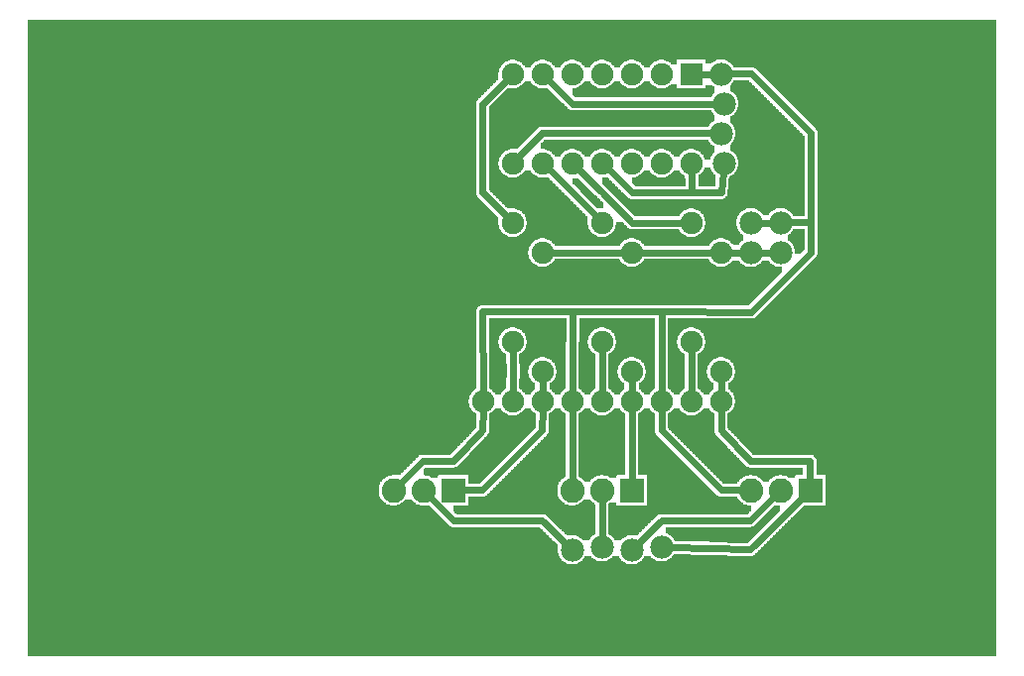
<source format=gbl>
G04 MADE WITH FRITZING*
G04 WWW.FRITZING.ORG*
G04 DOUBLE SIDED*
G04 HOLES PLATED*
G04 CONTOUR ON CENTER OF CONTOUR VECTOR*
%ASAXBY*%
%FSLAX23Y23*%
%MOIN*%
%OFA0B0*%
%SFA1.0B1.0*%
%ADD10C,0.075000*%
%ADD11C,0.078000*%
%ADD12C,0.082000*%
%ADD13R,0.075000X0.075000*%
%ADD14R,0.082000X0.082000*%
%ADD15C,0.024000*%
%LNCOPPER0*%
G90*
G70*
G54D10*
X1779Y1108D03*
X2077Y1108D03*
X1643Y779D03*
X1783Y698D03*
X1953Y782D03*
X2297Y782D03*
X2164Y698D03*
X123Y2102D03*
G54D11*
X1868Y398D03*
X1968Y408D03*
X2068Y398D03*
X2168Y408D03*
X1868Y398D03*
X1968Y408D03*
X2068Y398D03*
X2168Y408D03*
G54D10*
X2268Y1998D03*
X2268Y1698D03*
X2168Y1998D03*
X2168Y1698D03*
X2068Y1998D03*
X2068Y1698D03*
X1968Y1998D03*
X1968Y1698D03*
X1868Y1998D03*
X1868Y1698D03*
X1768Y1998D03*
X1768Y1698D03*
X1668Y1998D03*
X1668Y1698D03*
G54D11*
X2368Y1998D03*
X2378Y1898D03*
X2368Y1798D03*
X2378Y1698D03*
X2368Y1998D03*
X2378Y1898D03*
X2368Y1798D03*
X2378Y1698D03*
G54D10*
X1768Y898D03*
X1668Y898D03*
X1568Y898D03*
X1768Y898D03*
X1668Y898D03*
X1568Y898D03*
X2068Y898D03*
X1968Y898D03*
X1868Y898D03*
X2068Y898D03*
X1968Y898D03*
X1868Y898D03*
X2368Y898D03*
X2268Y898D03*
X2168Y898D03*
X2368Y898D03*
X2268Y898D03*
X2168Y898D03*
G54D12*
X2068Y598D03*
X1968Y598D03*
X1868Y598D03*
X2068Y598D03*
X1968Y598D03*
X1868Y598D03*
X1468Y598D03*
X1368Y598D03*
X1268Y598D03*
X1468Y598D03*
X1368Y598D03*
X1268Y598D03*
X2668Y598D03*
X2568Y598D03*
X2468Y598D03*
X2668Y598D03*
X2568Y598D03*
X2468Y598D03*
G54D10*
X1768Y998D03*
X1768Y1398D03*
X1768Y998D03*
X1768Y1398D03*
X2068Y998D03*
X2068Y1398D03*
X2068Y998D03*
X2068Y1398D03*
X2368Y998D03*
X2368Y1398D03*
X2368Y998D03*
X2368Y1398D03*
X1968Y1498D03*
X1968Y1098D03*
X1968Y1498D03*
X1968Y1098D03*
X1668Y1498D03*
X1668Y1098D03*
X1668Y1498D03*
X1668Y1098D03*
X2268Y1498D03*
X2268Y1098D03*
X2268Y1498D03*
X2268Y1098D03*
G54D11*
X2568Y1398D03*
X2468Y1398D03*
X2568Y1398D03*
X2468Y1398D03*
X2568Y1498D03*
X2468Y1498D03*
X2568Y1498D03*
X2468Y1498D03*
G54D13*
X2268Y1998D03*
G54D14*
X2068Y598D03*
X2068Y598D03*
X1468Y598D03*
X1468Y598D03*
X2668Y598D03*
X2668Y598D03*
G54D15*
X1567Y1600D02*
X1648Y1519D01*
D02*
X1567Y1200D02*
X1568Y927D01*
D02*
X1767Y1200D02*
X1567Y1200D01*
D02*
X1567Y1898D02*
X1567Y1600D01*
D02*
X1648Y1978D02*
X1567Y1898D01*
D02*
X1870Y1200D02*
X1767Y1200D01*
D02*
X1870Y1200D02*
X1868Y927D01*
D02*
X2168Y1200D02*
X1870Y1200D01*
D02*
X2168Y1200D02*
X2469Y1198D01*
D02*
X2469Y1198D02*
X2670Y1398D01*
D02*
X2670Y1500D02*
X2670Y1799D01*
D02*
X2670Y1398D02*
X2670Y1500D01*
D02*
X2469Y2000D02*
X2398Y1999D01*
D02*
X2670Y1799D02*
X2469Y2000D01*
D02*
X2168Y927D02*
X2168Y1200D01*
D02*
X1870Y1600D02*
X1788Y1679D01*
D02*
X1948Y1519D02*
X1870Y1600D01*
D02*
X2297Y1998D02*
X2338Y1998D01*
D02*
X1870Y1898D02*
X2348Y1898D01*
D02*
X1788Y1978D02*
X1870Y1898D01*
D02*
X1767Y1800D02*
X2338Y1799D01*
D02*
X1688Y1719D02*
X1767Y1800D01*
D02*
X1567Y599D02*
X1767Y799D01*
D02*
X1767Y799D02*
X1768Y870D01*
D02*
X2466Y697D02*
X2368Y799D01*
D02*
X2368Y799D02*
X2368Y897D01*
D02*
X2666Y697D02*
X2466Y697D01*
D02*
X1500Y599D02*
X1567Y599D01*
D02*
X1768Y927D02*
X1768Y970D01*
D02*
X2068Y927D02*
X2068Y970D01*
D02*
X2368Y897D02*
X2367Y870D01*
D02*
X2667Y631D02*
X2666Y697D01*
D02*
X2368Y927D02*
X2368Y970D01*
D02*
X1797Y1398D02*
X2039Y1398D01*
D02*
X2097Y1398D02*
X2339Y1398D01*
D02*
X2466Y399D02*
X2198Y407D01*
D02*
X2645Y576D02*
X2466Y399D01*
D02*
X2168Y497D02*
X2466Y497D01*
D02*
X2466Y497D02*
X2545Y576D01*
D02*
X2089Y420D02*
X2168Y497D01*
D02*
X1767Y497D02*
X1846Y419D01*
D02*
X1469Y497D02*
X1767Y497D01*
D02*
X1391Y576D02*
X1469Y497D01*
D02*
X1968Y439D02*
X1968Y566D01*
D02*
X2068Y631D02*
X2068Y870D01*
D02*
X2368Y1600D02*
X2375Y1669D01*
D02*
X2270Y1600D02*
X2368Y1600D01*
D02*
X2269Y1670D02*
X2270Y1600D01*
D02*
X2070Y1600D02*
X1989Y1679D01*
D02*
X2270Y1600D02*
X2070Y1600D01*
D02*
X2268Y927D02*
X2268Y1070D01*
D02*
X2070Y1498D02*
X2239Y1498D01*
D02*
X1968Y1600D02*
X2070Y1498D01*
D02*
X1888Y1678D02*
X1968Y1600D01*
D02*
X1968Y927D02*
X1968Y1070D01*
D02*
X1669Y999D02*
X1668Y1070D01*
D02*
X1668Y927D02*
X1669Y999D01*
D02*
X2368Y599D02*
X2436Y599D01*
D02*
X2168Y799D02*
X2368Y599D01*
D02*
X2168Y870D02*
X2168Y799D01*
D02*
X1868Y870D02*
X1868Y631D01*
D02*
X1469Y697D02*
X1367Y697D01*
D02*
X1367Y697D02*
X1291Y621D01*
D02*
X1567Y799D02*
X1469Y697D01*
D02*
X1568Y870D02*
X1567Y799D01*
D02*
X2438Y1398D02*
X2397Y1398D01*
D02*
X2538Y1398D02*
X2498Y1398D01*
D02*
X2538Y1498D02*
X2498Y1498D01*
D02*
X2670Y1500D02*
X2598Y1499D01*
G36*
X1908Y1974D02*
X1908Y1972D01*
X1906Y1972D01*
X1906Y1968D01*
X1904Y1968D01*
X1904Y1966D01*
X1902Y1966D01*
X1902Y1964D01*
X1900Y1964D01*
X1900Y1962D01*
X1898Y1962D01*
X1898Y1960D01*
X1894Y1960D01*
X1894Y1958D01*
X1890Y1958D01*
X1890Y1956D01*
X1888Y1956D01*
X1888Y1954D01*
X1882Y1954D01*
X1882Y1952D01*
X1872Y1952D01*
X1872Y1950D01*
X1964Y1950D01*
X1964Y1952D01*
X1954Y1952D01*
X1954Y1954D01*
X1948Y1954D01*
X1948Y1956D01*
X1944Y1956D01*
X1944Y1958D01*
X1942Y1958D01*
X1942Y1960D01*
X1938Y1960D01*
X1938Y1962D01*
X1936Y1962D01*
X1936Y1964D01*
X1934Y1964D01*
X1934Y1966D01*
X1932Y1966D01*
X1932Y1968D01*
X1930Y1968D01*
X1930Y1972D01*
X1928Y1972D01*
X1928Y1974D01*
X1908Y1974D01*
G37*
D02*
G36*
X2008Y1974D02*
X2008Y1972D01*
X2006Y1972D01*
X2006Y1968D01*
X2004Y1968D01*
X2004Y1966D01*
X2002Y1966D01*
X2002Y1964D01*
X2000Y1964D01*
X2000Y1962D01*
X1998Y1962D01*
X1998Y1960D01*
X1994Y1960D01*
X1994Y1958D01*
X1990Y1958D01*
X1990Y1956D01*
X1988Y1956D01*
X1988Y1954D01*
X1982Y1954D01*
X1982Y1952D01*
X1972Y1952D01*
X1972Y1950D01*
X2064Y1950D01*
X2064Y1952D01*
X2054Y1952D01*
X2054Y1954D01*
X2048Y1954D01*
X2048Y1956D01*
X2044Y1956D01*
X2044Y1958D01*
X2042Y1958D01*
X2042Y1960D01*
X2038Y1960D01*
X2038Y1962D01*
X2036Y1962D01*
X2036Y1964D01*
X2034Y1964D01*
X2034Y1966D01*
X2032Y1966D01*
X2032Y1968D01*
X2030Y1968D01*
X2030Y1972D01*
X2028Y1972D01*
X2028Y1974D01*
X2008Y1974D01*
G37*
D02*
G36*
X2108Y1974D02*
X2108Y1972D01*
X2106Y1972D01*
X2106Y1968D01*
X2104Y1968D01*
X2104Y1966D01*
X2102Y1966D01*
X2102Y1964D01*
X2100Y1964D01*
X2100Y1962D01*
X2098Y1962D01*
X2098Y1960D01*
X2094Y1960D01*
X2094Y1958D01*
X2090Y1958D01*
X2090Y1956D01*
X2088Y1956D01*
X2088Y1954D01*
X2082Y1954D01*
X2082Y1952D01*
X2072Y1952D01*
X2072Y1950D01*
X2164Y1950D01*
X2164Y1952D01*
X2154Y1952D01*
X2154Y1954D01*
X2148Y1954D01*
X2148Y1956D01*
X2144Y1956D01*
X2144Y1958D01*
X2142Y1958D01*
X2142Y1960D01*
X2138Y1960D01*
X2138Y1962D01*
X2136Y1962D01*
X2136Y1964D01*
X2134Y1964D01*
X2134Y1966D01*
X2132Y1966D01*
X2132Y1968D01*
X2130Y1968D01*
X2130Y1972D01*
X2128Y1972D01*
X2128Y1974D01*
X2108Y1974D01*
G37*
D02*
G36*
X2200Y1964D02*
X2200Y1962D01*
X2198Y1962D01*
X2198Y1960D01*
X2194Y1960D01*
X2194Y1958D01*
X2190Y1958D01*
X2190Y1956D01*
X2188Y1956D01*
X2188Y1954D01*
X2182Y1954D01*
X2182Y1952D01*
X2172Y1952D01*
X2172Y1950D01*
X2222Y1950D01*
X2222Y1952D01*
X2220Y1952D01*
X2220Y1964D01*
X2200Y1964D01*
G37*
D02*
G36*
X2316Y1962D02*
X2316Y1952D01*
X2314Y1952D01*
X2314Y1950D01*
X2346Y1950D01*
X2346Y1956D01*
X2342Y1956D01*
X2342Y1958D01*
X2340Y1958D01*
X2340Y1960D01*
X2336Y1960D01*
X2336Y1962D01*
X2316Y1962D01*
G37*
D02*
G36*
X1868Y1950D02*
X1868Y1948D01*
X2346Y1948D01*
X2346Y1950D01*
X1868Y1950D01*
G37*
D02*
G36*
X1868Y1950D02*
X1868Y1948D01*
X2346Y1948D01*
X2346Y1950D01*
X1868Y1950D01*
G37*
D02*
G36*
X1868Y1950D02*
X1868Y1948D01*
X2346Y1948D01*
X2346Y1950D01*
X1868Y1950D01*
G37*
D02*
G36*
X1868Y1950D02*
X1868Y1948D01*
X2346Y1948D01*
X2346Y1950D01*
X1868Y1950D01*
G37*
D02*
G36*
X1868Y1950D02*
X1868Y1948D01*
X2346Y1948D01*
X2346Y1950D01*
X1868Y1950D01*
G37*
D02*
G36*
X1868Y1948D02*
X1868Y1930D01*
X1870Y1930D01*
X1870Y1928D01*
X1872Y1928D01*
X1872Y1926D01*
X1874Y1926D01*
X1874Y1924D01*
X1876Y1924D01*
X1876Y1922D01*
X1878Y1922D01*
X1878Y1920D01*
X2334Y1920D01*
X2334Y1922D01*
X2336Y1922D01*
X2336Y1924D01*
X2338Y1924D01*
X2338Y1928D01*
X2340Y1928D01*
X2340Y1930D01*
X2342Y1930D01*
X2342Y1932D01*
X2344Y1932D01*
X2344Y1934D01*
X2346Y1934D01*
X2346Y1948D01*
X1868Y1948D01*
G37*
D02*
G36*
X1776Y1778D02*
X1776Y1776D01*
X1774Y1776D01*
X1774Y1774D01*
X1772Y1774D01*
X1772Y1772D01*
X1770Y1772D01*
X1770Y1770D01*
X1768Y1770D01*
X1768Y1768D01*
X1766Y1768D01*
X1766Y1766D01*
X1764Y1766D01*
X1764Y1746D01*
X2276Y1746D01*
X2276Y1744D01*
X2284Y1744D01*
X2284Y1742D01*
X2288Y1742D01*
X2288Y1740D01*
X2292Y1740D01*
X2292Y1738D01*
X2296Y1738D01*
X2296Y1736D01*
X2298Y1736D01*
X2298Y1734D01*
X2300Y1734D01*
X2300Y1732D01*
X2302Y1732D01*
X2302Y1730D01*
X2304Y1730D01*
X2304Y1728D01*
X2306Y1728D01*
X2306Y1726D01*
X2308Y1726D01*
X2308Y1722D01*
X2310Y1722D01*
X2310Y1718D01*
X2312Y1718D01*
X2312Y1712D01*
X2332Y1712D01*
X2332Y1718D01*
X2334Y1718D01*
X2334Y1722D01*
X2336Y1722D01*
X2336Y1724D01*
X2338Y1724D01*
X2338Y1728D01*
X2340Y1728D01*
X2340Y1730D01*
X2342Y1730D01*
X2342Y1732D01*
X2344Y1732D01*
X2344Y1734D01*
X2346Y1734D01*
X2346Y1756D01*
X2342Y1756D01*
X2342Y1758D01*
X2340Y1758D01*
X2340Y1760D01*
X2336Y1760D01*
X2336Y1762D01*
X2334Y1762D01*
X2334Y1764D01*
X2332Y1764D01*
X2332Y1766D01*
X2330Y1766D01*
X2330Y1768D01*
X2328Y1768D01*
X2328Y1772D01*
X2326Y1772D01*
X2326Y1776D01*
X2092Y1776D01*
X2092Y1778D01*
X1776Y1778D01*
G37*
D02*
G36*
X1776Y1746D02*
X1776Y1744D01*
X1784Y1744D01*
X1784Y1742D01*
X1788Y1742D01*
X1788Y1740D01*
X1792Y1740D01*
X1792Y1738D01*
X1796Y1738D01*
X1796Y1736D01*
X1798Y1736D01*
X1798Y1734D01*
X1800Y1734D01*
X1800Y1732D01*
X1802Y1732D01*
X1802Y1730D01*
X1804Y1730D01*
X1804Y1728D01*
X1806Y1728D01*
X1806Y1726D01*
X1808Y1726D01*
X1808Y1722D01*
X1828Y1722D01*
X1828Y1726D01*
X1830Y1726D01*
X1830Y1728D01*
X1832Y1728D01*
X1832Y1730D01*
X1834Y1730D01*
X1834Y1732D01*
X1836Y1732D01*
X1836Y1734D01*
X1838Y1734D01*
X1838Y1736D01*
X1840Y1736D01*
X1840Y1738D01*
X1844Y1738D01*
X1844Y1740D01*
X1848Y1740D01*
X1848Y1742D01*
X1852Y1742D01*
X1852Y1744D01*
X1860Y1744D01*
X1860Y1746D01*
X1776Y1746D01*
G37*
D02*
G36*
X1876Y1746D02*
X1876Y1744D01*
X1884Y1744D01*
X1884Y1742D01*
X1888Y1742D01*
X1888Y1740D01*
X1892Y1740D01*
X1892Y1738D01*
X1896Y1738D01*
X1896Y1736D01*
X1898Y1736D01*
X1898Y1734D01*
X1900Y1734D01*
X1900Y1732D01*
X1902Y1732D01*
X1902Y1730D01*
X1904Y1730D01*
X1904Y1728D01*
X1906Y1728D01*
X1906Y1726D01*
X1908Y1726D01*
X1908Y1722D01*
X1928Y1722D01*
X1928Y1726D01*
X1930Y1726D01*
X1930Y1728D01*
X1932Y1728D01*
X1932Y1730D01*
X1934Y1730D01*
X1934Y1732D01*
X1936Y1732D01*
X1936Y1734D01*
X1938Y1734D01*
X1938Y1736D01*
X1940Y1736D01*
X1940Y1738D01*
X1944Y1738D01*
X1944Y1740D01*
X1948Y1740D01*
X1948Y1742D01*
X1952Y1742D01*
X1952Y1744D01*
X1960Y1744D01*
X1960Y1746D01*
X1876Y1746D01*
G37*
D02*
G36*
X1976Y1746D02*
X1976Y1744D01*
X1984Y1744D01*
X1984Y1742D01*
X1988Y1742D01*
X1988Y1740D01*
X1992Y1740D01*
X1992Y1738D01*
X1996Y1738D01*
X1996Y1736D01*
X1998Y1736D01*
X1998Y1734D01*
X2000Y1734D01*
X2000Y1732D01*
X2002Y1732D01*
X2002Y1730D01*
X2004Y1730D01*
X2004Y1728D01*
X2006Y1728D01*
X2006Y1726D01*
X2008Y1726D01*
X2008Y1722D01*
X2028Y1722D01*
X2028Y1726D01*
X2030Y1726D01*
X2030Y1728D01*
X2032Y1728D01*
X2032Y1730D01*
X2034Y1730D01*
X2034Y1732D01*
X2036Y1732D01*
X2036Y1734D01*
X2038Y1734D01*
X2038Y1736D01*
X2040Y1736D01*
X2040Y1738D01*
X2044Y1738D01*
X2044Y1740D01*
X2048Y1740D01*
X2048Y1742D01*
X2052Y1742D01*
X2052Y1744D01*
X2060Y1744D01*
X2060Y1746D01*
X1976Y1746D01*
G37*
D02*
G36*
X2076Y1746D02*
X2076Y1744D01*
X2084Y1744D01*
X2084Y1742D01*
X2088Y1742D01*
X2088Y1740D01*
X2092Y1740D01*
X2092Y1738D01*
X2096Y1738D01*
X2096Y1736D01*
X2098Y1736D01*
X2098Y1734D01*
X2100Y1734D01*
X2100Y1732D01*
X2102Y1732D01*
X2102Y1730D01*
X2104Y1730D01*
X2104Y1728D01*
X2106Y1728D01*
X2106Y1726D01*
X2108Y1726D01*
X2108Y1722D01*
X2128Y1722D01*
X2128Y1726D01*
X2130Y1726D01*
X2130Y1728D01*
X2132Y1728D01*
X2132Y1730D01*
X2134Y1730D01*
X2134Y1732D01*
X2136Y1732D01*
X2136Y1734D01*
X2138Y1734D01*
X2138Y1736D01*
X2140Y1736D01*
X2140Y1738D01*
X2144Y1738D01*
X2144Y1740D01*
X2148Y1740D01*
X2148Y1742D01*
X2152Y1742D01*
X2152Y1744D01*
X2160Y1744D01*
X2160Y1746D01*
X2076Y1746D01*
G37*
D02*
G36*
X2176Y1746D02*
X2176Y1744D01*
X2184Y1744D01*
X2184Y1742D01*
X2188Y1742D01*
X2188Y1740D01*
X2192Y1740D01*
X2192Y1738D01*
X2196Y1738D01*
X2196Y1736D01*
X2198Y1736D01*
X2198Y1734D01*
X2200Y1734D01*
X2200Y1732D01*
X2202Y1732D01*
X2202Y1730D01*
X2204Y1730D01*
X2204Y1728D01*
X2206Y1728D01*
X2206Y1726D01*
X2208Y1726D01*
X2208Y1722D01*
X2228Y1722D01*
X2228Y1726D01*
X2230Y1726D01*
X2230Y1728D01*
X2232Y1728D01*
X2232Y1730D01*
X2234Y1730D01*
X2234Y1732D01*
X2236Y1732D01*
X2236Y1734D01*
X2238Y1734D01*
X2238Y1736D01*
X2240Y1736D01*
X2240Y1738D01*
X2244Y1738D01*
X2244Y1740D01*
X2248Y1740D01*
X2248Y1742D01*
X2252Y1742D01*
X2252Y1744D01*
X2260Y1744D01*
X2260Y1746D01*
X2176Y1746D01*
G37*
D02*
G36*
X2312Y1684D02*
X2312Y1678D01*
X2310Y1678D01*
X2310Y1674D01*
X2308Y1674D01*
X2308Y1672D01*
X2306Y1672D01*
X2306Y1668D01*
X2304Y1668D01*
X2304Y1666D01*
X2302Y1666D01*
X2302Y1664D01*
X2300Y1664D01*
X2300Y1662D01*
X2298Y1662D01*
X2298Y1660D01*
X2294Y1660D01*
X2294Y1658D01*
X2292Y1658D01*
X2292Y1622D01*
X2348Y1622D01*
X2348Y1632D01*
X2350Y1632D01*
X2350Y1660D01*
X2346Y1660D01*
X2346Y1662D01*
X2344Y1662D01*
X2344Y1664D01*
X2342Y1664D01*
X2342Y1666D01*
X2340Y1666D01*
X2340Y1668D01*
X2338Y1668D01*
X2338Y1672D01*
X2336Y1672D01*
X2336Y1676D01*
X2334Y1676D01*
X2334Y1678D01*
X2332Y1678D01*
X2332Y1684D01*
X2312Y1684D01*
G37*
D02*
G36*
X2108Y1674D02*
X2108Y1672D01*
X2106Y1672D01*
X2106Y1668D01*
X2104Y1668D01*
X2104Y1666D01*
X2102Y1666D01*
X2102Y1664D01*
X2100Y1664D01*
X2100Y1662D01*
X2098Y1662D01*
X2098Y1660D01*
X2094Y1660D01*
X2094Y1658D01*
X2090Y1658D01*
X2090Y1656D01*
X2088Y1656D01*
X2088Y1654D01*
X2082Y1654D01*
X2082Y1652D01*
X2072Y1652D01*
X2072Y1650D01*
X2164Y1650D01*
X2164Y1652D01*
X2154Y1652D01*
X2154Y1654D01*
X2148Y1654D01*
X2148Y1656D01*
X2144Y1656D01*
X2144Y1658D01*
X2142Y1658D01*
X2142Y1660D01*
X2138Y1660D01*
X2138Y1662D01*
X2136Y1662D01*
X2136Y1664D01*
X2134Y1664D01*
X2134Y1666D01*
X2132Y1666D01*
X2132Y1668D01*
X2130Y1668D01*
X2130Y1672D01*
X2128Y1672D01*
X2128Y1674D01*
X2108Y1674D01*
G37*
D02*
G36*
X2208Y1674D02*
X2208Y1672D01*
X2206Y1672D01*
X2206Y1668D01*
X2204Y1668D01*
X2204Y1666D01*
X2202Y1666D01*
X2202Y1664D01*
X2200Y1664D01*
X2200Y1662D01*
X2198Y1662D01*
X2198Y1660D01*
X2194Y1660D01*
X2194Y1658D01*
X2190Y1658D01*
X2190Y1656D01*
X2188Y1656D01*
X2188Y1654D01*
X2182Y1654D01*
X2182Y1652D01*
X2172Y1652D01*
X2172Y1650D01*
X2246Y1650D01*
X2246Y1656D01*
X2244Y1656D01*
X2244Y1658D01*
X2242Y1658D01*
X2242Y1660D01*
X2238Y1660D01*
X2238Y1662D01*
X2236Y1662D01*
X2236Y1664D01*
X2234Y1664D01*
X2234Y1666D01*
X2232Y1666D01*
X2232Y1668D01*
X2230Y1668D01*
X2230Y1672D01*
X2228Y1672D01*
X2228Y1674D01*
X2208Y1674D01*
G37*
D02*
G36*
X2070Y1650D02*
X2070Y1648D01*
X2246Y1648D01*
X2246Y1650D01*
X2070Y1650D01*
G37*
D02*
G36*
X2070Y1650D02*
X2070Y1648D01*
X2246Y1648D01*
X2246Y1650D01*
X2070Y1650D01*
G37*
D02*
G36*
X2070Y1648D02*
X2070Y1630D01*
X2072Y1630D01*
X2072Y1628D01*
X2074Y1628D01*
X2074Y1626D01*
X2076Y1626D01*
X2076Y1624D01*
X2078Y1624D01*
X2078Y1622D01*
X2248Y1622D01*
X2248Y1646D01*
X2246Y1646D01*
X2246Y1648D01*
X2070Y1648D01*
G37*
D02*
G36*
X1868Y1648D02*
X1868Y1630D01*
X1870Y1630D01*
X1870Y1628D01*
X1872Y1628D01*
X1872Y1626D01*
X1876Y1626D01*
X1876Y1624D01*
X1878Y1624D01*
X1878Y1622D01*
X1880Y1622D01*
X1880Y1620D01*
X1882Y1620D01*
X1882Y1618D01*
X1884Y1618D01*
X1884Y1616D01*
X1886Y1616D01*
X1886Y1614D01*
X1888Y1614D01*
X1888Y1612D01*
X1890Y1612D01*
X1890Y1610D01*
X1892Y1610D01*
X1892Y1608D01*
X1894Y1608D01*
X1894Y1606D01*
X1896Y1606D01*
X1896Y1602D01*
X1898Y1602D01*
X1898Y1600D01*
X1900Y1600D01*
X1900Y1598D01*
X1902Y1598D01*
X1902Y1596D01*
X1904Y1596D01*
X1904Y1594D01*
X1906Y1594D01*
X1906Y1592D01*
X1908Y1592D01*
X1908Y1590D01*
X1910Y1590D01*
X1910Y1588D01*
X1912Y1588D01*
X1912Y1586D01*
X1914Y1586D01*
X1914Y1584D01*
X1916Y1584D01*
X1916Y1582D01*
X1918Y1582D01*
X1918Y1580D01*
X1920Y1580D01*
X1920Y1578D01*
X1922Y1578D01*
X1922Y1576D01*
X1924Y1576D01*
X1924Y1574D01*
X1926Y1574D01*
X1926Y1572D01*
X1928Y1572D01*
X1928Y1570D01*
X1930Y1570D01*
X1930Y1568D01*
X1932Y1568D01*
X1932Y1566D01*
X1934Y1566D01*
X1934Y1564D01*
X1936Y1564D01*
X1936Y1562D01*
X1938Y1562D01*
X1938Y1560D01*
X1940Y1560D01*
X1940Y1558D01*
X1942Y1558D01*
X1942Y1556D01*
X1944Y1556D01*
X1944Y1554D01*
X1946Y1554D01*
X1946Y1552D01*
X1948Y1552D01*
X1948Y1550D01*
X1950Y1550D01*
X1950Y1548D01*
X1952Y1548D01*
X1952Y1546D01*
X1972Y1546D01*
X1972Y1566D01*
X1970Y1566D01*
X1970Y1568D01*
X1968Y1568D01*
X1968Y1570D01*
X1966Y1570D01*
X1966Y1572D01*
X1964Y1572D01*
X1964Y1574D01*
X1962Y1574D01*
X1962Y1576D01*
X1960Y1576D01*
X1960Y1578D01*
X1958Y1578D01*
X1958Y1580D01*
X1956Y1580D01*
X1956Y1582D01*
X1954Y1582D01*
X1954Y1584D01*
X1952Y1584D01*
X1952Y1586D01*
X1950Y1586D01*
X1950Y1588D01*
X1948Y1588D01*
X1948Y1590D01*
X1944Y1590D01*
X1944Y1592D01*
X1942Y1592D01*
X1942Y1594D01*
X1940Y1594D01*
X1940Y1596D01*
X1938Y1596D01*
X1938Y1598D01*
X1936Y1598D01*
X1936Y1600D01*
X1934Y1600D01*
X1934Y1602D01*
X1932Y1602D01*
X1932Y1604D01*
X1930Y1604D01*
X1930Y1606D01*
X1928Y1606D01*
X1928Y1608D01*
X1926Y1608D01*
X1926Y1610D01*
X1924Y1610D01*
X1924Y1612D01*
X1922Y1612D01*
X1922Y1614D01*
X1920Y1614D01*
X1920Y1616D01*
X1918Y1616D01*
X1918Y1618D01*
X1916Y1618D01*
X1916Y1620D01*
X1914Y1620D01*
X1914Y1622D01*
X1912Y1622D01*
X1912Y1624D01*
X1910Y1624D01*
X1910Y1626D01*
X1908Y1626D01*
X1908Y1628D01*
X1906Y1628D01*
X1906Y1630D01*
X1904Y1630D01*
X1904Y1632D01*
X1902Y1632D01*
X1902Y1634D01*
X1900Y1634D01*
X1900Y1636D01*
X1898Y1636D01*
X1898Y1638D01*
X1896Y1638D01*
X1896Y1640D01*
X1894Y1640D01*
X1894Y1642D01*
X1892Y1642D01*
X1892Y1644D01*
X1890Y1644D01*
X1890Y1646D01*
X1888Y1646D01*
X1888Y1648D01*
X1868Y1648D01*
G37*
D02*
G36*
X2612Y1478D02*
X2612Y1476D01*
X2610Y1476D01*
X2610Y1472D01*
X2608Y1472D01*
X2608Y1470D01*
X2606Y1470D01*
X2606Y1466D01*
X2604Y1466D01*
X2604Y1464D01*
X2602Y1464D01*
X2602Y1462D01*
X2600Y1462D01*
X2600Y1460D01*
X2596Y1460D01*
X2596Y1458D01*
X2594Y1458D01*
X2594Y1438D01*
X2598Y1438D01*
X2598Y1436D01*
X2600Y1436D01*
X2600Y1434D01*
X2602Y1434D01*
X2602Y1432D01*
X2604Y1432D01*
X2604Y1430D01*
X2606Y1430D01*
X2606Y1428D01*
X2608Y1428D01*
X2608Y1424D01*
X2610Y1424D01*
X2610Y1422D01*
X2612Y1422D01*
X2612Y1418D01*
X2614Y1418D01*
X2614Y1412D01*
X2616Y1412D01*
X2616Y1394D01*
X2636Y1394D01*
X2636Y1396D01*
X2638Y1396D01*
X2638Y1398D01*
X2640Y1398D01*
X2640Y1400D01*
X2642Y1400D01*
X2642Y1402D01*
X2644Y1402D01*
X2644Y1404D01*
X2646Y1404D01*
X2646Y1406D01*
X2648Y1406D01*
X2648Y1478D01*
X2612Y1478D01*
G37*
D02*
G36*
X1590Y1178D02*
X1590Y1146D01*
X1676Y1146D01*
X1676Y1144D01*
X1684Y1144D01*
X1684Y1142D01*
X1688Y1142D01*
X1688Y1140D01*
X1692Y1140D01*
X1692Y1138D01*
X1696Y1138D01*
X1696Y1136D01*
X1698Y1136D01*
X1698Y1134D01*
X1700Y1134D01*
X1700Y1132D01*
X1702Y1132D01*
X1702Y1130D01*
X1704Y1130D01*
X1704Y1128D01*
X1706Y1128D01*
X1706Y1126D01*
X1708Y1126D01*
X1708Y1122D01*
X1710Y1122D01*
X1710Y1118D01*
X1712Y1118D01*
X1712Y1112D01*
X1714Y1112D01*
X1714Y1104D01*
X1716Y1104D01*
X1716Y1092D01*
X1714Y1092D01*
X1714Y1084D01*
X1712Y1084D01*
X1712Y1078D01*
X1710Y1078D01*
X1710Y1074D01*
X1708Y1074D01*
X1708Y1072D01*
X1706Y1072D01*
X1706Y1068D01*
X1704Y1068D01*
X1704Y1066D01*
X1702Y1066D01*
X1702Y1064D01*
X1700Y1064D01*
X1700Y1062D01*
X1698Y1062D01*
X1698Y1060D01*
X1694Y1060D01*
X1694Y1058D01*
X1690Y1058D01*
X1690Y1046D01*
X1776Y1046D01*
X1776Y1044D01*
X1784Y1044D01*
X1784Y1042D01*
X1788Y1042D01*
X1788Y1040D01*
X1792Y1040D01*
X1792Y1038D01*
X1796Y1038D01*
X1796Y1036D01*
X1798Y1036D01*
X1798Y1034D01*
X1800Y1034D01*
X1800Y1032D01*
X1802Y1032D01*
X1802Y1030D01*
X1804Y1030D01*
X1804Y1028D01*
X1806Y1028D01*
X1806Y1026D01*
X1808Y1026D01*
X1808Y1022D01*
X1810Y1022D01*
X1810Y1018D01*
X1812Y1018D01*
X1812Y1012D01*
X1814Y1012D01*
X1814Y1004D01*
X1816Y1004D01*
X1816Y992D01*
X1814Y992D01*
X1814Y984D01*
X1812Y984D01*
X1812Y978D01*
X1810Y978D01*
X1810Y974D01*
X1808Y974D01*
X1808Y972D01*
X1806Y972D01*
X1806Y968D01*
X1804Y968D01*
X1804Y966D01*
X1802Y966D01*
X1802Y964D01*
X1800Y964D01*
X1800Y962D01*
X1798Y962D01*
X1798Y960D01*
X1794Y960D01*
X1794Y958D01*
X1792Y958D01*
X1792Y938D01*
X1796Y938D01*
X1796Y936D01*
X1798Y936D01*
X1798Y934D01*
X1800Y934D01*
X1800Y932D01*
X1802Y932D01*
X1802Y930D01*
X1804Y930D01*
X1804Y928D01*
X1806Y928D01*
X1806Y926D01*
X1808Y926D01*
X1808Y922D01*
X1828Y922D01*
X1828Y926D01*
X1830Y926D01*
X1830Y928D01*
X1832Y928D01*
X1832Y930D01*
X1834Y930D01*
X1834Y932D01*
X1836Y932D01*
X1836Y934D01*
X1838Y934D01*
X1838Y936D01*
X1840Y936D01*
X1840Y938D01*
X1844Y938D01*
X1844Y940D01*
X1846Y940D01*
X1846Y1098D01*
X1848Y1098D01*
X1848Y1178D01*
X1590Y1178D01*
G37*
D02*
G36*
X1590Y1146D02*
X1590Y940D01*
X1592Y940D01*
X1592Y938D01*
X1596Y938D01*
X1596Y936D01*
X1598Y936D01*
X1598Y934D01*
X1600Y934D01*
X1600Y932D01*
X1602Y932D01*
X1602Y930D01*
X1604Y930D01*
X1604Y928D01*
X1606Y928D01*
X1606Y926D01*
X1608Y926D01*
X1608Y922D01*
X1628Y922D01*
X1628Y926D01*
X1630Y926D01*
X1630Y928D01*
X1632Y928D01*
X1632Y930D01*
X1634Y930D01*
X1634Y932D01*
X1636Y932D01*
X1636Y934D01*
X1638Y934D01*
X1638Y936D01*
X1640Y936D01*
X1640Y938D01*
X1644Y938D01*
X1644Y940D01*
X1646Y940D01*
X1646Y976D01*
X1648Y976D01*
X1648Y1024D01*
X1646Y1024D01*
X1646Y1056D01*
X1644Y1056D01*
X1644Y1058D01*
X1642Y1058D01*
X1642Y1060D01*
X1638Y1060D01*
X1638Y1062D01*
X1636Y1062D01*
X1636Y1064D01*
X1634Y1064D01*
X1634Y1066D01*
X1632Y1066D01*
X1632Y1068D01*
X1630Y1068D01*
X1630Y1072D01*
X1628Y1072D01*
X1628Y1074D01*
X1626Y1074D01*
X1626Y1078D01*
X1624Y1078D01*
X1624Y1084D01*
X1622Y1084D01*
X1622Y1092D01*
X1620Y1092D01*
X1620Y1104D01*
X1622Y1104D01*
X1622Y1112D01*
X1624Y1112D01*
X1624Y1118D01*
X1626Y1118D01*
X1626Y1122D01*
X1628Y1122D01*
X1628Y1126D01*
X1630Y1126D01*
X1630Y1128D01*
X1632Y1128D01*
X1632Y1130D01*
X1634Y1130D01*
X1634Y1132D01*
X1636Y1132D01*
X1636Y1134D01*
X1638Y1134D01*
X1638Y1136D01*
X1640Y1136D01*
X1640Y1138D01*
X1644Y1138D01*
X1644Y1140D01*
X1648Y1140D01*
X1648Y1142D01*
X1652Y1142D01*
X1652Y1144D01*
X1660Y1144D01*
X1660Y1146D01*
X1590Y1146D01*
G37*
D02*
G36*
X1690Y1046D02*
X1690Y1024D01*
X1692Y1024D01*
X1692Y974D01*
X1690Y974D01*
X1690Y940D01*
X1692Y940D01*
X1692Y938D01*
X1696Y938D01*
X1696Y936D01*
X1698Y936D01*
X1698Y934D01*
X1700Y934D01*
X1700Y932D01*
X1702Y932D01*
X1702Y930D01*
X1704Y930D01*
X1704Y928D01*
X1706Y928D01*
X1706Y926D01*
X1708Y926D01*
X1708Y922D01*
X1728Y922D01*
X1728Y926D01*
X1730Y926D01*
X1730Y928D01*
X1732Y928D01*
X1732Y930D01*
X1734Y930D01*
X1734Y932D01*
X1736Y932D01*
X1736Y934D01*
X1738Y934D01*
X1738Y936D01*
X1740Y936D01*
X1740Y938D01*
X1744Y938D01*
X1744Y958D01*
X1742Y958D01*
X1742Y960D01*
X1738Y960D01*
X1738Y962D01*
X1736Y962D01*
X1736Y964D01*
X1734Y964D01*
X1734Y966D01*
X1732Y966D01*
X1732Y968D01*
X1730Y968D01*
X1730Y972D01*
X1728Y972D01*
X1728Y974D01*
X1726Y974D01*
X1726Y978D01*
X1724Y978D01*
X1724Y984D01*
X1722Y984D01*
X1722Y992D01*
X1720Y992D01*
X1720Y1004D01*
X1722Y1004D01*
X1722Y1012D01*
X1724Y1012D01*
X1724Y1018D01*
X1726Y1018D01*
X1726Y1022D01*
X1728Y1022D01*
X1728Y1026D01*
X1730Y1026D01*
X1730Y1028D01*
X1732Y1028D01*
X1732Y1030D01*
X1734Y1030D01*
X1734Y1032D01*
X1736Y1032D01*
X1736Y1034D01*
X1738Y1034D01*
X1738Y1036D01*
X1740Y1036D01*
X1740Y1038D01*
X1744Y1038D01*
X1744Y1040D01*
X1748Y1040D01*
X1748Y1042D01*
X1752Y1042D01*
X1752Y1044D01*
X1760Y1044D01*
X1760Y1046D01*
X1690Y1046D01*
G37*
D02*
G36*
X1892Y1178D02*
X1892Y1146D01*
X1976Y1146D01*
X1976Y1144D01*
X1984Y1144D01*
X1984Y1142D01*
X1988Y1142D01*
X1988Y1140D01*
X1992Y1140D01*
X1992Y1138D01*
X1996Y1138D01*
X1996Y1136D01*
X1998Y1136D01*
X1998Y1134D01*
X2000Y1134D01*
X2000Y1132D01*
X2002Y1132D01*
X2002Y1130D01*
X2004Y1130D01*
X2004Y1128D01*
X2006Y1128D01*
X2006Y1126D01*
X2008Y1126D01*
X2008Y1122D01*
X2010Y1122D01*
X2010Y1118D01*
X2012Y1118D01*
X2012Y1112D01*
X2014Y1112D01*
X2014Y1104D01*
X2016Y1104D01*
X2016Y1092D01*
X2014Y1092D01*
X2014Y1084D01*
X2012Y1084D01*
X2012Y1078D01*
X2010Y1078D01*
X2010Y1074D01*
X2008Y1074D01*
X2008Y1072D01*
X2006Y1072D01*
X2006Y1068D01*
X2004Y1068D01*
X2004Y1066D01*
X2002Y1066D01*
X2002Y1064D01*
X2000Y1064D01*
X2000Y1062D01*
X1998Y1062D01*
X1998Y1060D01*
X1994Y1060D01*
X1994Y1058D01*
X1990Y1058D01*
X1990Y1046D01*
X2076Y1046D01*
X2076Y1044D01*
X2084Y1044D01*
X2084Y1042D01*
X2088Y1042D01*
X2088Y1040D01*
X2092Y1040D01*
X2092Y1038D01*
X2096Y1038D01*
X2096Y1036D01*
X2098Y1036D01*
X2098Y1034D01*
X2100Y1034D01*
X2100Y1032D01*
X2102Y1032D01*
X2102Y1030D01*
X2104Y1030D01*
X2104Y1028D01*
X2106Y1028D01*
X2106Y1026D01*
X2108Y1026D01*
X2108Y1022D01*
X2110Y1022D01*
X2110Y1018D01*
X2112Y1018D01*
X2112Y1012D01*
X2114Y1012D01*
X2114Y1004D01*
X2116Y1004D01*
X2116Y992D01*
X2114Y992D01*
X2114Y984D01*
X2112Y984D01*
X2112Y978D01*
X2110Y978D01*
X2110Y974D01*
X2108Y974D01*
X2108Y972D01*
X2106Y972D01*
X2106Y968D01*
X2104Y968D01*
X2104Y966D01*
X2102Y966D01*
X2102Y964D01*
X2100Y964D01*
X2100Y962D01*
X2098Y962D01*
X2098Y960D01*
X2094Y960D01*
X2094Y958D01*
X2092Y958D01*
X2092Y938D01*
X2096Y938D01*
X2096Y936D01*
X2098Y936D01*
X2098Y934D01*
X2100Y934D01*
X2100Y932D01*
X2102Y932D01*
X2102Y930D01*
X2104Y930D01*
X2104Y928D01*
X2106Y928D01*
X2106Y926D01*
X2108Y926D01*
X2108Y922D01*
X2128Y922D01*
X2128Y926D01*
X2130Y926D01*
X2130Y928D01*
X2132Y928D01*
X2132Y930D01*
X2134Y930D01*
X2134Y932D01*
X2136Y932D01*
X2136Y934D01*
X2138Y934D01*
X2138Y936D01*
X2140Y936D01*
X2140Y938D01*
X2144Y938D01*
X2144Y940D01*
X2146Y940D01*
X2146Y1178D01*
X1892Y1178D01*
G37*
D02*
G36*
X1892Y1146D02*
X1892Y1096D01*
X1890Y1096D01*
X1890Y940D01*
X1892Y940D01*
X1892Y938D01*
X1896Y938D01*
X1896Y936D01*
X1898Y936D01*
X1898Y934D01*
X1900Y934D01*
X1900Y932D01*
X1902Y932D01*
X1902Y930D01*
X1904Y930D01*
X1904Y928D01*
X1906Y928D01*
X1906Y926D01*
X1908Y926D01*
X1908Y922D01*
X1928Y922D01*
X1928Y926D01*
X1930Y926D01*
X1930Y928D01*
X1932Y928D01*
X1932Y930D01*
X1934Y930D01*
X1934Y932D01*
X1936Y932D01*
X1936Y934D01*
X1938Y934D01*
X1938Y936D01*
X1940Y936D01*
X1940Y938D01*
X1944Y938D01*
X1944Y940D01*
X1946Y940D01*
X1946Y1056D01*
X1944Y1056D01*
X1944Y1058D01*
X1942Y1058D01*
X1942Y1060D01*
X1938Y1060D01*
X1938Y1062D01*
X1936Y1062D01*
X1936Y1064D01*
X1934Y1064D01*
X1934Y1066D01*
X1932Y1066D01*
X1932Y1068D01*
X1930Y1068D01*
X1930Y1072D01*
X1928Y1072D01*
X1928Y1074D01*
X1926Y1074D01*
X1926Y1078D01*
X1924Y1078D01*
X1924Y1084D01*
X1922Y1084D01*
X1922Y1092D01*
X1920Y1092D01*
X1920Y1104D01*
X1922Y1104D01*
X1922Y1112D01*
X1924Y1112D01*
X1924Y1118D01*
X1926Y1118D01*
X1926Y1122D01*
X1928Y1122D01*
X1928Y1126D01*
X1930Y1126D01*
X1930Y1128D01*
X1932Y1128D01*
X1932Y1130D01*
X1934Y1130D01*
X1934Y1132D01*
X1936Y1132D01*
X1936Y1134D01*
X1938Y1134D01*
X1938Y1136D01*
X1940Y1136D01*
X1940Y1138D01*
X1944Y1138D01*
X1944Y1140D01*
X1948Y1140D01*
X1948Y1142D01*
X1952Y1142D01*
X1952Y1144D01*
X1960Y1144D01*
X1960Y1146D01*
X1892Y1146D01*
G37*
D02*
G36*
X1990Y1046D02*
X1990Y940D01*
X1992Y940D01*
X1992Y938D01*
X1996Y938D01*
X1996Y936D01*
X1998Y936D01*
X1998Y934D01*
X2000Y934D01*
X2000Y932D01*
X2002Y932D01*
X2002Y930D01*
X2004Y930D01*
X2004Y928D01*
X2006Y928D01*
X2006Y926D01*
X2008Y926D01*
X2008Y922D01*
X2028Y922D01*
X2028Y926D01*
X2030Y926D01*
X2030Y928D01*
X2032Y928D01*
X2032Y930D01*
X2034Y930D01*
X2034Y932D01*
X2036Y932D01*
X2036Y934D01*
X2038Y934D01*
X2038Y936D01*
X2040Y936D01*
X2040Y938D01*
X2044Y938D01*
X2044Y958D01*
X2042Y958D01*
X2042Y960D01*
X2038Y960D01*
X2038Y962D01*
X2036Y962D01*
X2036Y964D01*
X2034Y964D01*
X2034Y966D01*
X2032Y966D01*
X2032Y968D01*
X2030Y968D01*
X2030Y972D01*
X2028Y972D01*
X2028Y974D01*
X2026Y974D01*
X2026Y978D01*
X2024Y978D01*
X2024Y984D01*
X2022Y984D01*
X2022Y992D01*
X2020Y992D01*
X2020Y1004D01*
X2022Y1004D01*
X2022Y1012D01*
X2024Y1012D01*
X2024Y1018D01*
X2026Y1018D01*
X2026Y1022D01*
X2028Y1022D01*
X2028Y1026D01*
X2030Y1026D01*
X2030Y1028D01*
X2032Y1028D01*
X2032Y1030D01*
X2034Y1030D01*
X2034Y1032D01*
X2036Y1032D01*
X2036Y1034D01*
X2038Y1034D01*
X2038Y1036D01*
X2040Y1036D01*
X2040Y1038D01*
X2044Y1038D01*
X2044Y1040D01*
X2048Y1040D01*
X2048Y1042D01*
X2052Y1042D01*
X2052Y1044D01*
X2060Y1044D01*
X2060Y1046D01*
X1990Y1046D01*
G37*
D02*
G36*
X1608Y874D02*
X1608Y872D01*
X1606Y872D01*
X1606Y868D01*
X1604Y868D01*
X1604Y866D01*
X1602Y866D01*
X1602Y864D01*
X1600Y864D01*
X1600Y862D01*
X1598Y862D01*
X1598Y860D01*
X1594Y860D01*
X1594Y858D01*
X1590Y858D01*
X1590Y850D01*
X1664Y850D01*
X1664Y852D01*
X1654Y852D01*
X1654Y854D01*
X1648Y854D01*
X1648Y856D01*
X1644Y856D01*
X1644Y858D01*
X1642Y858D01*
X1642Y860D01*
X1638Y860D01*
X1638Y862D01*
X1636Y862D01*
X1636Y864D01*
X1634Y864D01*
X1634Y866D01*
X1632Y866D01*
X1632Y868D01*
X1630Y868D01*
X1630Y872D01*
X1628Y872D01*
X1628Y874D01*
X1608Y874D01*
G37*
D02*
G36*
X1708Y874D02*
X1708Y872D01*
X1706Y872D01*
X1706Y868D01*
X1704Y868D01*
X1704Y866D01*
X1702Y866D01*
X1702Y864D01*
X1700Y864D01*
X1700Y862D01*
X1698Y862D01*
X1698Y860D01*
X1694Y860D01*
X1694Y858D01*
X1690Y858D01*
X1690Y856D01*
X1688Y856D01*
X1688Y854D01*
X1682Y854D01*
X1682Y852D01*
X1672Y852D01*
X1672Y850D01*
X1746Y850D01*
X1746Y856D01*
X1744Y856D01*
X1744Y858D01*
X1742Y858D01*
X1742Y860D01*
X1738Y860D01*
X1738Y862D01*
X1736Y862D01*
X1736Y864D01*
X1734Y864D01*
X1734Y866D01*
X1732Y866D01*
X1732Y868D01*
X1730Y868D01*
X1730Y872D01*
X1728Y872D01*
X1728Y874D01*
X1708Y874D01*
G37*
D02*
G36*
X1590Y850D02*
X1590Y848D01*
X1746Y848D01*
X1746Y850D01*
X1590Y850D01*
G37*
D02*
G36*
X1590Y850D02*
X1590Y848D01*
X1746Y848D01*
X1746Y850D01*
X1590Y850D01*
G37*
D02*
G36*
X1590Y848D02*
X1590Y798D01*
X1588Y798D01*
X1588Y790D01*
X1586Y790D01*
X1586Y786D01*
X1584Y786D01*
X1584Y784D01*
X1582Y784D01*
X1582Y782D01*
X1580Y782D01*
X1580Y780D01*
X1578Y780D01*
X1578Y778D01*
X1576Y778D01*
X1576Y776D01*
X1574Y776D01*
X1574Y774D01*
X1572Y774D01*
X1572Y772D01*
X1570Y772D01*
X1570Y770D01*
X1568Y770D01*
X1568Y766D01*
X1566Y766D01*
X1566Y764D01*
X1564Y764D01*
X1564Y762D01*
X1562Y762D01*
X1562Y760D01*
X1560Y760D01*
X1560Y758D01*
X1558Y758D01*
X1558Y756D01*
X1556Y756D01*
X1556Y754D01*
X1554Y754D01*
X1554Y752D01*
X1552Y752D01*
X1552Y750D01*
X1550Y750D01*
X1550Y748D01*
X1548Y748D01*
X1548Y746D01*
X1546Y746D01*
X1546Y744D01*
X1544Y744D01*
X1544Y742D01*
X1542Y742D01*
X1542Y740D01*
X1540Y740D01*
X1540Y738D01*
X1538Y738D01*
X1538Y736D01*
X1536Y736D01*
X1536Y734D01*
X1534Y734D01*
X1534Y732D01*
X1532Y732D01*
X1532Y730D01*
X1530Y730D01*
X1530Y728D01*
X1528Y728D01*
X1528Y726D01*
X1526Y726D01*
X1526Y724D01*
X1524Y724D01*
X1524Y722D01*
X1522Y722D01*
X1522Y718D01*
X1520Y718D01*
X1520Y716D01*
X1518Y716D01*
X1518Y714D01*
X1516Y714D01*
X1516Y712D01*
X1514Y712D01*
X1514Y710D01*
X1512Y710D01*
X1512Y708D01*
X1510Y708D01*
X1510Y706D01*
X1508Y706D01*
X1508Y704D01*
X1506Y704D01*
X1506Y702D01*
X1504Y702D01*
X1504Y700D01*
X1502Y700D01*
X1502Y698D01*
X1500Y698D01*
X1500Y696D01*
X1498Y696D01*
X1498Y694D01*
X1496Y694D01*
X1496Y692D01*
X1494Y692D01*
X1494Y690D01*
X1492Y690D01*
X1492Y688D01*
X1490Y688D01*
X1490Y686D01*
X1488Y686D01*
X1488Y684D01*
X1486Y684D01*
X1486Y682D01*
X1484Y682D01*
X1484Y680D01*
X1482Y680D01*
X1482Y678D01*
X1478Y678D01*
X1478Y676D01*
X1472Y676D01*
X1472Y674D01*
X1374Y674D01*
X1374Y672D01*
X1372Y672D01*
X1372Y670D01*
X1370Y670D01*
X1370Y650D01*
X1518Y650D01*
X1518Y620D01*
X1558Y620D01*
X1558Y622D01*
X1560Y622D01*
X1560Y624D01*
X1562Y624D01*
X1562Y626D01*
X1564Y626D01*
X1564Y628D01*
X1566Y628D01*
X1566Y630D01*
X1568Y630D01*
X1568Y632D01*
X1570Y632D01*
X1570Y634D01*
X1572Y634D01*
X1572Y636D01*
X1574Y636D01*
X1574Y638D01*
X1576Y638D01*
X1576Y640D01*
X1578Y640D01*
X1578Y642D01*
X1580Y642D01*
X1580Y644D01*
X1582Y644D01*
X1582Y646D01*
X1584Y646D01*
X1584Y648D01*
X1586Y648D01*
X1586Y650D01*
X1588Y650D01*
X1588Y652D01*
X1590Y652D01*
X1590Y654D01*
X1592Y654D01*
X1592Y656D01*
X1594Y656D01*
X1594Y658D01*
X1596Y658D01*
X1596Y660D01*
X1598Y660D01*
X1598Y662D01*
X1600Y662D01*
X1600Y664D01*
X1602Y664D01*
X1602Y666D01*
X1604Y666D01*
X1604Y668D01*
X1606Y668D01*
X1606Y670D01*
X1608Y670D01*
X1608Y672D01*
X1610Y672D01*
X1610Y674D01*
X1612Y674D01*
X1612Y676D01*
X1614Y676D01*
X1614Y678D01*
X1616Y678D01*
X1616Y680D01*
X1618Y680D01*
X1618Y682D01*
X1620Y682D01*
X1620Y684D01*
X1622Y684D01*
X1622Y686D01*
X1624Y686D01*
X1624Y688D01*
X1626Y688D01*
X1626Y690D01*
X1628Y690D01*
X1628Y692D01*
X1630Y692D01*
X1630Y694D01*
X1632Y694D01*
X1632Y696D01*
X1634Y696D01*
X1634Y698D01*
X1636Y698D01*
X1636Y700D01*
X1638Y700D01*
X1638Y702D01*
X1640Y702D01*
X1640Y704D01*
X1642Y704D01*
X1642Y706D01*
X1644Y706D01*
X1644Y708D01*
X1646Y708D01*
X1646Y710D01*
X1648Y710D01*
X1648Y712D01*
X1650Y712D01*
X1650Y714D01*
X1652Y714D01*
X1652Y716D01*
X1654Y716D01*
X1654Y718D01*
X1656Y718D01*
X1656Y720D01*
X1658Y720D01*
X1658Y722D01*
X1660Y722D01*
X1660Y724D01*
X1662Y724D01*
X1662Y726D01*
X1664Y726D01*
X1664Y728D01*
X1666Y728D01*
X1666Y730D01*
X1668Y730D01*
X1668Y732D01*
X1670Y732D01*
X1670Y734D01*
X1672Y734D01*
X1672Y736D01*
X1674Y736D01*
X1674Y738D01*
X1676Y738D01*
X1676Y740D01*
X1678Y740D01*
X1678Y742D01*
X1680Y742D01*
X1680Y744D01*
X1682Y744D01*
X1682Y746D01*
X1684Y746D01*
X1684Y748D01*
X1686Y748D01*
X1686Y750D01*
X1688Y750D01*
X1688Y752D01*
X1690Y752D01*
X1690Y754D01*
X1692Y754D01*
X1692Y756D01*
X1694Y756D01*
X1694Y758D01*
X1696Y758D01*
X1696Y760D01*
X1698Y760D01*
X1698Y762D01*
X1700Y762D01*
X1700Y764D01*
X1702Y764D01*
X1702Y766D01*
X1704Y766D01*
X1704Y768D01*
X1706Y768D01*
X1706Y770D01*
X1708Y770D01*
X1708Y772D01*
X1710Y772D01*
X1710Y774D01*
X1712Y774D01*
X1712Y776D01*
X1714Y776D01*
X1714Y778D01*
X1716Y778D01*
X1716Y780D01*
X1718Y780D01*
X1718Y782D01*
X1720Y782D01*
X1720Y784D01*
X1722Y784D01*
X1722Y786D01*
X1724Y786D01*
X1724Y788D01*
X1726Y788D01*
X1726Y790D01*
X1728Y790D01*
X1728Y792D01*
X1730Y792D01*
X1730Y794D01*
X1732Y794D01*
X1732Y796D01*
X1734Y796D01*
X1734Y798D01*
X1736Y798D01*
X1736Y800D01*
X1738Y800D01*
X1738Y802D01*
X1740Y802D01*
X1740Y804D01*
X1742Y804D01*
X1742Y806D01*
X1744Y806D01*
X1744Y808D01*
X1746Y808D01*
X1746Y848D01*
X1590Y848D01*
G37*
D02*
G36*
X1372Y650D02*
X1372Y648D01*
X1382Y648D01*
X1382Y646D01*
X1388Y646D01*
X1388Y644D01*
X1392Y644D01*
X1392Y642D01*
X1396Y642D01*
X1396Y640D01*
X1416Y640D01*
X1416Y648D01*
X1418Y648D01*
X1418Y650D01*
X1372Y650D01*
G37*
D02*
G36*
X1808Y874D02*
X1808Y872D01*
X1806Y872D01*
X1806Y868D01*
X1804Y868D01*
X1804Y866D01*
X1802Y866D01*
X1802Y864D01*
X1800Y864D01*
X1800Y862D01*
X1798Y862D01*
X1798Y860D01*
X1794Y860D01*
X1794Y858D01*
X1790Y858D01*
X1790Y796D01*
X1788Y796D01*
X1788Y790D01*
X1786Y790D01*
X1786Y786D01*
X1784Y786D01*
X1784Y784D01*
X1782Y784D01*
X1782Y782D01*
X1780Y782D01*
X1780Y780D01*
X1778Y780D01*
X1778Y778D01*
X1776Y778D01*
X1776Y776D01*
X1774Y776D01*
X1774Y774D01*
X1772Y774D01*
X1772Y772D01*
X1770Y772D01*
X1770Y770D01*
X1768Y770D01*
X1768Y768D01*
X1766Y768D01*
X1766Y766D01*
X1764Y766D01*
X1764Y764D01*
X1762Y764D01*
X1762Y762D01*
X1760Y762D01*
X1760Y760D01*
X1758Y760D01*
X1758Y758D01*
X1756Y758D01*
X1756Y756D01*
X1754Y756D01*
X1754Y754D01*
X1752Y754D01*
X1752Y752D01*
X1750Y752D01*
X1750Y750D01*
X1748Y750D01*
X1748Y748D01*
X1746Y748D01*
X1746Y746D01*
X1744Y746D01*
X1744Y744D01*
X1742Y744D01*
X1742Y742D01*
X1740Y742D01*
X1740Y740D01*
X1738Y740D01*
X1738Y738D01*
X1736Y738D01*
X1736Y736D01*
X1734Y736D01*
X1734Y734D01*
X1732Y734D01*
X1732Y732D01*
X1730Y732D01*
X1730Y730D01*
X1728Y730D01*
X1728Y728D01*
X1726Y728D01*
X1726Y726D01*
X1724Y726D01*
X1724Y724D01*
X1722Y724D01*
X1722Y722D01*
X1720Y722D01*
X1720Y720D01*
X1718Y720D01*
X1718Y718D01*
X1716Y718D01*
X1716Y716D01*
X1714Y716D01*
X1714Y714D01*
X1712Y714D01*
X1712Y712D01*
X1710Y712D01*
X1710Y710D01*
X1708Y710D01*
X1708Y708D01*
X1706Y708D01*
X1706Y706D01*
X1704Y706D01*
X1704Y704D01*
X1702Y704D01*
X1702Y702D01*
X1700Y702D01*
X1700Y700D01*
X1698Y700D01*
X1698Y698D01*
X1696Y698D01*
X1696Y696D01*
X1694Y696D01*
X1694Y694D01*
X1692Y694D01*
X1692Y692D01*
X1690Y692D01*
X1690Y690D01*
X1688Y690D01*
X1688Y688D01*
X1686Y688D01*
X1686Y686D01*
X1684Y686D01*
X1684Y684D01*
X1682Y684D01*
X1682Y682D01*
X1680Y682D01*
X1680Y680D01*
X1678Y680D01*
X1678Y678D01*
X1676Y678D01*
X1676Y676D01*
X1674Y676D01*
X1674Y674D01*
X1672Y674D01*
X1672Y672D01*
X1670Y672D01*
X1670Y670D01*
X1668Y670D01*
X1668Y668D01*
X1666Y668D01*
X1666Y666D01*
X1664Y666D01*
X1664Y664D01*
X1662Y664D01*
X1662Y662D01*
X1660Y662D01*
X1660Y660D01*
X1658Y660D01*
X1658Y658D01*
X1656Y658D01*
X1656Y656D01*
X1654Y656D01*
X1654Y654D01*
X1652Y654D01*
X1652Y652D01*
X1650Y652D01*
X1650Y650D01*
X1648Y650D01*
X1648Y648D01*
X1646Y648D01*
X1646Y646D01*
X1644Y646D01*
X1644Y644D01*
X1642Y644D01*
X1642Y642D01*
X1640Y642D01*
X1640Y640D01*
X1638Y640D01*
X1638Y638D01*
X1636Y638D01*
X1636Y636D01*
X1634Y636D01*
X1634Y634D01*
X1632Y634D01*
X1632Y632D01*
X1630Y632D01*
X1630Y630D01*
X1628Y630D01*
X1628Y628D01*
X1626Y628D01*
X1626Y626D01*
X1624Y626D01*
X1624Y624D01*
X1622Y624D01*
X1622Y622D01*
X1620Y622D01*
X1620Y620D01*
X1618Y620D01*
X1618Y618D01*
X1616Y618D01*
X1616Y616D01*
X1614Y616D01*
X1614Y614D01*
X1612Y614D01*
X1612Y612D01*
X1610Y612D01*
X1610Y610D01*
X1608Y610D01*
X1608Y608D01*
X1606Y608D01*
X1606Y606D01*
X1604Y606D01*
X1604Y604D01*
X1602Y604D01*
X1602Y602D01*
X1600Y602D01*
X1600Y600D01*
X1598Y600D01*
X1598Y598D01*
X1596Y598D01*
X1596Y596D01*
X1594Y596D01*
X1594Y594D01*
X1592Y594D01*
X1592Y592D01*
X1590Y592D01*
X1590Y590D01*
X1588Y590D01*
X1588Y588D01*
X1586Y588D01*
X1586Y586D01*
X1584Y586D01*
X1584Y584D01*
X1582Y584D01*
X1582Y582D01*
X1580Y582D01*
X1580Y580D01*
X1576Y580D01*
X1576Y578D01*
X1570Y578D01*
X1570Y576D01*
X1518Y576D01*
X1518Y548D01*
X1856Y548D01*
X1856Y550D01*
X1848Y550D01*
X1848Y552D01*
X1844Y552D01*
X1844Y554D01*
X1842Y554D01*
X1842Y556D01*
X1838Y556D01*
X1838Y558D01*
X1836Y558D01*
X1836Y560D01*
X1834Y560D01*
X1834Y562D01*
X1832Y562D01*
X1832Y564D01*
X1830Y564D01*
X1830Y566D01*
X1828Y566D01*
X1828Y568D01*
X1826Y568D01*
X1826Y572D01*
X1824Y572D01*
X1824Y574D01*
X1822Y574D01*
X1822Y578D01*
X1820Y578D01*
X1820Y584D01*
X1818Y584D01*
X1818Y612D01*
X1820Y612D01*
X1820Y618D01*
X1822Y618D01*
X1822Y622D01*
X1824Y622D01*
X1824Y626D01*
X1826Y626D01*
X1826Y628D01*
X1828Y628D01*
X1828Y630D01*
X1830Y630D01*
X1830Y634D01*
X1832Y634D01*
X1832Y636D01*
X1836Y636D01*
X1836Y638D01*
X1838Y638D01*
X1838Y640D01*
X1840Y640D01*
X1840Y642D01*
X1844Y642D01*
X1844Y644D01*
X1846Y644D01*
X1846Y856D01*
X1844Y856D01*
X1844Y858D01*
X1842Y858D01*
X1842Y860D01*
X1838Y860D01*
X1838Y862D01*
X1836Y862D01*
X1836Y864D01*
X1834Y864D01*
X1834Y866D01*
X1832Y866D01*
X1832Y868D01*
X1830Y868D01*
X1830Y872D01*
X1828Y872D01*
X1828Y874D01*
X1808Y874D01*
G37*
D02*
G36*
X1908Y568D02*
X1908Y566D01*
X1906Y566D01*
X1906Y564D01*
X1904Y564D01*
X1904Y562D01*
X1902Y562D01*
X1902Y560D01*
X1900Y560D01*
X1900Y558D01*
X1898Y558D01*
X1898Y556D01*
X1894Y556D01*
X1894Y554D01*
X1890Y554D01*
X1890Y552D01*
X1888Y552D01*
X1888Y550D01*
X1880Y550D01*
X1880Y548D01*
X1946Y548D01*
X1946Y552D01*
X1944Y552D01*
X1944Y554D01*
X1942Y554D01*
X1942Y556D01*
X1938Y556D01*
X1938Y558D01*
X1936Y558D01*
X1936Y560D01*
X1934Y560D01*
X1934Y562D01*
X1932Y562D01*
X1932Y564D01*
X1930Y564D01*
X1930Y566D01*
X1928Y566D01*
X1928Y568D01*
X1908Y568D01*
G37*
D02*
G36*
X1468Y548D02*
X1468Y546D01*
X1946Y546D01*
X1946Y548D01*
X1468Y548D01*
G37*
D02*
G36*
X1468Y548D02*
X1468Y546D01*
X1946Y546D01*
X1946Y548D01*
X1468Y548D01*
G37*
D02*
G36*
X1468Y546D02*
X1468Y528D01*
X1470Y528D01*
X1470Y526D01*
X1472Y526D01*
X1472Y524D01*
X1474Y524D01*
X1474Y522D01*
X1476Y522D01*
X1476Y520D01*
X1478Y520D01*
X1478Y518D01*
X1776Y518D01*
X1776Y516D01*
X1780Y516D01*
X1780Y514D01*
X1782Y514D01*
X1782Y512D01*
X1784Y512D01*
X1784Y510D01*
X1786Y510D01*
X1786Y508D01*
X1788Y508D01*
X1788Y506D01*
X1790Y506D01*
X1790Y504D01*
X1792Y504D01*
X1792Y502D01*
X1794Y502D01*
X1794Y500D01*
X1796Y500D01*
X1796Y498D01*
X1798Y498D01*
X1798Y496D01*
X1800Y496D01*
X1800Y494D01*
X1802Y494D01*
X1802Y492D01*
X1804Y492D01*
X1804Y490D01*
X1806Y490D01*
X1806Y488D01*
X1808Y488D01*
X1808Y486D01*
X1810Y486D01*
X1810Y484D01*
X1812Y484D01*
X1812Y482D01*
X1814Y482D01*
X1814Y480D01*
X1816Y480D01*
X1816Y478D01*
X1818Y478D01*
X1818Y476D01*
X1820Y476D01*
X1820Y474D01*
X1822Y474D01*
X1822Y472D01*
X1824Y472D01*
X1824Y470D01*
X1826Y470D01*
X1826Y468D01*
X1830Y468D01*
X1830Y466D01*
X1832Y466D01*
X1832Y464D01*
X1834Y464D01*
X1834Y462D01*
X1836Y462D01*
X1836Y460D01*
X1838Y460D01*
X1838Y458D01*
X1840Y458D01*
X1840Y456D01*
X1842Y456D01*
X1842Y454D01*
X1844Y454D01*
X1844Y452D01*
X1846Y452D01*
X1846Y450D01*
X1848Y450D01*
X1848Y448D01*
X1872Y448D01*
X1872Y446D01*
X1882Y446D01*
X1882Y444D01*
X1888Y444D01*
X1888Y442D01*
X1892Y442D01*
X1892Y440D01*
X1894Y440D01*
X1894Y438D01*
X1898Y438D01*
X1898Y436D01*
X1900Y436D01*
X1900Y434D01*
X1902Y434D01*
X1902Y432D01*
X1904Y432D01*
X1904Y430D01*
X1924Y430D01*
X1924Y432D01*
X1926Y432D01*
X1926Y434D01*
X1928Y434D01*
X1928Y438D01*
X1930Y438D01*
X1930Y440D01*
X1932Y440D01*
X1932Y442D01*
X1934Y442D01*
X1934Y444D01*
X1936Y444D01*
X1936Y446D01*
X1938Y446D01*
X1938Y448D01*
X1942Y448D01*
X1942Y450D01*
X1944Y450D01*
X1944Y452D01*
X1946Y452D01*
X1946Y546D01*
X1468Y546D01*
G37*
D02*
G36*
X1908Y874D02*
X1908Y872D01*
X1906Y872D01*
X1906Y868D01*
X1904Y868D01*
X1904Y866D01*
X1902Y866D01*
X1902Y864D01*
X1900Y864D01*
X1900Y862D01*
X1898Y862D01*
X1898Y860D01*
X1894Y860D01*
X1894Y858D01*
X1890Y858D01*
X1890Y850D01*
X1964Y850D01*
X1964Y852D01*
X1954Y852D01*
X1954Y854D01*
X1948Y854D01*
X1948Y856D01*
X1944Y856D01*
X1944Y858D01*
X1942Y858D01*
X1942Y860D01*
X1938Y860D01*
X1938Y862D01*
X1936Y862D01*
X1936Y864D01*
X1934Y864D01*
X1934Y866D01*
X1932Y866D01*
X1932Y868D01*
X1930Y868D01*
X1930Y872D01*
X1928Y872D01*
X1928Y874D01*
X1908Y874D01*
G37*
D02*
G36*
X2008Y874D02*
X2008Y872D01*
X2006Y872D01*
X2006Y868D01*
X2004Y868D01*
X2004Y866D01*
X2002Y866D01*
X2002Y864D01*
X2000Y864D01*
X2000Y862D01*
X1998Y862D01*
X1998Y860D01*
X1994Y860D01*
X1994Y858D01*
X1990Y858D01*
X1990Y856D01*
X1988Y856D01*
X1988Y854D01*
X1982Y854D01*
X1982Y852D01*
X1972Y852D01*
X1972Y850D01*
X2046Y850D01*
X2046Y856D01*
X2044Y856D01*
X2044Y858D01*
X2042Y858D01*
X2042Y860D01*
X2038Y860D01*
X2038Y862D01*
X2036Y862D01*
X2036Y864D01*
X2034Y864D01*
X2034Y866D01*
X2032Y866D01*
X2032Y868D01*
X2030Y868D01*
X2030Y872D01*
X2028Y872D01*
X2028Y874D01*
X2008Y874D01*
G37*
D02*
G36*
X1890Y850D02*
X1890Y848D01*
X2046Y848D01*
X2046Y850D01*
X1890Y850D01*
G37*
D02*
G36*
X1890Y850D02*
X1890Y848D01*
X2046Y848D01*
X2046Y850D01*
X1890Y850D01*
G37*
D02*
G36*
X1890Y848D02*
X1890Y650D01*
X1972Y650D01*
X1972Y648D01*
X1982Y648D01*
X1982Y646D01*
X1988Y646D01*
X1988Y644D01*
X1992Y644D01*
X1992Y642D01*
X1996Y642D01*
X1996Y640D01*
X2016Y640D01*
X2016Y648D01*
X2018Y648D01*
X2018Y650D01*
X2046Y650D01*
X2046Y848D01*
X1890Y848D01*
G37*
D02*
G36*
X1890Y650D02*
X1890Y644D01*
X1892Y644D01*
X1892Y642D01*
X1896Y642D01*
X1896Y640D01*
X1898Y640D01*
X1898Y638D01*
X1900Y638D01*
X1900Y636D01*
X1904Y636D01*
X1904Y634D01*
X1906Y634D01*
X1906Y630D01*
X1908Y630D01*
X1908Y628D01*
X1928Y628D01*
X1928Y630D01*
X1930Y630D01*
X1930Y634D01*
X1932Y634D01*
X1932Y636D01*
X1936Y636D01*
X1936Y638D01*
X1938Y638D01*
X1938Y640D01*
X1940Y640D01*
X1940Y642D01*
X1944Y642D01*
X1944Y644D01*
X1948Y644D01*
X1948Y646D01*
X1954Y646D01*
X1954Y648D01*
X1964Y648D01*
X1964Y650D01*
X1890Y650D01*
G37*
D02*
G36*
X2208Y874D02*
X2208Y872D01*
X2206Y872D01*
X2206Y868D01*
X2204Y868D01*
X2204Y866D01*
X2202Y866D01*
X2202Y864D01*
X2200Y864D01*
X2200Y862D01*
X2198Y862D01*
X2198Y860D01*
X2194Y860D01*
X2194Y858D01*
X2190Y858D01*
X2190Y850D01*
X2264Y850D01*
X2264Y852D01*
X2254Y852D01*
X2254Y854D01*
X2248Y854D01*
X2248Y856D01*
X2244Y856D01*
X2244Y858D01*
X2242Y858D01*
X2242Y860D01*
X2238Y860D01*
X2238Y862D01*
X2236Y862D01*
X2236Y864D01*
X2234Y864D01*
X2234Y866D01*
X2232Y866D01*
X2232Y868D01*
X2230Y868D01*
X2230Y872D01*
X2228Y872D01*
X2228Y874D01*
X2208Y874D01*
G37*
D02*
G36*
X2308Y874D02*
X2308Y872D01*
X2306Y872D01*
X2306Y868D01*
X2304Y868D01*
X2304Y866D01*
X2302Y866D01*
X2302Y864D01*
X2300Y864D01*
X2300Y862D01*
X2298Y862D01*
X2298Y860D01*
X2294Y860D01*
X2294Y858D01*
X2290Y858D01*
X2290Y856D01*
X2288Y856D01*
X2288Y854D01*
X2282Y854D01*
X2282Y852D01*
X2272Y852D01*
X2272Y850D01*
X2346Y850D01*
X2346Y856D01*
X2344Y856D01*
X2344Y858D01*
X2342Y858D01*
X2342Y860D01*
X2338Y860D01*
X2338Y862D01*
X2336Y862D01*
X2336Y864D01*
X2334Y864D01*
X2334Y866D01*
X2332Y866D01*
X2332Y868D01*
X2330Y868D01*
X2330Y872D01*
X2328Y872D01*
X2328Y874D01*
X2308Y874D01*
G37*
D02*
G36*
X2190Y850D02*
X2190Y848D01*
X2346Y848D01*
X2346Y850D01*
X2190Y850D01*
G37*
D02*
G36*
X2190Y850D02*
X2190Y848D01*
X2346Y848D01*
X2346Y850D01*
X2190Y850D01*
G37*
D02*
G36*
X2190Y848D02*
X2190Y806D01*
X2192Y806D01*
X2192Y804D01*
X2194Y804D01*
X2194Y802D01*
X2196Y802D01*
X2196Y800D01*
X2198Y800D01*
X2198Y798D01*
X2200Y798D01*
X2200Y796D01*
X2202Y796D01*
X2202Y794D01*
X2204Y794D01*
X2204Y792D01*
X2206Y792D01*
X2206Y790D01*
X2208Y790D01*
X2208Y788D01*
X2210Y788D01*
X2210Y786D01*
X2212Y786D01*
X2212Y784D01*
X2214Y784D01*
X2214Y782D01*
X2216Y782D01*
X2216Y780D01*
X2218Y780D01*
X2218Y778D01*
X2220Y778D01*
X2220Y776D01*
X2222Y776D01*
X2222Y774D01*
X2224Y774D01*
X2224Y772D01*
X2226Y772D01*
X2226Y770D01*
X2228Y770D01*
X2228Y768D01*
X2230Y768D01*
X2230Y766D01*
X2232Y766D01*
X2232Y764D01*
X2234Y764D01*
X2234Y762D01*
X2236Y762D01*
X2236Y760D01*
X2238Y760D01*
X2238Y758D01*
X2240Y758D01*
X2240Y756D01*
X2242Y756D01*
X2242Y754D01*
X2244Y754D01*
X2244Y752D01*
X2246Y752D01*
X2246Y750D01*
X2248Y750D01*
X2248Y748D01*
X2250Y748D01*
X2250Y746D01*
X2252Y746D01*
X2252Y744D01*
X2254Y744D01*
X2254Y742D01*
X2256Y742D01*
X2256Y740D01*
X2258Y740D01*
X2258Y738D01*
X2260Y738D01*
X2260Y736D01*
X2262Y736D01*
X2262Y734D01*
X2264Y734D01*
X2264Y732D01*
X2266Y732D01*
X2266Y730D01*
X2268Y730D01*
X2268Y728D01*
X2270Y728D01*
X2270Y726D01*
X2272Y726D01*
X2272Y724D01*
X2274Y724D01*
X2274Y722D01*
X2276Y722D01*
X2276Y720D01*
X2278Y720D01*
X2278Y718D01*
X2280Y718D01*
X2280Y716D01*
X2282Y716D01*
X2282Y714D01*
X2284Y714D01*
X2284Y712D01*
X2286Y712D01*
X2286Y710D01*
X2288Y710D01*
X2288Y708D01*
X2290Y708D01*
X2290Y706D01*
X2292Y706D01*
X2292Y704D01*
X2294Y704D01*
X2294Y702D01*
X2296Y702D01*
X2296Y700D01*
X2298Y700D01*
X2298Y698D01*
X2300Y698D01*
X2300Y696D01*
X2302Y696D01*
X2302Y694D01*
X2304Y694D01*
X2304Y692D01*
X2306Y692D01*
X2306Y690D01*
X2308Y690D01*
X2308Y688D01*
X2310Y688D01*
X2310Y686D01*
X2312Y686D01*
X2312Y684D01*
X2314Y684D01*
X2314Y682D01*
X2316Y682D01*
X2316Y680D01*
X2318Y680D01*
X2318Y678D01*
X2320Y678D01*
X2320Y676D01*
X2322Y676D01*
X2322Y674D01*
X2324Y674D01*
X2324Y672D01*
X2326Y672D01*
X2326Y670D01*
X2328Y670D01*
X2328Y668D01*
X2330Y668D01*
X2330Y666D01*
X2332Y666D01*
X2332Y664D01*
X2334Y664D01*
X2334Y662D01*
X2336Y662D01*
X2336Y660D01*
X2338Y660D01*
X2338Y658D01*
X2340Y658D01*
X2340Y656D01*
X2342Y656D01*
X2342Y654D01*
X2344Y654D01*
X2344Y652D01*
X2346Y652D01*
X2346Y650D01*
X2572Y650D01*
X2572Y648D01*
X2582Y648D01*
X2582Y646D01*
X2588Y646D01*
X2588Y644D01*
X2592Y644D01*
X2592Y642D01*
X2596Y642D01*
X2596Y640D01*
X2616Y640D01*
X2616Y648D01*
X2618Y648D01*
X2618Y650D01*
X2644Y650D01*
X2644Y674D01*
X2462Y674D01*
X2462Y676D01*
X2456Y676D01*
X2456Y678D01*
X2452Y678D01*
X2452Y680D01*
X2450Y680D01*
X2450Y682D01*
X2448Y682D01*
X2448Y684D01*
X2446Y684D01*
X2446Y686D01*
X2444Y686D01*
X2444Y688D01*
X2442Y688D01*
X2442Y690D01*
X2440Y690D01*
X2440Y692D01*
X2438Y692D01*
X2438Y694D01*
X2436Y694D01*
X2436Y698D01*
X2434Y698D01*
X2434Y700D01*
X2432Y700D01*
X2432Y702D01*
X2430Y702D01*
X2430Y704D01*
X2428Y704D01*
X2428Y706D01*
X2426Y706D01*
X2426Y708D01*
X2424Y708D01*
X2424Y710D01*
X2422Y710D01*
X2422Y712D01*
X2420Y712D01*
X2420Y714D01*
X2418Y714D01*
X2418Y716D01*
X2416Y716D01*
X2416Y718D01*
X2414Y718D01*
X2414Y720D01*
X2412Y720D01*
X2412Y722D01*
X2410Y722D01*
X2410Y724D01*
X2408Y724D01*
X2408Y726D01*
X2406Y726D01*
X2406Y728D01*
X2404Y728D01*
X2404Y730D01*
X2402Y730D01*
X2402Y732D01*
X2400Y732D01*
X2400Y734D01*
X2398Y734D01*
X2398Y736D01*
X2396Y736D01*
X2396Y738D01*
X2394Y738D01*
X2394Y740D01*
X2392Y740D01*
X2392Y742D01*
X2390Y742D01*
X2390Y746D01*
X2388Y746D01*
X2388Y748D01*
X2386Y748D01*
X2386Y750D01*
X2384Y750D01*
X2384Y752D01*
X2382Y752D01*
X2382Y754D01*
X2380Y754D01*
X2380Y756D01*
X2378Y756D01*
X2378Y758D01*
X2376Y758D01*
X2376Y760D01*
X2374Y760D01*
X2374Y762D01*
X2372Y762D01*
X2372Y764D01*
X2370Y764D01*
X2370Y766D01*
X2368Y766D01*
X2368Y768D01*
X2366Y768D01*
X2366Y770D01*
X2364Y770D01*
X2364Y772D01*
X2362Y772D01*
X2362Y774D01*
X2360Y774D01*
X2360Y776D01*
X2358Y776D01*
X2358Y778D01*
X2356Y778D01*
X2356Y780D01*
X2354Y780D01*
X2354Y782D01*
X2352Y782D01*
X2352Y784D01*
X2350Y784D01*
X2350Y788D01*
X2348Y788D01*
X2348Y792D01*
X2346Y792D01*
X2346Y848D01*
X2190Y848D01*
G37*
D02*
G36*
X2348Y650D02*
X2348Y648D01*
X2350Y648D01*
X2350Y646D01*
X2352Y646D01*
X2352Y644D01*
X2354Y644D01*
X2354Y642D01*
X2356Y642D01*
X2356Y640D01*
X2358Y640D01*
X2358Y638D01*
X2360Y638D01*
X2360Y636D01*
X2362Y636D01*
X2362Y634D01*
X2364Y634D01*
X2364Y632D01*
X2366Y632D01*
X2366Y630D01*
X2368Y630D01*
X2368Y628D01*
X2370Y628D01*
X2370Y626D01*
X2372Y626D01*
X2372Y624D01*
X2374Y624D01*
X2374Y622D01*
X2376Y622D01*
X2376Y620D01*
X2422Y620D01*
X2422Y622D01*
X2424Y622D01*
X2424Y626D01*
X2426Y626D01*
X2426Y628D01*
X2428Y628D01*
X2428Y630D01*
X2430Y630D01*
X2430Y634D01*
X2432Y634D01*
X2432Y636D01*
X2436Y636D01*
X2436Y638D01*
X2438Y638D01*
X2438Y640D01*
X2440Y640D01*
X2440Y642D01*
X2444Y642D01*
X2444Y644D01*
X2448Y644D01*
X2448Y646D01*
X2454Y646D01*
X2454Y648D01*
X2464Y648D01*
X2464Y650D01*
X2348Y650D01*
G37*
D02*
G36*
X2472Y650D02*
X2472Y648D01*
X2482Y648D01*
X2482Y646D01*
X2488Y646D01*
X2488Y644D01*
X2492Y644D01*
X2492Y642D01*
X2496Y642D01*
X2496Y640D01*
X2498Y640D01*
X2498Y638D01*
X2500Y638D01*
X2500Y636D01*
X2504Y636D01*
X2504Y634D01*
X2506Y634D01*
X2506Y630D01*
X2508Y630D01*
X2508Y628D01*
X2528Y628D01*
X2528Y630D01*
X2530Y630D01*
X2530Y634D01*
X2532Y634D01*
X2532Y636D01*
X2536Y636D01*
X2536Y638D01*
X2538Y638D01*
X2538Y640D01*
X2540Y640D01*
X2540Y642D01*
X2544Y642D01*
X2544Y644D01*
X2548Y644D01*
X2548Y646D01*
X2554Y646D01*
X2554Y648D01*
X2564Y648D01*
X2564Y650D01*
X2472Y650D01*
G37*
D02*
G36*
X2108Y874D02*
X2108Y872D01*
X2106Y872D01*
X2106Y868D01*
X2104Y868D01*
X2104Y866D01*
X2102Y866D01*
X2102Y864D01*
X2100Y864D01*
X2100Y862D01*
X2098Y862D01*
X2098Y860D01*
X2094Y860D01*
X2094Y858D01*
X2090Y858D01*
X2090Y650D01*
X2118Y650D01*
X2118Y548D01*
X2456Y548D01*
X2456Y550D01*
X2448Y550D01*
X2448Y552D01*
X2444Y552D01*
X2444Y554D01*
X2442Y554D01*
X2442Y556D01*
X2438Y556D01*
X2438Y558D01*
X2436Y558D01*
X2436Y560D01*
X2434Y560D01*
X2434Y562D01*
X2432Y562D01*
X2432Y564D01*
X2430Y564D01*
X2430Y566D01*
X2428Y566D01*
X2428Y568D01*
X2426Y568D01*
X2426Y572D01*
X2424Y572D01*
X2424Y574D01*
X2422Y574D01*
X2422Y576D01*
X2364Y576D01*
X2364Y578D01*
X2358Y578D01*
X2358Y580D01*
X2354Y580D01*
X2354Y582D01*
X2352Y582D01*
X2352Y584D01*
X2350Y584D01*
X2350Y586D01*
X2348Y586D01*
X2348Y588D01*
X2346Y588D01*
X2346Y590D01*
X2344Y590D01*
X2344Y592D01*
X2342Y592D01*
X2342Y594D01*
X2340Y594D01*
X2340Y596D01*
X2338Y596D01*
X2338Y598D01*
X2336Y598D01*
X2336Y600D01*
X2334Y600D01*
X2334Y602D01*
X2332Y602D01*
X2332Y604D01*
X2330Y604D01*
X2330Y606D01*
X2328Y606D01*
X2328Y608D01*
X2326Y608D01*
X2326Y610D01*
X2324Y610D01*
X2324Y612D01*
X2322Y612D01*
X2322Y614D01*
X2320Y614D01*
X2320Y616D01*
X2318Y616D01*
X2318Y618D01*
X2316Y618D01*
X2316Y620D01*
X2314Y620D01*
X2314Y622D01*
X2312Y622D01*
X2312Y624D01*
X2310Y624D01*
X2310Y626D01*
X2308Y626D01*
X2308Y628D01*
X2306Y628D01*
X2306Y630D01*
X2304Y630D01*
X2304Y632D01*
X2302Y632D01*
X2302Y634D01*
X2300Y634D01*
X2300Y636D01*
X2298Y636D01*
X2298Y638D01*
X2296Y638D01*
X2296Y640D01*
X2294Y640D01*
X2294Y642D01*
X2292Y642D01*
X2292Y644D01*
X2290Y644D01*
X2290Y646D01*
X2288Y646D01*
X2288Y648D01*
X2286Y648D01*
X2286Y650D01*
X2284Y650D01*
X2284Y652D01*
X2282Y652D01*
X2282Y654D01*
X2280Y654D01*
X2280Y656D01*
X2278Y656D01*
X2278Y658D01*
X2276Y658D01*
X2276Y660D01*
X2274Y660D01*
X2274Y662D01*
X2272Y662D01*
X2272Y664D01*
X2270Y664D01*
X2270Y666D01*
X2268Y666D01*
X2268Y668D01*
X2266Y668D01*
X2266Y670D01*
X2264Y670D01*
X2264Y672D01*
X2262Y672D01*
X2262Y674D01*
X2260Y674D01*
X2260Y676D01*
X2258Y676D01*
X2258Y678D01*
X2256Y678D01*
X2256Y680D01*
X2254Y680D01*
X2254Y682D01*
X2252Y682D01*
X2252Y684D01*
X2250Y684D01*
X2250Y686D01*
X2248Y686D01*
X2248Y688D01*
X2246Y688D01*
X2246Y690D01*
X2244Y690D01*
X2244Y692D01*
X2242Y692D01*
X2242Y694D01*
X2240Y694D01*
X2240Y696D01*
X2238Y696D01*
X2238Y698D01*
X2236Y698D01*
X2236Y700D01*
X2234Y700D01*
X2234Y702D01*
X2232Y702D01*
X2232Y704D01*
X2230Y704D01*
X2230Y706D01*
X2228Y706D01*
X2228Y708D01*
X2226Y708D01*
X2226Y710D01*
X2224Y710D01*
X2224Y712D01*
X2222Y712D01*
X2222Y714D01*
X2220Y714D01*
X2220Y716D01*
X2218Y716D01*
X2218Y718D01*
X2216Y718D01*
X2216Y720D01*
X2214Y720D01*
X2214Y722D01*
X2212Y722D01*
X2212Y724D01*
X2210Y724D01*
X2210Y726D01*
X2208Y726D01*
X2208Y728D01*
X2206Y728D01*
X2206Y730D01*
X2204Y730D01*
X2204Y732D01*
X2202Y732D01*
X2202Y734D01*
X2200Y734D01*
X2200Y736D01*
X2198Y736D01*
X2198Y738D01*
X2196Y738D01*
X2196Y740D01*
X2194Y740D01*
X2194Y742D01*
X2192Y742D01*
X2192Y744D01*
X2190Y744D01*
X2190Y746D01*
X2188Y746D01*
X2188Y748D01*
X2186Y748D01*
X2186Y750D01*
X2184Y750D01*
X2184Y752D01*
X2182Y752D01*
X2182Y754D01*
X2180Y754D01*
X2180Y756D01*
X2178Y756D01*
X2178Y758D01*
X2176Y758D01*
X2176Y760D01*
X2174Y760D01*
X2174Y762D01*
X2172Y762D01*
X2172Y764D01*
X2170Y764D01*
X2170Y766D01*
X2168Y766D01*
X2168Y768D01*
X2166Y768D01*
X2166Y770D01*
X2164Y770D01*
X2164Y772D01*
X2162Y772D01*
X2162Y774D01*
X2160Y774D01*
X2160Y776D01*
X2158Y776D01*
X2158Y778D01*
X2156Y778D01*
X2156Y780D01*
X2154Y780D01*
X2154Y782D01*
X2152Y782D01*
X2152Y784D01*
X2150Y784D01*
X2150Y788D01*
X2148Y788D01*
X2148Y792D01*
X2146Y792D01*
X2146Y856D01*
X2144Y856D01*
X2144Y858D01*
X2142Y858D01*
X2142Y860D01*
X2138Y860D01*
X2138Y862D01*
X2136Y862D01*
X2136Y864D01*
X2134Y864D01*
X2134Y866D01*
X2132Y866D01*
X2132Y868D01*
X2130Y868D01*
X2130Y872D01*
X2128Y872D01*
X2128Y874D01*
X2108Y874D01*
G37*
D02*
G36*
X1994Y556D02*
X1994Y554D01*
X1990Y554D01*
X1990Y548D01*
X2016Y548D01*
X2016Y556D01*
X1994Y556D01*
G37*
D02*
G36*
X1990Y548D02*
X1990Y546D01*
X2468Y546D01*
X2468Y548D01*
X1990Y548D01*
G37*
D02*
G36*
X1990Y548D02*
X1990Y546D01*
X2468Y546D01*
X2468Y548D01*
X1990Y548D01*
G37*
D02*
G36*
X1990Y546D02*
X1990Y452D01*
X1992Y452D01*
X1992Y450D01*
X1994Y450D01*
X1994Y448D01*
X1998Y448D01*
X1998Y446D01*
X2000Y446D01*
X2000Y444D01*
X2002Y444D01*
X2002Y442D01*
X2004Y442D01*
X2004Y440D01*
X2006Y440D01*
X2006Y438D01*
X2008Y438D01*
X2008Y434D01*
X2010Y434D01*
X2010Y432D01*
X2012Y432D01*
X2012Y430D01*
X2032Y430D01*
X2032Y432D01*
X2034Y432D01*
X2034Y434D01*
X2036Y434D01*
X2036Y436D01*
X2038Y436D01*
X2038Y438D01*
X2042Y438D01*
X2042Y440D01*
X2044Y440D01*
X2044Y442D01*
X2048Y442D01*
X2048Y444D01*
X2054Y444D01*
X2054Y446D01*
X2064Y446D01*
X2064Y448D01*
X2088Y448D01*
X2088Y450D01*
X2090Y450D01*
X2090Y452D01*
X2092Y452D01*
X2092Y454D01*
X2094Y454D01*
X2094Y456D01*
X2096Y456D01*
X2096Y458D01*
X2098Y458D01*
X2098Y460D01*
X2100Y460D01*
X2100Y462D01*
X2102Y462D01*
X2102Y464D01*
X2104Y464D01*
X2104Y466D01*
X2106Y466D01*
X2106Y468D01*
X2108Y468D01*
X2108Y470D01*
X2110Y470D01*
X2110Y472D01*
X2112Y472D01*
X2112Y474D01*
X2114Y474D01*
X2114Y476D01*
X2116Y476D01*
X2116Y478D01*
X2118Y478D01*
X2118Y480D01*
X2120Y480D01*
X2120Y482D01*
X2122Y482D01*
X2122Y484D01*
X2124Y484D01*
X2124Y486D01*
X2126Y486D01*
X2126Y488D01*
X2128Y488D01*
X2128Y490D01*
X2130Y490D01*
X2130Y492D01*
X2132Y492D01*
X2132Y494D01*
X2134Y494D01*
X2134Y496D01*
X2136Y496D01*
X2136Y498D01*
X2138Y498D01*
X2138Y500D01*
X2140Y500D01*
X2140Y502D01*
X2142Y502D01*
X2142Y504D01*
X2146Y504D01*
X2146Y506D01*
X2148Y506D01*
X2148Y508D01*
X2150Y508D01*
X2150Y510D01*
X2152Y510D01*
X2152Y512D01*
X2154Y512D01*
X2154Y514D01*
X2156Y514D01*
X2156Y516D01*
X2160Y516D01*
X2160Y518D01*
X2458Y518D01*
X2458Y520D01*
X2460Y520D01*
X2460Y522D01*
X2462Y522D01*
X2462Y524D01*
X2464Y524D01*
X2464Y526D01*
X2466Y526D01*
X2466Y528D01*
X2468Y528D01*
X2468Y546D01*
X1990Y546D01*
G37*
D02*
G36*
X2546Y546D02*
X2546Y544D01*
X2544Y544D01*
X2544Y542D01*
X2542Y542D01*
X2542Y540D01*
X2540Y540D01*
X2540Y538D01*
X2538Y538D01*
X2538Y536D01*
X2536Y536D01*
X2536Y534D01*
X2534Y534D01*
X2534Y532D01*
X2532Y532D01*
X2532Y530D01*
X2530Y530D01*
X2530Y528D01*
X2528Y528D01*
X2528Y526D01*
X2526Y526D01*
X2526Y524D01*
X2524Y524D01*
X2524Y522D01*
X2522Y522D01*
X2522Y520D01*
X2520Y520D01*
X2520Y518D01*
X2518Y518D01*
X2518Y516D01*
X2516Y516D01*
X2516Y514D01*
X2514Y514D01*
X2514Y512D01*
X2512Y512D01*
X2512Y510D01*
X2510Y510D01*
X2510Y508D01*
X2508Y508D01*
X2508Y506D01*
X2506Y506D01*
X2506Y504D01*
X2504Y504D01*
X2504Y502D01*
X2502Y502D01*
X2502Y500D01*
X2500Y500D01*
X2500Y498D01*
X2498Y498D01*
X2498Y496D01*
X2496Y496D01*
X2496Y494D01*
X2494Y494D01*
X2494Y492D01*
X2492Y492D01*
X2492Y490D01*
X2490Y490D01*
X2490Y488D01*
X2488Y488D01*
X2488Y486D01*
X2486Y486D01*
X2486Y484D01*
X2484Y484D01*
X2484Y482D01*
X2482Y482D01*
X2482Y480D01*
X2480Y480D01*
X2480Y478D01*
X2476Y478D01*
X2476Y476D01*
X2470Y476D01*
X2470Y474D01*
X2182Y474D01*
X2182Y454D01*
X2188Y454D01*
X2188Y452D01*
X2192Y452D01*
X2192Y450D01*
X2194Y450D01*
X2194Y448D01*
X2198Y448D01*
X2198Y446D01*
X2200Y446D01*
X2200Y444D01*
X2202Y444D01*
X2202Y442D01*
X2204Y442D01*
X2204Y440D01*
X2206Y440D01*
X2206Y438D01*
X2208Y438D01*
X2208Y434D01*
X2210Y434D01*
X2210Y432D01*
X2212Y432D01*
X2212Y428D01*
X2268Y428D01*
X2268Y426D01*
X2328Y426D01*
X2328Y424D01*
X2390Y424D01*
X2390Y422D01*
X2460Y422D01*
X2460Y424D01*
X2462Y424D01*
X2462Y426D01*
X2464Y426D01*
X2464Y428D01*
X2466Y428D01*
X2466Y430D01*
X2468Y430D01*
X2468Y432D01*
X2470Y432D01*
X2470Y434D01*
X2472Y434D01*
X2472Y436D01*
X2474Y436D01*
X2474Y438D01*
X2476Y438D01*
X2476Y440D01*
X2478Y440D01*
X2478Y442D01*
X2480Y442D01*
X2480Y444D01*
X2482Y444D01*
X2482Y446D01*
X2484Y446D01*
X2484Y448D01*
X2486Y448D01*
X2486Y450D01*
X2488Y450D01*
X2488Y452D01*
X2490Y452D01*
X2490Y454D01*
X2492Y454D01*
X2492Y456D01*
X2494Y456D01*
X2494Y458D01*
X2496Y458D01*
X2496Y460D01*
X2498Y460D01*
X2498Y462D01*
X2500Y462D01*
X2500Y464D01*
X2502Y464D01*
X2502Y466D01*
X2504Y466D01*
X2504Y468D01*
X2506Y468D01*
X2506Y470D01*
X2508Y470D01*
X2508Y472D01*
X2510Y472D01*
X2510Y474D01*
X2512Y474D01*
X2512Y476D01*
X2514Y476D01*
X2514Y478D01*
X2516Y478D01*
X2516Y480D01*
X2518Y480D01*
X2518Y482D01*
X2520Y482D01*
X2520Y484D01*
X2522Y484D01*
X2522Y486D01*
X2524Y486D01*
X2524Y488D01*
X2526Y488D01*
X2526Y490D01*
X2528Y490D01*
X2528Y492D01*
X2530Y492D01*
X2530Y494D01*
X2532Y494D01*
X2532Y496D01*
X2534Y496D01*
X2534Y498D01*
X2536Y498D01*
X2536Y500D01*
X2538Y500D01*
X2538Y502D01*
X2540Y502D01*
X2540Y504D01*
X2542Y504D01*
X2542Y506D01*
X2544Y506D01*
X2544Y508D01*
X2546Y508D01*
X2546Y510D01*
X2548Y510D01*
X2548Y512D01*
X2550Y512D01*
X2550Y514D01*
X2552Y514D01*
X2552Y516D01*
X2554Y516D01*
X2554Y518D01*
X2556Y518D01*
X2556Y520D01*
X2558Y520D01*
X2558Y522D01*
X2560Y522D01*
X2560Y524D01*
X2562Y524D01*
X2562Y526D01*
X2564Y526D01*
X2564Y528D01*
X2566Y528D01*
X2566Y546D01*
X2546Y546D01*
G37*
D02*
G36*
X40Y2182D02*
X40Y2048D01*
X2372Y2048D01*
X2372Y2046D01*
X2382Y2046D01*
X2382Y2044D01*
X2388Y2044D01*
X2388Y2042D01*
X2392Y2042D01*
X2392Y2040D01*
X2394Y2040D01*
X2394Y2038D01*
X2398Y2038D01*
X2398Y2036D01*
X2400Y2036D01*
X2400Y2034D01*
X2402Y2034D01*
X2402Y2032D01*
X2404Y2032D01*
X2404Y2030D01*
X2406Y2030D01*
X2406Y2028D01*
X2408Y2028D01*
X2408Y2024D01*
X2410Y2024D01*
X2410Y2022D01*
X2474Y2022D01*
X2474Y2020D01*
X2480Y2020D01*
X2480Y2018D01*
X2482Y2018D01*
X2482Y2016D01*
X2486Y2016D01*
X2486Y2014D01*
X2488Y2014D01*
X2488Y2012D01*
X2490Y2012D01*
X2490Y2010D01*
X2492Y2010D01*
X2492Y2008D01*
X2494Y2008D01*
X2494Y2006D01*
X2496Y2006D01*
X2496Y2004D01*
X2498Y2004D01*
X2498Y2002D01*
X2500Y2002D01*
X2500Y2000D01*
X2502Y2000D01*
X2502Y1998D01*
X2504Y1998D01*
X2504Y1996D01*
X2506Y1996D01*
X2506Y1994D01*
X2508Y1994D01*
X2508Y1992D01*
X2510Y1992D01*
X2510Y1990D01*
X2512Y1990D01*
X2512Y1988D01*
X2514Y1988D01*
X2514Y1986D01*
X2516Y1986D01*
X2516Y1984D01*
X2518Y1984D01*
X2518Y1982D01*
X2520Y1982D01*
X2520Y1980D01*
X2522Y1980D01*
X2522Y1978D01*
X2524Y1978D01*
X2524Y1976D01*
X2526Y1976D01*
X2526Y1974D01*
X2528Y1974D01*
X2528Y1972D01*
X2530Y1972D01*
X2530Y1970D01*
X2532Y1970D01*
X2532Y1968D01*
X2534Y1968D01*
X2534Y1966D01*
X2536Y1966D01*
X2536Y1964D01*
X2538Y1964D01*
X2538Y1962D01*
X2540Y1962D01*
X2540Y1960D01*
X2542Y1960D01*
X2542Y1958D01*
X2544Y1958D01*
X2544Y1956D01*
X2546Y1956D01*
X2546Y1954D01*
X2548Y1954D01*
X2548Y1952D01*
X2550Y1952D01*
X2550Y1950D01*
X2552Y1950D01*
X2552Y1948D01*
X2554Y1948D01*
X2554Y1946D01*
X2556Y1946D01*
X2556Y1944D01*
X2558Y1944D01*
X2558Y1942D01*
X2560Y1942D01*
X2560Y1940D01*
X2562Y1940D01*
X2562Y1938D01*
X2564Y1938D01*
X2564Y1936D01*
X2566Y1936D01*
X2566Y1934D01*
X2568Y1934D01*
X2568Y1932D01*
X2570Y1932D01*
X2570Y1930D01*
X2572Y1930D01*
X2572Y1928D01*
X2574Y1928D01*
X2574Y1926D01*
X2576Y1926D01*
X2576Y1924D01*
X2578Y1924D01*
X2578Y1922D01*
X2580Y1922D01*
X2580Y1920D01*
X2582Y1920D01*
X2582Y1918D01*
X2584Y1918D01*
X2584Y1916D01*
X2586Y1916D01*
X2586Y1914D01*
X2588Y1914D01*
X2588Y1912D01*
X2590Y1912D01*
X2590Y1910D01*
X2592Y1910D01*
X2592Y1908D01*
X2594Y1908D01*
X2594Y1906D01*
X2596Y1906D01*
X2596Y1904D01*
X2598Y1904D01*
X2598Y1902D01*
X2600Y1902D01*
X2600Y1900D01*
X2602Y1900D01*
X2602Y1898D01*
X2604Y1898D01*
X2604Y1896D01*
X2606Y1896D01*
X2606Y1894D01*
X2608Y1894D01*
X2608Y1892D01*
X2610Y1892D01*
X2610Y1890D01*
X2612Y1890D01*
X2612Y1888D01*
X2614Y1888D01*
X2614Y1886D01*
X2616Y1886D01*
X2616Y1884D01*
X2618Y1884D01*
X2618Y1882D01*
X2620Y1882D01*
X2620Y1880D01*
X2622Y1880D01*
X2622Y1878D01*
X2624Y1878D01*
X2624Y1876D01*
X2626Y1876D01*
X2626Y1874D01*
X2628Y1874D01*
X2628Y1872D01*
X2630Y1872D01*
X2630Y1870D01*
X2632Y1870D01*
X2632Y1868D01*
X2634Y1868D01*
X2634Y1866D01*
X2636Y1866D01*
X2636Y1864D01*
X2638Y1864D01*
X2638Y1862D01*
X2640Y1862D01*
X2640Y1860D01*
X2642Y1860D01*
X2642Y1858D01*
X2644Y1858D01*
X2644Y1856D01*
X2646Y1856D01*
X2646Y1854D01*
X2648Y1854D01*
X2648Y1852D01*
X2650Y1852D01*
X2650Y1850D01*
X2652Y1850D01*
X2652Y1848D01*
X2654Y1848D01*
X2654Y1846D01*
X2656Y1846D01*
X2656Y1844D01*
X2658Y1844D01*
X2658Y1842D01*
X2660Y1842D01*
X2660Y1840D01*
X2662Y1840D01*
X2662Y1838D01*
X2664Y1838D01*
X2664Y1836D01*
X2666Y1836D01*
X2666Y1834D01*
X2668Y1834D01*
X2668Y1832D01*
X2670Y1832D01*
X2670Y1830D01*
X2672Y1830D01*
X2672Y1828D01*
X2674Y1828D01*
X2674Y1826D01*
X2676Y1826D01*
X2676Y1824D01*
X2678Y1824D01*
X2678Y1822D01*
X2680Y1822D01*
X2680Y1820D01*
X2682Y1820D01*
X2682Y1818D01*
X2684Y1818D01*
X2684Y1816D01*
X2686Y1816D01*
X2686Y1812D01*
X2688Y1812D01*
X2688Y1810D01*
X2690Y1810D01*
X2690Y1806D01*
X2692Y1806D01*
X2692Y1392D01*
X2690Y1392D01*
X2690Y1386D01*
X2688Y1386D01*
X2688Y1384D01*
X2686Y1384D01*
X2686Y1382D01*
X2684Y1382D01*
X2684Y1380D01*
X2682Y1380D01*
X2682Y1378D01*
X2680Y1378D01*
X2680Y1376D01*
X2678Y1376D01*
X2678Y1374D01*
X2676Y1374D01*
X2676Y1372D01*
X2674Y1372D01*
X2674Y1370D01*
X2672Y1370D01*
X2672Y1368D01*
X2670Y1368D01*
X2670Y1366D01*
X2668Y1366D01*
X2668Y1364D01*
X2666Y1364D01*
X2666Y1362D01*
X2664Y1362D01*
X2664Y1360D01*
X2662Y1360D01*
X2662Y1358D01*
X2660Y1358D01*
X2660Y1356D01*
X2658Y1356D01*
X2658Y1354D01*
X2656Y1354D01*
X2656Y1352D01*
X2654Y1352D01*
X2654Y1350D01*
X2652Y1350D01*
X2652Y1348D01*
X2650Y1348D01*
X2650Y1346D01*
X2648Y1346D01*
X2648Y1344D01*
X2646Y1344D01*
X2646Y1342D01*
X2644Y1342D01*
X2644Y1340D01*
X2642Y1340D01*
X2642Y1338D01*
X2640Y1338D01*
X2640Y1336D01*
X2638Y1336D01*
X2638Y1334D01*
X2636Y1334D01*
X2636Y1332D01*
X2634Y1332D01*
X2634Y1330D01*
X2632Y1330D01*
X2632Y1328D01*
X2630Y1328D01*
X2630Y1326D01*
X2628Y1326D01*
X2628Y1324D01*
X2626Y1324D01*
X2626Y1322D01*
X2624Y1322D01*
X2624Y1320D01*
X2622Y1320D01*
X2622Y1318D01*
X2620Y1318D01*
X2620Y1316D01*
X2618Y1316D01*
X2618Y1314D01*
X2616Y1314D01*
X2616Y1312D01*
X2614Y1312D01*
X2614Y1310D01*
X2612Y1310D01*
X2612Y1308D01*
X2610Y1308D01*
X2610Y1306D01*
X2608Y1306D01*
X2608Y1304D01*
X2606Y1304D01*
X2606Y1302D01*
X2604Y1302D01*
X2604Y1300D01*
X2602Y1300D01*
X2602Y1298D01*
X2600Y1298D01*
X2600Y1296D01*
X2598Y1296D01*
X2598Y1294D01*
X2596Y1294D01*
X2596Y1292D01*
X2594Y1292D01*
X2594Y1290D01*
X2592Y1290D01*
X2592Y1288D01*
X2590Y1288D01*
X2590Y1286D01*
X2588Y1286D01*
X2588Y1284D01*
X2586Y1284D01*
X2586Y1282D01*
X2584Y1282D01*
X2584Y1280D01*
X2582Y1280D01*
X2582Y1278D01*
X2580Y1278D01*
X2580Y1276D01*
X2578Y1276D01*
X2578Y1274D01*
X2576Y1274D01*
X2576Y1272D01*
X2574Y1272D01*
X2574Y1270D01*
X2572Y1270D01*
X2572Y1268D01*
X2570Y1268D01*
X2570Y1266D01*
X2568Y1266D01*
X2568Y1264D01*
X2566Y1264D01*
X2566Y1262D01*
X2564Y1262D01*
X2564Y1260D01*
X2562Y1260D01*
X2562Y1258D01*
X2560Y1258D01*
X2560Y1256D01*
X2558Y1256D01*
X2558Y1254D01*
X2556Y1254D01*
X2556Y1252D01*
X2554Y1252D01*
X2554Y1250D01*
X2552Y1250D01*
X2552Y1248D01*
X2550Y1248D01*
X2550Y1246D01*
X2548Y1246D01*
X2548Y1244D01*
X2546Y1244D01*
X2546Y1242D01*
X2544Y1242D01*
X2544Y1240D01*
X2542Y1240D01*
X2542Y1238D01*
X2540Y1238D01*
X2540Y1236D01*
X2538Y1236D01*
X2538Y1234D01*
X2536Y1234D01*
X2536Y1232D01*
X2534Y1232D01*
X2534Y1230D01*
X2532Y1230D01*
X2532Y1228D01*
X2530Y1228D01*
X2530Y1226D01*
X2528Y1226D01*
X2528Y1224D01*
X2526Y1224D01*
X2526Y1222D01*
X2524Y1222D01*
X2524Y1220D01*
X2522Y1220D01*
X2522Y1218D01*
X2520Y1218D01*
X2520Y1216D01*
X2518Y1216D01*
X2518Y1214D01*
X2516Y1214D01*
X2516Y1212D01*
X2514Y1212D01*
X2514Y1210D01*
X2512Y1210D01*
X2512Y1208D01*
X2510Y1208D01*
X2510Y1206D01*
X2508Y1206D01*
X2508Y1204D01*
X2506Y1204D01*
X2506Y1202D01*
X2504Y1202D01*
X2504Y1200D01*
X2502Y1200D01*
X2502Y1198D01*
X2500Y1198D01*
X2500Y1196D01*
X2498Y1196D01*
X2498Y1194D01*
X2496Y1194D01*
X2496Y1192D01*
X2494Y1192D01*
X2494Y1190D01*
X2492Y1190D01*
X2492Y1188D01*
X2490Y1188D01*
X2490Y1186D01*
X2488Y1186D01*
X2488Y1184D01*
X2486Y1184D01*
X2486Y1182D01*
X2484Y1182D01*
X2484Y1180D01*
X2482Y1180D01*
X2482Y1178D01*
X2478Y1178D01*
X2478Y1176D01*
X3292Y1176D01*
X3292Y2182D01*
X40Y2182D01*
G37*
D02*
G36*
X40Y2048D02*
X40Y2046D01*
X2316Y2046D01*
X2316Y2034D01*
X2336Y2034D01*
X2336Y2036D01*
X2338Y2036D01*
X2338Y2038D01*
X2342Y2038D01*
X2342Y2040D01*
X2344Y2040D01*
X2344Y2042D01*
X2348Y2042D01*
X2348Y2044D01*
X2354Y2044D01*
X2354Y2046D01*
X2364Y2046D01*
X2364Y2048D01*
X40Y2048D01*
G37*
D02*
G36*
X40Y2046D02*
X40Y1450D01*
X1664Y1450D01*
X1664Y1452D01*
X1654Y1452D01*
X1654Y1454D01*
X1648Y1454D01*
X1648Y1456D01*
X1644Y1456D01*
X1644Y1458D01*
X1642Y1458D01*
X1642Y1460D01*
X1638Y1460D01*
X1638Y1462D01*
X1636Y1462D01*
X1636Y1464D01*
X1634Y1464D01*
X1634Y1466D01*
X1632Y1466D01*
X1632Y1468D01*
X1630Y1468D01*
X1630Y1472D01*
X1628Y1472D01*
X1628Y1474D01*
X1626Y1474D01*
X1626Y1478D01*
X1624Y1478D01*
X1624Y1484D01*
X1622Y1484D01*
X1622Y1492D01*
X1620Y1492D01*
X1620Y1516D01*
X1618Y1516D01*
X1618Y1518D01*
X1616Y1518D01*
X1616Y1520D01*
X1614Y1520D01*
X1614Y1522D01*
X1612Y1522D01*
X1612Y1524D01*
X1610Y1524D01*
X1610Y1526D01*
X1608Y1526D01*
X1608Y1528D01*
X1606Y1528D01*
X1606Y1530D01*
X1604Y1530D01*
X1604Y1532D01*
X1602Y1532D01*
X1602Y1534D01*
X1600Y1534D01*
X1600Y1536D01*
X1598Y1536D01*
X1598Y1538D01*
X1596Y1538D01*
X1596Y1540D01*
X1594Y1540D01*
X1594Y1542D01*
X1592Y1542D01*
X1592Y1544D01*
X1590Y1544D01*
X1590Y1546D01*
X1588Y1546D01*
X1588Y1548D01*
X1586Y1548D01*
X1586Y1550D01*
X1584Y1550D01*
X1584Y1552D01*
X1582Y1552D01*
X1582Y1554D01*
X1580Y1554D01*
X1580Y1556D01*
X1578Y1556D01*
X1578Y1558D01*
X1576Y1558D01*
X1576Y1560D01*
X1574Y1560D01*
X1574Y1562D01*
X1572Y1562D01*
X1572Y1564D01*
X1570Y1564D01*
X1570Y1566D01*
X1568Y1566D01*
X1568Y1568D01*
X1566Y1568D01*
X1566Y1570D01*
X1564Y1570D01*
X1564Y1572D01*
X1562Y1572D01*
X1562Y1574D01*
X1560Y1574D01*
X1560Y1576D01*
X1558Y1576D01*
X1558Y1578D01*
X1556Y1578D01*
X1556Y1580D01*
X1554Y1580D01*
X1554Y1582D01*
X1552Y1582D01*
X1552Y1584D01*
X1550Y1584D01*
X1550Y1588D01*
X1548Y1588D01*
X1548Y1590D01*
X1546Y1590D01*
X1546Y1906D01*
X1548Y1906D01*
X1548Y1910D01*
X1550Y1910D01*
X1550Y1912D01*
X1552Y1912D01*
X1552Y1914D01*
X1554Y1914D01*
X1554Y1916D01*
X1556Y1916D01*
X1556Y1918D01*
X1558Y1918D01*
X1558Y1920D01*
X1560Y1920D01*
X1560Y1922D01*
X1562Y1922D01*
X1562Y1924D01*
X1564Y1924D01*
X1564Y1926D01*
X1566Y1926D01*
X1566Y1928D01*
X1568Y1928D01*
X1568Y1930D01*
X1570Y1930D01*
X1570Y1932D01*
X1572Y1932D01*
X1572Y1934D01*
X1574Y1934D01*
X1574Y1936D01*
X1576Y1936D01*
X1576Y1938D01*
X1578Y1938D01*
X1578Y1940D01*
X1580Y1940D01*
X1580Y1942D01*
X1582Y1942D01*
X1582Y1944D01*
X1584Y1944D01*
X1584Y1946D01*
X1586Y1946D01*
X1586Y1948D01*
X1588Y1948D01*
X1588Y1950D01*
X1590Y1950D01*
X1590Y1952D01*
X1592Y1952D01*
X1592Y1954D01*
X1594Y1954D01*
X1594Y1956D01*
X1596Y1956D01*
X1596Y1958D01*
X1598Y1958D01*
X1598Y1960D01*
X1600Y1960D01*
X1600Y1962D01*
X1602Y1962D01*
X1602Y1964D01*
X1604Y1964D01*
X1604Y1966D01*
X1606Y1966D01*
X1606Y1968D01*
X1608Y1968D01*
X1608Y1970D01*
X1610Y1970D01*
X1610Y1972D01*
X1612Y1972D01*
X1612Y1974D01*
X1614Y1974D01*
X1614Y1976D01*
X1616Y1976D01*
X1616Y1978D01*
X1618Y1978D01*
X1618Y1980D01*
X1620Y1980D01*
X1620Y2004D01*
X1622Y2004D01*
X1622Y2012D01*
X1624Y2012D01*
X1624Y2018D01*
X1626Y2018D01*
X1626Y2022D01*
X1628Y2022D01*
X1628Y2026D01*
X1630Y2026D01*
X1630Y2028D01*
X1632Y2028D01*
X1632Y2030D01*
X1634Y2030D01*
X1634Y2032D01*
X1636Y2032D01*
X1636Y2034D01*
X1638Y2034D01*
X1638Y2036D01*
X1640Y2036D01*
X1640Y2038D01*
X1644Y2038D01*
X1644Y2040D01*
X1648Y2040D01*
X1648Y2042D01*
X1652Y2042D01*
X1652Y2044D01*
X1660Y2044D01*
X1660Y2046D01*
X40Y2046D01*
G37*
D02*
G36*
X1676Y2046D02*
X1676Y2044D01*
X1684Y2044D01*
X1684Y2042D01*
X1688Y2042D01*
X1688Y2040D01*
X1692Y2040D01*
X1692Y2038D01*
X1696Y2038D01*
X1696Y2036D01*
X1698Y2036D01*
X1698Y2034D01*
X1700Y2034D01*
X1700Y2032D01*
X1702Y2032D01*
X1702Y2030D01*
X1704Y2030D01*
X1704Y2028D01*
X1706Y2028D01*
X1706Y2026D01*
X1708Y2026D01*
X1708Y2022D01*
X1728Y2022D01*
X1728Y2026D01*
X1730Y2026D01*
X1730Y2028D01*
X1732Y2028D01*
X1732Y2030D01*
X1734Y2030D01*
X1734Y2032D01*
X1736Y2032D01*
X1736Y2034D01*
X1738Y2034D01*
X1738Y2036D01*
X1740Y2036D01*
X1740Y2038D01*
X1744Y2038D01*
X1744Y2040D01*
X1748Y2040D01*
X1748Y2042D01*
X1752Y2042D01*
X1752Y2044D01*
X1760Y2044D01*
X1760Y2046D01*
X1676Y2046D01*
G37*
D02*
G36*
X1776Y2046D02*
X1776Y2044D01*
X1784Y2044D01*
X1784Y2042D01*
X1788Y2042D01*
X1788Y2040D01*
X1792Y2040D01*
X1792Y2038D01*
X1796Y2038D01*
X1796Y2036D01*
X1798Y2036D01*
X1798Y2034D01*
X1800Y2034D01*
X1800Y2032D01*
X1802Y2032D01*
X1802Y2030D01*
X1804Y2030D01*
X1804Y2028D01*
X1806Y2028D01*
X1806Y2026D01*
X1808Y2026D01*
X1808Y2022D01*
X1828Y2022D01*
X1828Y2026D01*
X1830Y2026D01*
X1830Y2028D01*
X1832Y2028D01*
X1832Y2030D01*
X1834Y2030D01*
X1834Y2032D01*
X1836Y2032D01*
X1836Y2034D01*
X1838Y2034D01*
X1838Y2036D01*
X1840Y2036D01*
X1840Y2038D01*
X1844Y2038D01*
X1844Y2040D01*
X1848Y2040D01*
X1848Y2042D01*
X1852Y2042D01*
X1852Y2044D01*
X1860Y2044D01*
X1860Y2046D01*
X1776Y2046D01*
G37*
D02*
G36*
X1876Y2046D02*
X1876Y2044D01*
X1884Y2044D01*
X1884Y2042D01*
X1888Y2042D01*
X1888Y2040D01*
X1892Y2040D01*
X1892Y2038D01*
X1896Y2038D01*
X1896Y2036D01*
X1898Y2036D01*
X1898Y2034D01*
X1900Y2034D01*
X1900Y2032D01*
X1902Y2032D01*
X1902Y2030D01*
X1904Y2030D01*
X1904Y2028D01*
X1906Y2028D01*
X1906Y2026D01*
X1908Y2026D01*
X1908Y2022D01*
X1928Y2022D01*
X1928Y2026D01*
X1930Y2026D01*
X1930Y2028D01*
X1932Y2028D01*
X1932Y2030D01*
X1934Y2030D01*
X1934Y2032D01*
X1936Y2032D01*
X1936Y2034D01*
X1938Y2034D01*
X1938Y2036D01*
X1940Y2036D01*
X1940Y2038D01*
X1944Y2038D01*
X1944Y2040D01*
X1948Y2040D01*
X1948Y2042D01*
X1952Y2042D01*
X1952Y2044D01*
X1960Y2044D01*
X1960Y2046D01*
X1876Y2046D01*
G37*
D02*
G36*
X1976Y2046D02*
X1976Y2044D01*
X1984Y2044D01*
X1984Y2042D01*
X1988Y2042D01*
X1988Y2040D01*
X1992Y2040D01*
X1992Y2038D01*
X1996Y2038D01*
X1996Y2036D01*
X1998Y2036D01*
X1998Y2034D01*
X2000Y2034D01*
X2000Y2032D01*
X2002Y2032D01*
X2002Y2030D01*
X2004Y2030D01*
X2004Y2028D01*
X2006Y2028D01*
X2006Y2026D01*
X2008Y2026D01*
X2008Y2022D01*
X2028Y2022D01*
X2028Y2026D01*
X2030Y2026D01*
X2030Y2028D01*
X2032Y2028D01*
X2032Y2030D01*
X2034Y2030D01*
X2034Y2032D01*
X2036Y2032D01*
X2036Y2034D01*
X2038Y2034D01*
X2038Y2036D01*
X2040Y2036D01*
X2040Y2038D01*
X2044Y2038D01*
X2044Y2040D01*
X2048Y2040D01*
X2048Y2042D01*
X2052Y2042D01*
X2052Y2044D01*
X2060Y2044D01*
X2060Y2046D01*
X1976Y2046D01*
G37*
D02*
G36*
X2076Y2046D02*
X2076Y2044D01*
X2084Y2044D01*
X2084Y2042D01*
X2088Y2042D01*
X2088Y2040D01*
X2092Y2040D01*
X2092Y2038D01*
X2096Y2038D01*
X2096Y2036D01*
X2098Y2036D01*
X2098Y2034D01*
X2100Y2034D01*
X2100Y2032D01*
X2102Y2032D01*
X2102Y2030D01*
X2104Y2030D01*
X2104Y2028D01*
X2106Y2028D01*
X2106Y2026D01*
X2108Y2026D01*
X2108Y2022D01*
X2128Y2022D01*
X2128Y2026D01*
X2130Y2026D01*
X2130Y2028D01*
X2132Y2028D01*
X2132Y2030D01*
X2134Y2030D01*
X2134Y2032D01*
X2136Y2032D01*
X2136Y2034D01*
X2138Y2034D01*
X2138Y2036D01*
X2140Y2036D01*
X2140Y2038D01*
X2144Y2038D01*
X2144Y2040D01*
X2148Y2040D01*
X2148Y2042D01*
X2152Y2042D01*
X2152Y2044D01*
X2160Y2044D01*
X2160Y2046D01*
X2076Y2046D01*
G37*
D02*
G36*
X2176Y2046D02*
X2176Y2044D01*
X2184Y2044D01*
X2184Y2042D01*
X2188Y2042D01*
X2188Y2040D01*
X2192Y2040D01*
X2192Y2038D01*
X2196Y2038D01*
X2196Y2036D01*
X2198Y2036D01*
X2198Y2034D01*
X2200Y2034D01*
X2200Y2032D01*
X2220Y2032D01*
X2220Y2046D01*
X2176Y2046D01*
G37*
D02*
G36*
X2428Y1978D02*
X2428Y1976D01*
X2410Y1976D01*
X2410Y1972D01*
X2408Y1972D01*
X2408Y1970D01*
X2406Y1970D01*
X2406Y1966D01*
X2404Y1966D01*
X2404Y1964D01*
X2402Y1964D01*
X2402Y1962D01*
X2400Y1962D01*
X2400Y1942D01*
X2402Y1942D01*
X2402Y1940D01*
X2404Y1940D01*
X2404Y1938D01*
X2408Y1938D01*
X2408Y1936D01*
X2410Y1936D01*
X2410Y1934D01*
X2412Y1934D01*
X2412Y1932D01*
X2414Y1932D01*
X2414Y1930D01*
X2416Y1930D01*
X2416Y1928D01*
X2418Y1928D01*
X2418Y1924D01*
X2420Y1924D01*
X2420Y1922D01*
X2422Y1922D01*
X2422Y1918D01*
X2424Y1918D01*
X2424Y1912D01*
X2426Y1912D01*
X2426Y1886D01*
X2424Y1886D01*
X2424Y1880D01*
X2422Y1880D01*
X2422Y1876D01*
X2420Y1876D01*
X2420Y1872D01*
X2418Y1872D01*
X2418Y1870D01*
X2416Y1870D01*
X2416Y1866D01*
X2414Y1866D01*
X2414Y1864D01*
X2412Y1864D01*
X2412Y1862D01*
X2410Y1862D01*
X2410Y1860D01*
X2406Y1860D01*
X2406Y1858D01*
X2404Y1858D01*
X2404Y1856D01*
X2400Y1856D01*
X2400Y1834D01*
X2402Y1834D01*
X2402Y1832D01*
X2404Y1832D01*
X2404Y1830D01*
X2406Y1830D01*
X2406Y1828D01*
X2408Y1828D01*
X2408Y1824D01*
X2410Y1824D01*
X2410Y1822D01*
X2412Y1822D01*
X2412Y1818D01*
X2414Y1818D01*
X2414Y1812D01*
X2416Y1812D01*
X2416Y1786D01*
X2414Y1786D01*
X2414Y1780D01*
X2412Y1780D01*
X2412Y1776D01*
X2410Y1776D01*
X2410Y1772D01*
X2408Y1772D01*
X2408Y1770D01*
X2406Y1770D01*
X2406Y1766D01*
X2404Y1766D01*
X2404Y1764D01*
X2402Y1764D01*
X2402Y1762D01*
X2400Y1762D01*
X2400Y1742D01*
X2402Y1742D01*
X2402Y1740D01*
X2404Y1740D01*
X2404Y1738D01*
X2408Y1738D01*
X2408Y1736D01*
X2410Y1736D01*
X2410Y1734D01*
X2412Y1734D01*
X2412Y1732D01*
X2414Y1732D01*
X2414Y1730D01*
X2416Y1730D01*
X2416Y1728D01*
X2418Y1728D01*
X2418Y1724D01*
X2420Y1724D01*
X2420Y1722D01*
X2422Y1722D01*
X2422Y1718D01*
X2424Y1718D01*
X2424Y1712D01*
X2426Y1712D01*
X2426Y1686D01*
X2424Y1686D01*
X2424Y1680D01*
X2422Y1680D01*
X2422Y1676D01*
X2420Y1676D01*
X2420Y1672D01*
X2418Y1672D01*
X2418Y1670D01*
X2416Y1670D01*
X2416Y1666D01*
X2414Y1666D01*
X2414Y1664D01*
X2412Y1664D01*
X2412Y1662D01*
X2410Y1662D01*
X2410Y1660D01*
X2406Y1660D01*
X2406Y1658D01*
X2404Y1658D01*
X2404Y1656D01*
X2400Y1656D01*
X2400Y1654D01*
X2396Y1654D01*
X2396Y1648D01*
X2394Y1648D01*
X2394Y1628D01*
X2392Y1628D01*
X2392Y1610D01*
X2390Y1610D01*
X2390Y1594D01*
X2388Y1594D01*
X2388Y1588D01*
X2386Y1588D01*
X2386Y1586D01*
X2384Y1586D01*
X2384Y1584D01*
X2382Y1584D01*
X2382Y1582D01*
X2380Y1582D01*
X2380Y1580D01*
X2376Y1580D01*
X2376Y1578D01*
X2648Y1578D01*
X2648Y1790D01*
X2646Y1790D01*
X2646Y1792D01*
X2644Y1792D01*
X2644Y1794D01*
X2642Y1794D01*
X2642Y1796D01*
X2640Y1796D01*
X2640Y1798D01*
X2638Y1798D01*
X2638Y1800D01*
X2636Y1800D01*
X2636Y1802D01*
X2634Y1802D01*
X2634Y1804D01*
X2632Y1804D01*
X2632Y1806D01*
X2630Y1806D01*
X2630Y1808D01*
X2628Y1808D01*
X2628Y1810D01*
X2626Y1810D01*
X2626Y1812D01*
X2624Y1812D01*
X2624Y1814D01*
X2622Y1814D01*
X2622Y1816D01*
X2620Y1816D01*
X2620Y1818D01*
X2618Y1818D01*
X2618Y1820D01*
X2616Y1820D01*
X2616Y1822D01*
X2614Y1822D01*
X2614Y1824D01*
X2612Y1824D01*
X2612Y1826D01*
X2610Y1826D01*
X2610Y1828D01*
X2608Y1828D01*
X2608Y1830D01*
X2606Y1830D01*
X2606Y1832D01*
X2604Y1832D01*
X2604Y1834D01*
X2602Y1834D01*
X2602Y1836D01*
X2600Y1836D01*
X2600Y1838D01*
X2598Y1838D01*
X2598Y1840D01*
X2596Y1840D01*
X2596Y1842D01*
X2594Y1842D01*
X2594Y1844D01*
X2592Y1844D01*
X2592Y1846D01*
X2590Y1846D01*
X2590Y1848D01*
X2588Y1848D01*
X2588Y1850D01*
X2586Y1850D01*
X2586Y1852D01*
X2584Y1852D01*
X2584Y1854D01*
X2582Y1854D01*
X2582Y1856D01*
X2580Y1856D01*
X2580Y1858D01*
X2578Y1858D01*
X2578Y1860D01*
X2576Y1860D01*
X2576Y1862D01*
X2574Y1862D01*
X2574Y1864D01*
X2572Y1864D01*
X2572Y1866D01*
X2570Y1866D01*
X2570Y1868D01*
X2568Y1868D01*
X2568Y1870D01*
X2566Y1870D01*
X2566Y1872D01*
X2564Y1872D01*
X2564Y1874D01*
X2562Y1874D01*
X2562Y1876D01*
X2560Y1876D01*
X2560Y1878D01*
X2558Y1878D01*
X2558Y1880D01*
X2556Y1880D01*
X2556Y1882D01*
X2554Y1882D01*
X2554Y1884D01*
X2552Y1884D01*
X2552Y1886D01*
X2550Y1886D01*
X2550Y1888D01*
X2548Y1888D01*
X2548Y1890D01*
X2546Y1890D01*
X2546Y1892D01*
X2544Y1892D01*
X2544Y1894D01*
X2542Y1894D01*
X2542Y1896D01*
X2540Y1896D01*
X2540Y1898D01*
X2538Y1898D01*
X2538Y1900D01*
X2536Y1900D01*
X2536Y1902D01*
X2534Y1902D01*
X2534Y1904D01*
X2532Y1904D01*
X2532Y1906D01*
X2530Y1906D01*
X2530Y1908D01*
X2528Y1908D01*
X2528Y1910D01*
X2526Y1910D01*
X2526Y1912D01*
X2524Y1912D01*
X2524Y1914D01*
X2522Y1914D01*
X2522Y1916D01*
X2520Y1916D01*
X2520Y1918D01*
X2518Y1918D01*
X2518Y1920D01*
X2516Y1920D01*
X2516Y1922D01*
X2514Y1922D01*
X2514Y1924D01*
X2512Y1924D01*
X2512Y1926D01*
X2510Y1926D01*
X2510Y1928D01*
X2508Y1928D01*
X2508Y1930D01*
X2506Y1930D01*
X2506Y1932D01*
X2504Y1932D01*
X2504Y1934D01*
X2502Y1934D01*
X2502Y1936D01*
X2500Y1936D01*
X2500Y1938D01*
X2498Y1938D01*
X2498Y1940D01*
X2496Y1940D01*
X2496Y1942D01*
X2494Y1942D01*
X2494Y1944D01*
X2492Y1944D01*
X2492Y1946D01*
X2490Y1946D01*
X2490Y1948D01*
X2488Y1948D01*
X2488Y1950D01*
X2486Y1950D01*
X2486Y1952D01*
X2484Y1952D01*
X2484Y1954D01*
X2482Y1954D01*
X2482Y1956D01*
X2480Y1956D01*
X2480Y1958D01*
X2478Y1958D01*
X2478Y1960D01*
X2476Y1960D01*
X2476Y1962D01*
X2474Y1962D01*
X2474Y1964D01*
X2472Y1964D01*
X2472Y1966D01*
X2470Y1966D01*
X2470Y1968D01*
X2468Y1968D01*
X2468Y1970D01*
X2466Y1970D01*
X2466Y1972D01*
X2464Y1972D01*
X2464Y1974D01*
X2462Y1974D01*
X2462Y1976D01*
X2460Y1976D01*
X2460Y1978D01*
X2428Y1978D01*
G37*
D02*
G36*
X1708Y1974D02*
X1708Y1972D01*
X1706Y1972D01*
X1706Y1968D01*
X1704Y1968D01*
X1704Y1966D01*
X1702Y1966D01*
X1702Y1964D01*
X1700Y1964D01*
X1700Y1962D01*
X1698Y1962D01*
X1698Y1960D01*
X1694Y1960D01*
X1694Y1958D01*
X1690Y1958D01*
X1690Y1956D01*
X1688Y1956D01*
X1688Y1954D01*
X1682Y1954D01*
X1682Y1952D01*
X1672Y1952D01*
X1672Y1950D01*
X1650Y1950D01*
X1650Y1948D01*
X1648Y1948D01*
X1648Y1946D01*
X1646Y1946D01*
X1646Y1944D01*
X1644Y1944D01*
X1644Y1942D01*
X1642Y1942D01*
X1642Y1940D01*
X1640Y1940D01*
X1640Y1938D01*
X1638Y1938D01*
X1638Y1936D01*
X1636Y1936D01*
X1636Y1934D01*
X1634Y1934D01*
X1634Y1932D01*
X1632Y1932D01*
X1632Y1930D01*
X1630Y1930D01*
X1630Y1928D01*
X1628Y1928D01*
X1628Y1926D01*
X1626Y1926D01*
X1626Y1924D01*
X1624Y1924D01*
X1624Y1922D01*
X1622Y1922D01*
X1622Y1920D01*
X1620Y1920D01*
X1620Y1918D01*
X1618Y1918D01*
X1618Y1916D01*
X1616Y1916D01*
X1616Y1914D01*
X1614Y1914D01*
X1614Y1912D01*
X1612Y1912D01*
X1612Y1910D01*
X1610Y1910D01*
X1610Y1908D01*
X1608Y1908D01*
X1608Y1906D01*
X1606Y1906D01*
X1606Y1904D01*
X1604Y1904D01*
X1604Y1902D01*
X1602Y1902D01*
X1602Y1900D01*
X1600Y1900D01*
X1600Y1898D01*
X1598Y1898D01*
X1598Y1896D01*
X1596Y1896D01*
X1596Y1894D01*
X1594Y1894D01*
X1594Y1892D01*
X1592Y1892D01*
X1592Y1890D01*
X1590Y1890D01*
X1590Y1822D01*
X2098Y1822D01*
X2098Y1820D01*
X2324Y1820D01*
X2324Y1822D01*
X2326Y1822D01*
X2326Y1824D01*
X2328Y1824D01*
X2328Y1828D01*
X2330Y1828D01*
X2330Y1830D01*
X2332Y1830D01*
X2332Y1832D01*
X2334Y1832D01*
X2334Y1834D01*
X2336Y1834D01*
X2336Y1836D01*
X2338Y1836D01*
X2338Y1838D01*
X2342Y1838D01*
X2342Y1840D01*
X2344Y1840D01*
X2344Y1842D01*
X2346Y1842D01*
X2346Y1862D01*
X2344Y1862D01*
X2344Y1864D01*
X2342Y1864D01*
X2342Y1866D01*
X2340Y1866D01*
X2340Y1868D01*
X2338Y1868D01*
X2338Y1872D01*
X2336Y1872D01*
X2336Y1876D01*
X1862Y1876D01*
X1862Y1878D01*
X1858Y1878D01*
X1858Y1880D01*
X1856Y1880D01*
X1856Y1882D01*
X1854Y1882D01*
X1854Y1884D01*
X1852Y1884D01*
X1852Y1886D01*
X1850Y1886D01*
X1850Y1888D01*
X1848Y1888D01*
X1848Y1890D01*
X1846Y1890D01*
X1846Y1892D01*
X1844Y1892D01*
X1844Y1894D01*
X1842Y1894D01*
X1842Y1896D01*
X1840Y1896D01*
X1840Y1898D01*
X1838Y1898D01*
X1838Y1900D01*
X1836Y1900D01*
X1836Y1902D01*
X1834Y1902D01*
X1834Y1904D01*
X1830Y1904D01*
X1830Y1906D01*
X1828Y1906D01*
X1828Y1908D01*
X1826Y1908D01*
X1826Y1910D01*
X1824Y1910D01*
X1824Y1912D01*
X1822Y1912D01*
X1822Y1914D01*
X1820Y1914D01*
X1820Y1916D01*
X1818Y1916D01*
X1818Y1918D01*
X1816Y1918D01*
X1816Y1920D01*
X1814Y1920D01*
X1814Y1922D01*
X1812Y1922D01*
X1812Y1924D01*
X1810Y1924D01*
X1810Y1926D01*
X1808Y1926D01*
X1808Y1928D01*
X1806Y1928D01*
X1806Y1930D01*
X1804Y1930D01*
X1804Y1932D01*
X1802Y1932D01*
X1802Y1934D01*
X1800Y1934D01*
X1800Y1936D01*
X1798Y1936D01*
X1798Y1938D01*
X1796Y1938D01*
X1796Y1940D01*
X1794Y1940D01*
X1794Y1942D01*
X1792Y1942D01*
X1792Y1944D01*
X1790Y1944D01*
X1790Y1946D01*
X1788Y1946D01*
X1788Y1948D01*
X1786Y1948D01*
X1786Y1950D01*
X1764Y1950D01*
X1764Y1952D01*
X1754Y1952D01*
X1754Y1954D01*
X1748Y1954D01*
X1748Y1956D01*
X1744Y1956D01*
X1744Y1958D01*
X1742Y1958D01*
X1742Y1960D01*
X1738Y1960D01*
X1738Y1962D01*
X1736Y1962D01*
X1736Y1964D01*
X1734Y1964D01*
X1734Y1966D01*
X1732Y1966D01*
X1732Y1968D01*
X1730Y1968D01*
X1730Y1972D01*
X1728Y1972D01*
X1728Y1974D01*
X1708Y1974D01*
G37*
D02*
G36*
X1590Y1822D02*
X1590Y1650D01*
X1664Y1650D01*
X1664Y1652D01*
X1654Y1652D01*
X1654Y1654D01*
X1648Y1654D01*
X1648Y1656D01*
X1644Y1656D01*
X1644Y1658D01*
X1642Y1658D01*
X1642Y1660D01*
X1638Y1660D01*
X1638Y1662D01*
X1636Y1662D01*
X1636Y1664D01*
X1634Y1664D01*
X1634Y1666D01*
X1632Y1666D01*
X1632Y1668D01*
X1630Y1668D01*
X1630Y1672D01*
X1628Y1672D01*
X1628Y1674D01*
X1626Y1674D01*
X1626Y1678D01*
X1624Y1678D01*
X1624Y1684D01*
X1622Y1684D01*
X1622Y1692D01*
X1620Y1692D01*
X1620Y1704D01*
X1622Y1704D01*
X1622Y1712D01*
X1624Y1712D01*
X1624Y1718D01*
X1626Y1718D01*
X1626Y1722D01*
X1628Y1722D01*
X1628Y1726D01*
X1630Y1726D01*
X1630Y1728D01*
X1632Y1728D01*
X1632Y1730D01*
X1634Y1730D01*
X1634Y1732D01*
X1636Y1732D01*
X1636Y1734D01*
X1638Y1734D01*
X1638Y1736D01*
X1640Y1736D01*
X1640Y1738D01*
X1644Y1738D01*
X1644Y1740D01*
X1648Y1740D01*
X1648Y1742D01*
X1652Y1742D01*
X1652Y1744D01*
X1660Y1744D01*
X1660Y1746D01*
X1684Y1746D01*
X1684Y1748D01*
X1686Y1748D01*
X1686Y1750D01*
X1688Y1750D01*
X1688Y1752D01*
X1690Y1752D01*
X1690Y1754D01*
X1692Y1754D01*
X1692Y1756D01*
X1694Y1756D01*
X1694Y1758D01*
X1696Y1758D01*
X1696Y1760D01*
X1698Y1760D01*
X1698Y1762D01*
X1700Y1762D01*
X1700Y1764D01*
X1702Y1764D01*
X1702Y1766D01*
X1704Y1766D01*
X1704Y1768D01*
X1706Y1768D01*
X1706Y1770D01*
X1708Y1770D01*
X1708Y1772D01*
X1710Y1772D01*
X1710Y1774D01*
X1712Y1774D01*
X1712Y1776D01*
X1714Y1776D01*
X1714Y1778D01*
X1716Y1778D01*
X1716Y1780D01*
X1718Y1780D01*
X1718Y1782D01*
X1720Y1782D01*
X1720Y1784D01*
X1722Y1784D01*
X1722Y1786D01*
X1724Y1786D01*
X1724Y1788D01*
X1726Y1788D01*
X1726Y1790D01*
X1728Y1790D01*
X1728Y1792D01*
X1730Y1792D01*
X1730Y1794D01*
X1732Y1794D01*
X1732Y1796D01*
X1734Y1796D01*
X1734Y1798D01*
X1736Y1798D01*
X1736Y1800D01*
X1738Y1800D01*
X1738Y1802D01*
X1740Y1802D01*
X1740Y1804D01*
X1742Y1804D01*
X1742Y1806D01*
X1744Y1806D01*
X1744Y1808D01*
X1746Y1808D01*
X1746Y1810D01*
X1748Y1810D01*
X1748Y1812D01*
X1750Y1812D01*
X1750Y1814D01*
X1752Y1814D01*
X1752Y1816D01*
X1754Y1816D01*
X1754Y1818D01*
X1756Y1818D01*
X1756Y1820D01*
X1762Y1820D01*
X1762Y1822D01*
X1590Y1822D01*
G37*
D02*
G36*
X1708Y1674D02*
X1708Y1672D01*
X1706Y1672D01*
X1706Y1668D01*
X1704Y1668D01*
X1704Y1666D01*
X1702Y1666D01*
X1702Y1664D01*
X1700Y1664D01*
X1700Y1662D01*
X1698Y1662D01*
X1698Y1660D01*
X1694Y1660D01*
X1694Y1658D01*
X1690Y1658D01*
X1690Y1656D01*
X1688Y1656D01*
X1688Y1654D01*
X1682Y1654D01*
X1682Y1652D01*
X1672Y1652D01*
X1672Y1650D01*
X1764Y1650D01*
X1764Y1652D01*
X1754Y1652D01*
X1754Y1654D01*
X1748Y1654D01*
X1748Y1656D01*
X1744Y1656D01*
X1744Y1658D01*
X1742Y1658D01*
X1742Y1660D01*
X1738Y1660D01*
X1738Y1662D01*
X1736Y1662D01*
X1736Y1664D01*
X1734Y1664D01*
X1734Y1666D01*
X1732Y1666D01*
X1732Y1668D01*
X1730Y1668D01*
X1730Y1672D01*
X1728Y1672D01*
X1728Y1674D01*
X1708Y1674D01*
G37*
D02*
G36*
X1590Y1650D02*
X1590Y1648D01*
X1788Y1648D01*
X1788Y1650D01*
X1590Y1650D01*
G37*
D02*
G36*
X1590Y1650D02*
X1590Y1648D01*
X1788Y1648D01*
X1788Y1650D01*
X1590Y1650D01*
G37*
D02*
G36*
X1968Y1650D02*
X1968Y1630D01*
X1970Y1630D01*
X1970Y1628D01*
X1972Y1628D01*
X1972Y1626D01*
X1974Y1626D01*
X1974Y1624D01*
X1976Y1624D01*
X1976Y1622D01*
X1978Y1622D01*
X1978Y1620D01*
X1980Y1620D01*
X1980Y1618D01*
X1982Y1618D01*
X1982Y1616D01*
X1984Y1616D01*
X1984Y1614D01*
X1986Y1614D01*
X1986Y1612D01*
X1988Y1612D01*
X1988Y1610D01*
X1990Y1610D01*
X1990Y1608D01*
X1992Y1608D01*
X1992Y1606D01*
X1994Y1606D01*
X1994Y1604D01*
X1996Y1604D01*
X1996Y1602D01*
X1998Y1602D01*
X1998Y1600D01*
X2000Y1600D01*
X2000Y1598D01*
X2002Y1598D01*
X2002Y1596D01*
X2004Y1596D01*
X2004Y1594D01*
X2006Y1594D01*
X2006Y1592D01*
X2008Y1592D01*
X2008Y1590D01*
X2010Y1590D01*
X2010Y1588D01*
X2012Y1588D01*
X2012Y1586D01*
X2014Y1586D01*
X2014Y1584D01*
X2016Y1584D01*
X2016Y1582D01*
X2018Y1582D01*
X2018Y1580D01*
X2020Y1580D01*
X2020Y1578D01*
X2062Y1578D01*
X2062Y1580D01*
X2058Y1580D01*
X2058Y1582D01*
X2056Y1582D01*
X2056Y1584D01*
X2054Y1584D01*
X2054Y1586D01*
X2052Y1586D01*
X2052Y1588D01*
X2050Y1588D01*
X2050Y1590D01*
X2048Y1590D01*
X2048Y1592D01*
X2046Y1592D01*
X2046Y1594D01*
X2042Y1594D01*
X2042Y1596D01*
X2040Y1596D01*
X2040Y1598D01*
X2038Y1598D01*
X2038Y1600D01*
X2036Y1600D01*
X2036Y1602D01*
X2034Y1602D01*
X2034Y1604D01*
X2032Y1604D01*
X2032Y1606D01*
X2030Y1606D01*
X2030Y1608D01*
X2028Y1608D01*
X2028Y1610D01*
X2026Y1610D01*
X2026Y1612D01*
X2024Y1612D01*
X2024Y1614D01*
X2022Y1614D01*
X2022Y1616D01*
X2020Y1616D01*
X2020Y1618D01*
X2018Y1618D01*
X2018Y1620D01*
X2016Y1620D01*
X2016Y1622D01*
X2014Y1622D01*
X2014Y1624D01*
X2012Y1624D01*
X2012Y1626D01*
X2010Y1626D01*
X2010Y1628D01*
X2008Y1628D01*
X2008Y1630D01*
X2006Y1630D01*
X2006Y1632D01*
X2004Y1632D01*
X2004Y1634D01*
X2002Y1634D01*
X2002Y1636D01*
X2000Y1636D01*
X2000Y1638D01*
X1998Y1638D01*
X1998Y1640D01*
X1996Y1640D01*
X1996Y1642D01*
X1994Y1642D01*
X1994Y1644D01*
X1992Y1644D01*
X1992Y1646D01*
X1990Y1646D01*
X1990Y1648D01*
X1988Y1648D01*
X1988Y1650D01*
X1968Y1650D01*
G37*
D02*
G36*
X1590Y1648D02*
X1590Y1606D01*
X1592Y1606D01*
X1592Y1604D01*
X1594Y1604D01*
X1594Y1602D01*
X1596Y1602D01*
X1596Y1600D01*
X1598Y1600D01*
X1598Y1598D01*
X1600Y1598D01*
X1600Y1596D01*
X1602Y1596D01*
X1602Y1594D01*
X1604Y1594D01*
X1604Y1592D01*
X1606Y1592D01*
X1606Y1590D01*
X1608Y1590D01*
X1608Y1588D01*
X1610Y1588D01*
X1610Y1586D01*
X1612Y1586D01*
X1612Y1584D01*
X1614Y1584D01*
X1614Y1582D01*
X1616Y1582D01*
X1616Y1580D01*
X1618Y1580D01*
X1618Y1578D01*
X1620Y1578D01*
X1620Y1576D01*
X1622Y1576D01*
X1622Y1574D01*
X1624Y1574D01*
X1624Y1572D01*
X1626Y1572D01*
X1626Y1570D01*
X1628Y1570D01*
X1628Y1568D01*
X1630Y1568D01*
X1630Y1566D01*
X1632Y1566D01*
X1632Y1564D01*
X1634Y1564D01*
X1634Y1562D01*
X1636Y1562D01*
X1636Y1560D01*
X1638Y1560D01*
X1638Y1558D01*
X1640Y1558D01*
X1640Y1556D01*
X1642Y1556D01*
X1642Y1554D01*
X1644Y1554D01*
X1644Y1552D01*
X1646Y1552D01*
X1646Y1550D01*
X1648Y1550D01*
X1648Y1548D01*
X1650Y1548D01*
X1650Y1546D01*
X1676Y1546D01*
X1676Y1544D01*
X1684Y1544D01*
X1684Y1542D01*
X1688Y1542D01*
X1688Y1540D01*
X1692Y1540D01*
X1692Y1538D01*
X1696Y1538D01*
X1696Y1536D01*
X1698Y1536D01*
X1698Y1534D01*
X1700Y1534D01*
X1700Y1532D01*
X1702Y1532D01*
X1702Y1530D01*
X1704Y1530D01*
X1704Y1528D01*
X1706Y1528D01*
X1706Y1526D01*
X1708Y1526D01*
X1708Y1522D01*
X1710Y1522D01*
X1710Y1518D01*
X1712Y1518D01*
X1712Y1512D01*
X1714Y1512D01*
X1714Y1504D01*
X1716Y1504D01*
X1716Y1492D01*
X1714Y1492D01*
X1714Y1484D01*
X1712Y1484D01*
X1712Y1478D01*
X1710Y1478D01*
X1710Y1474D01*
X1708Y1474D01*
X1708Y1472D01*
X1706Y1472D01*
X1706Y1468D01*
X1704Y1468D01*
X1704Y1466D01*
X1702Y1466D01*
X1702Y1464D01*
X1700Y1464D01*
X1700Y1462D01*
X1698Y1462D01*
X1698Y1460D01*
X1694Y1460D01*
X1694Y1458D01*
X1690Y1458D01*
X1690Y1456D01*
X1688Y1456D01*
X1688Y1454D01*
X1682Y1454D01*
X1682Y1452D01*
X1672Y1452D01*
X1672Y1450D01*
X1964Y1450D01*
X1964Y1452D01*
X1954Y1452D01*
X1954Y1454D01*
X1948Y1454D01*
X1948Y1456D01*
X1944Y1456D01*
X1944Y1458D01*
X1942Y1458D01*
X1942Y1460D01*
X1938Y1460D01*
X1938Y1462D01*
X1936Y1462D01*
X1936Y1464D01*
X1934Y1464D01*
X1934Y1466D01*
X1932Y1466D01*
X1932Y1468D01*
X1930Y1468D01*
X1930Y1472D01*
X1928Y1472D01*
X1928Y1474D01*
X1926Y1474D01*
X1926Y1478D01*
X1924Y1478D01*
X1924Y1484D01*
X1922Y1484D01*
X1922Y1492D01*
X1920Y1492D01*
X1920Y1518D01*
X1918Y1518D01*
X1918Y1520D01*
X1916Y1520D01*
X1916Y1522D01*
X1914Y1522D01*
X1914Y1524D01*
X1912Y1524D01*
X1912Y1526D01*
X1910Y1526D01*
X1910Y1528D01*
X1908Y1528D01*
X1908Y1530D01*
X1906Y1530D01*
X1906Y1532D01*
X1904Y1532D01*
X1904Y1534D01*
X1902Y1534D01*
X1902Y1536D01*
X1900Y1536D01*
X1900Y1538D01*
X1898Y1538D01*
X1898Y1540D01*
X1896Y1540D01*
X1896Y1542D01*
X1894Y1542D01*
X1894Y1544D01*
X1892Y1544D01*
X1892Y1546D01*
X1890Y1546D01*
X1890Y1548D01*
X1888Y1548D01*
X1888Y1550D01*
X1886Y1550D01*
X1886Y1552D01*
X1884Y1552D01*
X1884Y1554D01*
X1882Y1554D01*
X1882Y1556D01*
X1880Y1556D01*
X1880Y1558D01*
X1878Y1558D01*
X1878Y1560D01*
X1876Y1560D01*
X1876Y1562D01*
X1874Y1562D01*
X1874Y1564D01*
X1872Y1564D01*
X1872Y1566D01*
X1870Y1566D01*
X1870Y1568D01*
X1868Y1568D01*
X1868Y1570D01*
X1866Y1570D01*
X1866Y1572D01*
X1864Y1572D01*
X1864Y1574D01*
X1862Y1574D01*
X1862Y1576D01*
X1860Y1576D01*
X1860Y1578D01*
X1858Y1578D01*
X1858Y1580D01*
X1856Y1580D01*
X1856Y1584D01*
X1854Y1584D01*
X1854Y1586D01*
X1850Y1586D01*
X1850Y1588D01*
X1848Y1588D01*
X1848Y1590D01*
X1846Y1590D01*
X1846Y1592D01*
X1844Y1592D01*
X1844Y1594D01*
X1842Y1594D01*
X1842Y1596D01*
X1840Y1596D01*
X1840Y1598D01*
X1838Y1598D01*
X1838Y1600D01*
X1836Y1600D01*
X1836Y1602D01*
X1834Y1602D01*
X1834Y1604D01*
X1832Y1604D01*
X1832Y1606D01*
X1830Y1606D01*
X1830Y1608D01*
X1828Y1608D01*
X1828Y1610D01*
X1826Y1610D01*
X1826Y1612D01*
X1824Y1612D01*
X1824Y1614D01*
X1822Y1614D01*
X1822Y1616D01*
X1820Y1616D01*
X1820Y1618D01*
X1818Y1618D01*
X1818Y1620D01*
X1816Y1620D01*
X1816Y1622D01*
X1814Y1622D01*
X1814Y1624D01*
X1812Y1624D01*
X1812Y1626D01*
X1810Y1626D01*
X1810Y1628D01*
X1808Y1628D01*
X1808Y1630D01*
X1806Y1630D01*
X1806Y1632D01*
X1804Y1632D01*
X1804Y1634D01*
X1802Y1634D01*
X1802Y1636D01*
X1800Y1636D01*
X1800Y1638D01*
X1798Y1638D01*
X1798Y1640D01*
X1796Y1640D01*
X1796Y1642D01*
X1794Y1642D01*
X1794Y1644D01*
X1792Y1644D01*
X1792Y1646D01*
X1790Y1646D01*
X1790Y1648D01*
X1590Y1648D01*
G37*
D02*
G36*
X2022Y1578D02*
X2022Y1576D01*
X2648Y1576D01*
X2648Y1578D01*
X2022Y1578D01*
G37*
D02*
G36*
X2022Y1578D02*
X2022Y1576D01*
X2648Y1576D01*
X2648Y1578D01*
X2022Y1578D01*
G37*
D02*
G36*
X2024Y1576D02*
X2024Y1574D01*
X2026Y1574D01*
X2026Y1572D01*
X2028Y1572D01*
X2028Y1570D01*
X2030Y1570D01*
X2030Y1568D01*
X2032Y1568D01*
X2032Y1566D01*
X2034Y1566D01*
X2034Y1564D01*
X2036Y1564D01*
X2036Y1562D01*
X2038Y1562D01*
X2038Y1560D01*
X2040Y1560D01*
X2040Y1558D01*
X2042Y1558D01*
X2042Y1556D01*
X2044Y1556D01*
X2044Y1554D01*
X2046Y1554D01*
X2046Y1552D01*
X2048Y1552D01*
X2048Y1550D01*
X2050Y1550D01*
X2050Y1548D01*
X2572Y1548D01*
X2572Y1546D01*
X2582Y1546D01*
X2582Y1544D01*
X2588Y1544D01*
X2588Y1542D01*
X2592Y1542D01*
X2592Y1540D01*
X2594Y1540D01*
X2594Y1538D01*
X2598Y1538D01*
X2598Y1536D01*
X2600Y1536D01*
X2600Y1534D01*
X2602Y1534D01*
X2602Y1532D01*
X2604Y1532D01*
X2604Y1530D01*
X2606Y1530D01*
X2606Y1528D01*
X2608Y1528D01*
X2608Y1524D01*
X2610Y1524D01*
X2610Y1522D01*
X2648Y1522D01*
X2648Y1576D01*
X2024Y1576D01*
G37*
D02*
G36*
X2052Y1548D02*
X2052Y1546D01*
X2276Y1546D01*
X2276Y1544D01*
X2284Y1544D01*
X2284Y1542D01*
X2288Y1542D01*
X2288Y1540D01*
X2292Y1540D01*
X2292Y1538D01*
X2296Y1538D01*
X2296Y1536D01*
X2298Y1536D01*
X2298Y1534D01*
X2300Y1534D01*
X2300Y1532D01*
X2302Y1532D01*
X2302Y1530D01*
X2304Y1530D01*
X2304Y1528D01*
X2306Y1528D01*
X2306Y1526D01*
X2308Y1526D01*
X2308Y1522D01*
X2310Y1522D01*
X2310Y1518D01*
X2312Y1518D01*
X2312Y1512D01*
X2314Y1512D01*
X2314Y1504D01*
X2316Y1504D01*
X2316Y1492D01*
X2314Y1492D01*
X2314Y1484D01*
X2312Y1484D01*
X2312Y1478D01*
X2310Y1478D01*
X2310Y1474D01*
X2308Y1474D01*
X2308Y1472D01*
X2306Y1472D01*
X2306Y1468D01*
X2304Y1468D01*
X2304Y1466D01*
X2302Y1466D01*
X2302Y1464D01*
X2300Y1464D01*
X2300Y1462D01*
X2298Y1462D01*
X2298Y1460D01*
X2294Y1460D01*
X2294Y1458D01*
X2290Y1458D01*
X2290Y1456D01*
X2288Y1456D01*
X2288Y1454D01*
X2282Y1454D01*
X2282Y1452D01*
X2272Y1452D01*
X2272Y1450D01*
X2442Y1450D01*
X2442Y1458D01*
X2440Y1458D01*
X2440Y1460D01*
X2436Y1460D01*
X2436Y1462D01*
X2434Y1462D01*
X2434Y1464D01*
X2432Y1464D01*
X2432Y1466D01*
X2430Y1466D01*
X2430Y1468D01*
X2428Y1468D01*
X2428Y1472D01*
X2426Y1472D01*
X2426Y1476D01*
X2424Y1476D01*
X2424Y1478D01*
X2422Y1478D01*
X2422Y1486D01*
X2420Y1486D01*
X2420Y1512D01*
X2422Y1512D01*
X2422Y1518D01*
X2424Y1518D01*
X2424Y1522D01*
X2426Y1522D01*
X2426Y1524D01*
X2428Y1524D01*
X2428Y1528D01*
X2430Y1528D01*
X2430Y1530D01*
X2432Y1530D01*
X2432Y1532D01*
X2434Y1532D01*
X2434Y1534D01*
X2436Y1534D01*
X2436Y1536D01*
X2438Y1536D01*
X2438Y1538D01*
X2442Y1538D01*
X2442Y1540D01*
X2444Y1540D01*
X2444Y1542D01*
X2448Y1542D01*
X2448Y1544D01*
X2454Y1544D01*
X2454Y1546D01*
X2464Y1546D01*
X2464Y1548D01*
X2052Y1548D01*
G37*
D02*
G36*
X2472Y1548D02*
X2472Y1546D01*
X2482Y1546D01*
X2482Y1544D01*
X2488Y1544D01*
X2488Y1542D01*
X2492Y1542D01*
X2492Y1540D01*
X2494Y1540D01*
X2494Y1538D01*
X2498Y1538D01*
X2498Y1536D01*
X2500Y1536D01*
X2500Y1534D01*
X2502Y1534D01*
X2502Y1532D01*
X2504Y1532D01*
X2504Y1530D01*
X2506Y1530D01*
X2506Y1528D01*
X2508Y1528D01*
X2508Y1524D01*
X2528Y1524D01*
X2528Y1528D01*
X2530Y1528D01*
X2530Y1530D01*
X2532Y1530D01*
X2532Y1532D01*
X2534Y1532D01*
X2534Y1534D01*
X2536Y1534D01*
X2536Y1536D01*
X2538Y1536D01*
X2538Y1538D01*
X2542Y1538D01*
X2542Y1540D01*
X2544Y1540D01*
X2544Y1542D01*
X2548Y1542D01*
X2548Y1544D01*
X2554Y1544D01*
X2554Y1546D01*
X2564Y1546D01*
X2564Y1548D01*
X2472Y1548D01*
G37*
D02*
G36*
X2054Y1546D02*
X2054Y1544D01*
X2056Y1544D01*
X2056Y1542D01*
X2058Y1542D01*
X2058Y1540D01*
X2060Y1540D01*
X2060Y1538D01*
X2062Y1538D01*
X2062Y1536D01*
X2064Y1536D01*
X2064Y1534D01*
X2066Y1534D01*
X2066Y1532D01*
X2068Y1532D01*
X2068Y1530D01*
X2070Y1530D01*
X2070Y1528D01*
X2072Y1528D01*
X2072Y1526D01*
X2074Y1526D01*
X2074Y1524D01*
X2076Y1524D01*
X2076Y1522D01*
X2078Y1522D01*
X2078Y1520D01*
X2226Y1520D01*
X2226Y1522D01*
X2228Y1522D01*
X2228Y1526D01*
X2230Y1526D01*
X2230Y1528D01*
X2232Y1528D01*
X2232Y1530D01*
X2234Y1530D01*
X2234Y1532D01*
X2236Y1532D01*
X2236Y1534D01*
X2238Y1534D01*
X2238Y1536D01*
X2240Y1536D01*
X2240Y1538D01*
X2244Y1538D01*
X2244Y1540D01*
X2248Y1540D01*
X2248Y1542D01*
X2252Y1542D01*
X2252Y1544D01*
X2260Y1544D01*
X2260Y1546D01*
X2054Y1546D01*
G37*
D02*
G36*
X2016Y1502D02*
X2016Y1492D01*
X2014Y1492D01*
X2014Y1484D01*
X2012Y1484D01*
X2012Y1478D01*
X2010Y1478D01*
X2010Y1474D01*
X2008Y1474D01*
X2008Y1472D01*
X2006Y1472D01*
X2006Y1468D01*
X2004Y1468D01*
X2004Y1466D01*
X2002Y1466D01*
X2002Y1464D01*
X2000Y1464D01*
X2000Y1462D01*
X1998Y1462D01*
X1998Y1460D01*
X1994Y1460D01*
X1994Y1458D01*
X1990Y1458D01*
X1990Y1456D01*
X1988Y1456D01*
X1988Y1454D01*
X1982Y1454D01*
X1982Y1452D01*
X1972Y1452D01*
X1972Y1450D01*
X2264Y1450D01*
X2264Y1452D01*
X2254Y1452D01*
X2254Y1454D01*
X2248Y1454D01*
X2248Y1456D01*
X2244Y1456D01*
X2244Y1458D01*
X2242Y1458D01*
X2242Y1460D01*
X2238Y1460D01*
X2238Y1462D01*
X2236Y1462D01*
X2236Y1464D01*
X2234Y1464D01*
X2234Y1466D01*
X2232Y1466D01*
X2232Y1468D01*
X2230Y1468D01*
X2230Y1472D01*
X2228Y1472D01*
X2228Y1474D01*
X2226Y1474D01*
X2226Y1476D01*
X2062Y1476D01*
X2062Y1478D01*
X2058Y1478D01*
X2058Y1480D01*
X2056Y1480D01*
X2056Y1482D01*
X2054Y1482D01*
X2054Y1484D01*
X2052Y1484D01*
X2052Y1486D01*
X2050Y1486D01*
X2050Y1488D01*
X2048Y1488D01*
X2048Y1490D01*
X2046Y1490D01*
X2046Y1492D01*
X2044Y1492D01*
X2044Y1494D01*
X2042Y1494D01*
X2042Y1496D01*
X2040Y1496D01*
X2040Y1498D01*
X2038Y1498D01*
X2038Y1500D01*
X2036Y1500D01*
X2036Y1502D01*
X2016Y1502D01*
G37*
D02*
G36*
X40Y1450D02*
X40Y1448D01*
X2442Y1448D01*
X2442Y1450D01*
X40Y1450D01*
G37*
D02*
G36*
X40Y1450D02*
X40Y1448D01*
X2442Y1448D01*
X2442Y1450D01*
X40Y1450D01*
G37*
D02*
G36*
X40Y1450D02*
X40Y1448D01*
X2442Y1448D01*
X2442Y1450D01*
X40Y1450D01*
G37*
D02*
G36*
X40Y1450D02*
X40Y1448D01*
X2442Y1448D01*
X2442Y1450D01*
X40Y1450D01*
G37*
D02*
G36*
X40Y1448D02*
X40Y1446D01*
X2376Y1446D01*
X2376Y1444D01*
X2384Y1444D01*
X2384Y1442D01*
X2388Y1442D01*
X2388Y1440D01*
X2392Y1440D01*
X2392Y1438D01*
X2396Y1438D01*
X2396Y1436D01*
X2398Y1436D01*
X2398Y1434D01*
X2400Y1434D01*
X2400Y1432D01*
X2402Y1432D01*
X2402Y1430D01*
X2404Y1430D01*
X2404Y1428D01*
X2406Y1428D01*
X2406Y1426D01*
X2408Y1426D01*
X2408Y1424D01*
X2428Y1424D01*
X2428Y1428D01*
X2430Y1428D01*
X2430Y1430D01*
X2432Y1430D01*
X2432Y1432D01*
X2434Y1432D01*
X2434Y1434D01*
X2436Y1434D01*
X2436Y1436D01*
X2438Y1436D01*
X2438Y1438D01*
X2442Y1438D01*
X2442Y1448D01*
X40Y1448D01*
G37*
D02*
G36*
X40Y1446D02*
X40Y1350D01*
X1764Y1350D01*
X1764Y1352D01*
X1754Y1352D01*
X1754Y1354D01*
X1748Y1354D01*
X1748Y1356D01*
X1744Y1356D01*
X1744Y1358D01*
X1742Y1358D01*
X1742Y1360D01*
X1738Y1360D01*
X1738Y1362D01*
X1736Y1362D01*
X1736Y1364D01*
X1734Y1364D01*
X1734Y1366D01*
X1732Y1366D01*
X1732Y1368D01*
X1730Y1368D01*
X1730Y1372D01*
X1728Y1372D01*
X1728Y1374D01*
X1726Y1374D01*
X1726Y1378D01*
X1724Y1378D01*
X1724Y1384D01*
X1722Y1384D01*
X1722Y1392D01*
X1720Y1392D01*
X1720Y1404D01*
X1722Y1404D01*
X1722Y1412D01*
X1724Y1412D01*
X1724Y1418D01*
X1726Y1418D01*
X1726Y1422D01*
X1728Y1422D01*
X1728Y1426D01*
X1730Y1426D01*
X1730Y1428D01*
X1732Y1428D01*
X1732Y1430D01*
X1734Y1430D01*
X1734Y1432D01*
X1736Y1432D01*
X1736Y1434D01*
X1738Y1434D01*
X1738Y1436D01*
X1740Y1436D01*
X1740Y1438D01*
X1744Y1438D01*
X1744Y1440D01*
X1748Y1440D01*
X1748Y1442D01*
X1752Y1442D01*
X1752Y1444D01*
X1760Y1444D01*
X1760Y1446D01*
X40Y1446D01*
G37*
D02*
G36*
X1776Y1446D02*
X1776Y1444D01*
X1784Y1444D01*
X1784Y1442D01*
X1788Y1442D01*
X1788Y1440D01*
X1792Y1440D01*
X1792Y1438D01*
X1796Y1438D01*
X1796Y1436D01*
X1798Y1436D01*
X1798Y1434D01*
X1800Y1434D01*
X1800Y1432D01*
X1802Y1432D01*
X1802Y1430D01*
X1804Y1430D01*
X1804Y1428D01*
X1806Y1428D01*
X1806Y1426D01*
X1808Y1426D01*
X1808Y1422D01*
X1810Y1422D01*
X1810Y1420D01*
X2026Y1420D01*
X2026Y1422D01*
X2028Y1422D01*
X2028Y1426D01*
X2030Y1426D01*
X2030Y1428D01*
X2032Y1428D01*
X2032Y1430D01*
X2034Y1430D01*
X2034Y1432D01*
X2036Y1432D01*
X2036Y1434D01*
X2038Y1434D01*
X2038Y1436D01*
X2040Y1436D01*
X2040Y1438D01*
X2044Y1438D01*
X2044Y1440D01*
X2048Y1440D01*
X2048Y1442D01*
X2052Y1442D01*
X2052Y1444D01*
X2060Y1444D01*
X2060Y1446D01*
X1776Y1446D01*
G37*
D02*
G36*
X2076Y1446D02*
X2076Y1444D01*
X2084Y1444D01*
X2084Y1442D01*
X2088Y1442D01*
X2088Y1440D01*
X2092Y1440D01*
X2092Y1438D01*
X2096Y1438D01*
X2096Y1436D01*
X2098Y1436D01*
X2098Y1434D01*
X2100Y1434D01*
X2100Y1432D01*
X2102Y1432D01*
X2102Y1430D01*
X2104Y1430D01*
X2104Y1428D01*
X2106Y1428D01*
X2106Y1426D01*
X2108Y1426D01*
X2108Y1422D01*
X2110Y1422D01*
X2110Y1420D01*
X2326Y1420D01*
X2326Y1422D01*
X2328Y1422D01*
X2328Y1426D01*
X2330Y1426D01*
X2330Y1428D01*
X2332Y1428D01*
X2332Y1430D01*
X2334Y1430D01*
X2334Y1432D01*
X2336Y1432D01*
X2336Y1434D01*
X2338Y1434D01*
X2338Y1436D01*
X2340Y1436D01*
X2340Y1438D01*
X2344Y1438D01*
X2344Y1440D01*
X2348Y1440D01*
X2348Y1442D01*
X2352Y1442D01*
X2352Y1444D01*
X2360Y1444D01*
X2360Y1446D01*
X2076Y1446D01*
G37*
D02*
G36*
X1810Y1376D02*
X1810Y1374D01*
X1808Y1374D01*
X1808Y1372D01*
X1806Y1372D01*
X1806Y1368D01*
X1804Y1368D01*
X1804Y1366D01*
X1802Y1366D01*
X1802Y1364D01*
X1800Y1364D01*
X1800Y1362D01*
X1798Y1362D01*
X1798Y1360D01*
X1794Y1360D01*
X1794Y1358D01*
X1790Y1358D01*
X1790Y1356D01*
X1788Y1356D01*
X1788Y1354D01*
X1782Y1354D01*
X1782Y1352D01*
X1772Y1352D01*
X1772Y1350D01*
X2064Y1350D01*
X2064Y1352D01*
X2054Y1352D01*
X2054Y1354D01*
X2048Y1354D01*
X2048Y1356D01*
X2044Y1356D01*
X2044Y1358D01*
X2042Y1358D01*
X2042Y1360D01*
X2038Y1360D01*
X2038Y1362D01*
X2036Y1362D01*
X2036Y1364D01*
X2034Y1364D01*
X2034Y1366D01*
X2032Y1366D01*
X2032Y1368D01*
X2030Y1368D01*
X2030Y1372D01*
X2028Y1372D01*
X2028Y1374D01*
X2026Y1374D01*
X2026Y1376D01*
X1810Y1376D01*
G37*
D02*
G36*
X2110Y1376D02*
X2110Y1374D01*
X2108Y1374D01*
X2108Y1372D01*
X2106Y1372D01*
X2106Y1368D01*
X2104Y1368D01*
X2104Y1366D01*
X2102Y1366D01*
X2102Y1364D01*
X2100Y1364D01*
X2100Y1362D01*
X2098Y1362D01*
X2098Y1360D01*
X2094Y1360D01*
X2094Y1358D01*
X2090Y1358D01*
X2090Y1356D01*
X2088Y1356D01*
X2088Y1354D01*
X2082Y1354D01*
X2082Y1352D01*
X2072Y1352D01*
X2072Y1350D01*
X2364Y1350D01*
X2364Y1352D01*
X2354Y1352D01*
X2354Y1354D01*
X2348Y1354D01*
X2348Y1356D01*
X2344Y1356D01*
X2344Y1358D01*
X2342Y1358D01*
X2342Y1360D01*
X2338Y1360D01*
X2338Y1362D01*
X2336Y1362D01*
X2336Y1364D01*
X2334Y1364D01*
X2334Y1366D01*
X2332Y1366D01*
X2332Y1368D01*
X2330Y1368D01*
X2330Y1372D01*
X2328Y1372D01*
X2328Y1374D01*
X2326Y1374D01*
X2326Y1376D01*
X2110Y1376D01*
G37*
D02*
G36*
X2406Y1372D02*
X2406Y1368D01*
X2404Y1368D01*
X2404Y1366D01*
X2402Y1366D01*
X2402Y1364D01*
X2400Y1364D01*
X2400Y1362D01*
X2398Y1362D01*
X2398Y1360D01*
X2394Y1360D01*
X2394Y1358D01*
X2390Y1358D01*
X2390Y1356D01*
X2388Y1356D01*
X2388Y1354D01*
X2382Y1354D01*
X2382Y1352D01*
X2372Y1352D01*
X2372Y1350D01*
X2456Y1350D01*
X2456Y1352D01*
X2450Y1352D01*
X2450Y1354D01*
X2446Y1354D01*
X2446Y1356D01*
X2442Y1356D01*
X2442Y1358D01*
X2440Y1358D01*
X2440Y1360D01*
X2436Y1360D01*
X2436Y1362D01*
X2434Y1362D01*
X2434Y1364D01*
X2432Y1364D01*
X2432Y1366D01*
X2430Y1366D01*
X2430Y1368D01*
X2428Y1368D01*
X2428Y1372D01*
X2406Y1372D01*
G37*
D02*
G36*
X2508Y1372D02*
X2508Y1370D01*
X2506Y1370D01*
X2506Y1366D01*
X2504Y1366D01*
X2504Y1364D01*
X2502Y1364D01*
X2502Y1362D01*
X2500Y1362D01*
X2500Y1360D01*
X2496Y1360D01*
X2496Y1358D01*
X2494Y1358D01*
X2494Y1356D01*
X2490Y1356D01*
X2490Y1354D01*
X2486Y1354D01*
X2486Y1352D01*
X2480Y1352D01*
X2480Y1350D01*
X2556Y1350D01*
X2556Y1352D01*
X2550Y1352D01*
X2550Y1354D01*
X2546Y1354D01*
X2546Y1356D01*
X2542Y1356D01*
X2542Y1358D01*
X2540Y1358D01*
X2540Y1360D01*
X2536Y1360D01*
X2536Y1362D01*
X2534Y1362D01*
X2534Y1364D01*
X2532Y1364D01*
X2532Y1366D01*
X2530Y1366D01*
X2530Y1368D01*
X2528Y1368D01*
X2528Y1372D01*
X2508Y1372D01*
G37*
D02*
G36*
X40Y1350D02*
X40Y1348D01*
X2572Y1348D01*
X2572Y1350D01*
X40Y1350D01*
G37*
D02*
G36*
X40Y1350D02*
X40Y1348D01*
X2572Y1348D01*
X2572Y1350D01*
X40Y1350D01*
G37*
D02*
G36*
X40Y1350D02*
X40Y1348D01*
X2572Y1348D01*
X2572Y1350D01*
X40Y1350D01*
G37*
D02*
G36*
X40Y1350D02*
X40Y1348D01*
X2572Y1348D01*
X2572Y1350D01*
X40Y1350D01*
G37*
D02*
G36*
X40Y1350D02*
X40Y1348D01*
X2572Y1348D01*
X2572Y1350D01*
X40Y1350D01*
G37*
D02*
G36*
X40Y1348D02*
X40Y1222D01*
X2212Y1222D01*
X2212Y1220D01*
X2462Y1220D01*
X2462Y1222D01*
X2464Y1222D01*
X2464Y1224D01*
X2466Y1224D01*
X2466Y1226D01*
X2468Y1226D01*
X2468Y1228D01*
X2470Y1228D01*
X2470Y1230D01*
X2472Y1230D01*
X2472Y1232D01*
X2474Y1232D01*
X2474Y1234D01*
X2476Y1234D01*
X2476Y1236D01*
X2478Y1236D01*
X2478Y1238D01*
X2480Y1238D01*
X2480Y1240D01*
X2482Y1240D01*
X2482Y1242D01*
X2484Y1242D01*
X2484Y1244D01*
X2486Y1244D01*
X2486Y1246D01*
X2488Y1246D01*
X2488Y1248D01*
X2490Y1248D01*
X2490Y1250D01*
X2492Y1250D01*
X2492Y1252D01*
X2494Y1252D01*
X2494Y1254D01*
X2496Y1254D01*
X2496Y1256D01*
X2498Y1256D01*
X2498Y1258D01*
X2500Y1258D01*
X2500Y1260D01*
X2502Y1260D01*
X2502Y1262D01*
X2504Y1262D01*
X2504Y1264D01*
X2506Y1264D01*
X2506Y1266D01*
X2508Y1266D01*
X2508Y1268D01*
X2510Y1268D01*
X2510Y1270D01*
X2512Y1270D01*
X2512Y1272D01*
X2514Y1272D01*
X2514Y1274D01*
X2516Y1274D01*
X2516Y1276D01*
X2518Y1276D01*
X2518Y1278D01*
X2520Y1278D01*
X2520Y1280D01*
X2522Y1280D01*
X2522Y1282D01*
X2524Y1282D01*
X2524Y1284D01*
X2526Y1284D01*
X2526Y1286D01*
X2528Y1286D01*
X2528Y1288D01*
X2530Y1288D01*
X2530Y1290D01*
X2532Y1290D01*
X2532Y1292D01*
X2534Y1292D01*
X2534Y1294D01*
X2536Y1294D01*
X2536Y1296D01*
X2538Y1296D01*
X2538Y1298D01*
X2540Y1298D01*
X2540Y1300D01*
X2542Y1300D01*
X2542Y1302D01*
X2544Y1302D01*
X2544Y1304D01*
X2546Y1304D01*
X2546Y1306D01*
X2548Y1306D01*
X2548Y1308D01*
X2550Y1308D01*
X2550Y1310D01*
X2552Y1310D01*
X2552Y1312D01*
X2554Y1312D01*
X2554Y1314D01*
X2556Y1314D01*
X2556Y1316D01*
X2558Y1316D01*
X2558Y1318D01*
X2560Y1318D01*
X2560Y1320D01*
X2562Y1320D01*
X2562Y1322D01*
X2564Y1322D01*
X2564Y1324D01*
X2566Y1324D01*
X2566Y1326D01*
X2568Y1326D01*
X2568Y1328D01*
X2570Y1328D01*
X2570Y1330D01*
X2572Y1330D01*
X2572Y1348D01*
X40Y1348D01*
G37*
D02*
G36*
X40Y1222D02*
X40Y548D01*
X1256Y548D01*
X1256Y550D01*
X1248Y550D01*
X1248Y552D01*
X1244Y552D01*
X1244Y554D01*
X1242Y554D01*
X1242Y556D01*
X1238Y556D01*
X1238Y558D01*
X1236Y558D01*
X1236Y560D01*
X1234Y560D01*
X1234Y562D01*
X1232Y562D01*
X1232Y564D01*
X1230Y564D01*
X1230Y566D01*
X1228Y566D01*
X1228Y568D01*
X1226Y568D01*
X1226Y572D01*
X1224Y572D01*
X1224Y574D01*
X1222Y574D01*
X1222Y578D01*
X1220Y578D01*
X1220Y584D01*
X1218Y584D01*
X1218Y612D01*
X1220Y612D01*
X1220Y618D01*
X1222Y618D01*
X1222Y622D01*
X1224Y622D01*
X1224Y626D01*
X1226Y626D01*
X1226Y628D01*
X1228Y628D01*
X1228Y630D01*
X1230Y630D01*
X1230Y634D01*
X1232Y634D01*
X1232Y636D01*
X1236Y636D01*
X1236Y638D01*
X1238Y638D01*
X1238Y640D01*
X1240Y640D01*
X1240Y642D01*
X1244Y642D01*
X1244Y644D01*
X1248Y644D01*
X1248Y646D01*
X1254Y646D01*
X1254Y648D01*
X1264Y648D01*
X1264Y650D01*
X1290Y650D01*
X1290Y652D01*
X1292Y652D01*
X1292Y654D01*
X1294Y654D01*
X1294Y656D01*
X1296Y656D01*
X1296Y658D01*
X1298Y658D01*
X1298Y660D01*
X1300Y660D01*
X1300Y662D01*
X1302Y662D01*
X1302Y664D01*
X1304Y664D01*
X1304Y666D01*
X1306Y666D01*
X1306Y668D01*
X1308Y668D01*
X1308Y670D01*
X1310Y670D01*
X1310Y672D01*
X1312Y672D01*
X1312Y674D01*
X1314Y674D01*
X1314Y676D01*
X1316Y676D01*
X1316Y678D01*
X1318Y678D01*
X1318Y680D01*
X1320Y680D01*
X1320Y682D01*
X1322Y682D01*
X1322Y684D01*
X1324Y684D01*
X1324Y686D01*
X1326Y686D01*
X1326Y688D01*
X1328Y688D01*
X1328Y690D01*
X1330Y690D01*
X1330Y692D01*
X1332Y692D01*
X1332Y694D01*
X1334Y694D01*
X1334Y696D01*
X1336Y696D01*
X1336Y698D01*
X1338Y698D01*
X1338Y700D01*
X1340Y700D01*
X1340Y702D01*
X1342Y702D01*
X1342Y704D01*
X1344Y704D01*
X1344Y706D01*
X1346Y706D01*
X1346Y708D01*
X1348Y708D01*
X1348Y710D01*
X1350Y710D01*
X1350Y712D01*
X1352Y712D01*
X1352Y714D01*
X1354Y714D01*
X1354Y716D01*
X1358Y716D01*
X1358Y718D01*
X1460Y718D01*
X1460Y720D01*
X1462Y720D01*
X1462Y722D01*
X1464Y722D01*
X1464Y724D01*
X1466Y724D01*
X1466Y726D01*
X1468Y726D01*
X1468Y728D01*
X1470Y728D01*
X1470Y730D01*
X1472Y730D01*
X1472Y732D01*
X1474Y732D01*
X1474Y734D01*
X1476Y734D01*
X1476Y736D01*
X1478Y736D01*
X1478Y738D01*
X1480Y738D01*
X1480Y740D01*
X1482Y740D01*
X1482Y742D01*
X1484Y742D01*
X1484Y746D01*
X1486Y746D01*
X1486Y748D01*
X1488Y748D01*
X1488Y750D01*
X1490Y750D01*
X1490Y752D01*
X1492Y752D01*
X1492Y754D01*
X1494Y754D01*
X1494Y756D01*
X1496Y756D01*
X1496Y758D01*
X1498Y758D01*
X1498Y760D01*
X1500Y760D01*
X1500Y762D01*
X1502Y762D01*
X1502Y764D01*
X1504Y764D01*
X1504Y766D01*
X1506Y766D01*
X1506Y768D01*
X1508Y768D01*
X1508Y770D01*
X1510Y770D01*
X1510Y772D01*
X1512Y772D01*
X1512Y774D01*
X1514Y774D01*
X1514Y776D01*
X1516Y776D01*
X1516Y778D01*
X1518Y778D01*
X1518Y780D01*
X1520Y780D01*
X1520Y782D01*
X1522Y782D01*
X1522Y784D01*
X1524Y784D01*
X1524Y786D01*
X1526Y786D01*
X1526Y788D01*
X1528Y788D01*
X1528Y790D01*
X1530Y790D01*
X1530Y794D01*
X1532Y794D01*
X1532Y796D01*
X1534Y796D01*
X1534Y798D01*
X1536Y798D01*
X1536Y800D01*
X1538Y800D01*
X1538Y802D01*
X1540Y802D01*
X1540Y804D01*
X1542Y804D01*
X1542Y806D01*
X1544Y806D01*
X1544Y808D01*
X1546Y808D01*
X1546Y856D01*
X1544Y856D01*
X1544Y858D01*
X1542Y858D01*
X1542Y860D01*
X1538Y860D01*
X1538Y862D01*
X1536Y862D01*
X1536Y864D01*
X1534Y864D01*
X1534Y866D01*
X1532Y866D01*
X1532Y868D01*
X1530Y868D01*
X1530Y872D01*
X1528Y872D01*
X1528Y874D01*
X1526Y874D01*
X1526Y878D01*
X1524Y878D01*
X1524Y884D01*
X1522Y884D01*
X1522Y892D01*
X1520Y892D01*
X1520Y904D01*
X1522Y904D01*
X1522Y912D01*
X1524Y912D01*
X1524Y918D01*
X1526Y918D01*
X1526Y922D01*
X1528Y922D01*
X1528Y926D01*
X1530Y926D01*
X1530Y928D01*
X1532Y928D01*
X1532Y930D01*
X1534Y930D01*
X1534Y932D01*
X1536Y932D01*
X1536Y934D01*
X1538Y934D01*
X1538Y936D01*
X1540Y936D01*
X1540Y938D01*
X1544Y938D01*
X1544Y940D01*
X1546Y940D01*
X1546Y1208D01*
X1548Y1208D01*
X1548Y1212D01*
X1550Y1212D01*
X1550Y1214D01*
X1552Y1214D01*
X1552Y1216D01*
X1554Y1216D01*
X1554Y1218D01*
X1558Y1218D01*
X1558Y1220D01*
X1564Y1220D01*
X1564Y1222D01*
X40Y1222D01*
G37*
D02*
G36*
X2190Y1178D02*
X2190Y1176D01*
X2210Y1176D01*
X2210Y1178D01*
X2190Y1178D01*
G37*
D02*
G36*
X2190Y1176D02*
X2190Y1174D01*
X3292Y1174D01*
X3292Y1176D01*
X2190Y1176D01*
G37*
D02*
G36*
X2190Y1176D02*
X2190Y1174D01*
X3292Y1174D01*
X3292Y1176D01*
X2190Y1176D01*
G37*
D02*
G36*
X2190Y1174D02*
X2190Y1146D01*
X2276Y1146D01*
X2276Y1144D01*
X2284Y1144D01*
X2284Y1142D01*
X2288Y1142D01*
X2288Y1140D01*
X2292Y1140D01*
X2292Y1138D01*
X2296Y1138D01*
X2296Y1136D01*
X2298Y1136D01*
X2298Y1134D01*
X2300Y1134D01*
X2300Y1132D01*
X2302Y1132D01*
X2302Y1130D01*
X2304Y1130D01*
X2304Y1128D01*
X2306Y1128D01*
X2306Y1126D01*
X2308Y1126D01*
X2308Y1122D01*
X2310Y1122D01*
X2310Y1118D01*
X2312Y1118D01*
X2312Y1112D01*
X2314Y1112D01*
X2314Y1104D01*
X2316Y1104D01*
X2316Y1092D01*
X2314Y1092D01*
X2314Y1084D01*
X2312Y1084D01*
X2312Y1078D01*
X2310Y1078D01*
X2310Y1074D01*
X2308Y1074D01*
X2308Y1072D01*
X2306Y1072D01*
X2306Y1068D01*
X2304Y1068D01*
X2304Y1066D01*
X2302Y1066D01*
X2302Y1064D01*
X2300Y1064D01*
X2300Y1062D01*
X2298Y1062D01*
X2298Y1060D01*
X2294Y1060D01*
X2294Y1058D01*
X2290Y1058D01*
X2290Y1046D01*
X2376Y1046D01*
X2376Y1044D01*
X2384Y1044D01*
X2384Y1042D01*
X2388Y1042D01*
X2388Y1040D01*
X2392Y1040D01*
X2392Y1038D01*
X2396Y1038D01*
X2396Y1036D01*
X2398Y1036D01*
X2398Y1034D01*
X2400Y1034D01*
X2400Y1032D01*
X2402Y1032D01*
X2402Y1030D01*
X2404Y1030D01*
X2404Y1028D01*
X2406Y1028D01*
X2406Y1026D01*
X2408Y1026D01*
X2408Y1022D01*
X2410Y1022D01*
X2410Y1018D01*
X2412Y1018D01*
X2412Y1012D01*
X2414Y1012D01*
X2414Y1004D01*
X2416Y1004D01*
X2416Y992D01*
X2414Y992D01*
X2414Y984D01*
X2412Y984D01*
X2412Y978D01*
X2410Y978D01*
X2410Y974D01*
X2408Y974D01*
X2408Y972D01*
X2406Y972D01*
X2406Y968D01*
X2404Y968D01*
X2404Y966D01*
X2402Y966D01*
X2402Y964D01*
X2400Y964D01*
X2400Y962D01*
X2398Y962D01*
X2398Y960D01*
X2394Y960D01*
X2394Y958D01*
X2392Y958D01*
X2392Y938D01*
X2396Y938D01*
X2396Y936D01*
X2398Y936D01*
X2398Y934D01*
X2400Y934D01*
X2400Y932D01*
X2402Y932D01*
X2402Y930D01*
X2404Y930D01*
X2404Y928D01*
X2406Y928D01*
X2406Y926D01*
X2408Y926D01*
X2408Y922D01*
X2410Y922D01*
X2410Y918D01*
X2412Y918D01*
X2412Y912D01*
X2414Y912D01*
X2414Y904D01*
X2416Y904D01*
X2416Y892D01*
X2414Y892D01*
X2414Y884D01*
X2412Y884D01*
X2412Y878D01*
X2410Y878D01*
X2410Y874D01*
X2408Y874D01*
X2408Y872D01*
X2406Y872D01*
X2406Y868D01*
X2404Y868D01*
X2404Y866D01*
X2402Y866D01*
X2402Y864D01*
X2400Y864D01*
X2400Y862D01*
X2398Y862D01*
X2398Y860D01*
X2394Y860D01*
X2394Y858D01*
X2390Y858D01*
X2390Y806D01*
X2392Y806D01*
X2392Y804D01*
X2394Y804D01*
X2394Y802D01*
X2396Y802D01*
X2396Y800D01*
X2398Y800D01*
X2398Y798D01*
X2400Y798D01*
X2400Y796D01*
X2402Y796D01*
X2402Y794D01*
X2404Y794D01*
X2404Y792D01*
X2406Y792D01*
X2406Y790D01*
X2408Y790D01*
X2408Y788D01*
X2410Y788D01*
X2410Y786D01*
X2412Y786D01*
X2412Y784D01*
X2414Y784D01*
X2414Y782D01*
X2416Y782D01*
X2416Y780D01*
X2418Y780D01*
X2418Y778D01*
X2420Y778D01*
X2420Y776D01*
X2422Y776D01*
X2422Y774D01*
X2424Y774D01*
X2424Y772D01*
X2426Y772D01*
X2426Y770D01*
X2428Y770D01*
X2428Y766D01*
X2430Y766D01*
X2430Y764D01*
X2432Y764D01*
X2432Y762D01*
X2434Y762D01*
X2434Y760D01*
X2436Y760D01*
X2436Y758D01*
X2438Y758D01*
X2438Y756D01*
X2440Y756D01*
X2440Y754D01*
X2442Y754D01*
X2442Y752D01*
X2444Y752D01*
X2444Y750D01*
X2446Y750D01*
X2446Y748D01*
X2448Y748D01*
X2448Y746D01*
X2450Y746D01*
X2450Y744D01*
X2452Y744D01*
X2452Y742D01*
X2454Y742D01*
X2454Y740D01*
X2456Y740D01*
X2456Y738D01*
X2458Y738D01*
X2458Y736D01*
X2460Y736D01*
X2460Y734D01*
X2462Y734D01*
X2462Y732D01*
X2464Y732D01*
X2464Y730D01*
X2466Y730D01*
X2466Y728D01*
X2468Y728D01*
X2468Y726D01*
X2470Y726D01*
X2470Y724D01*
X2472Y724D01*
X2472Y722D01*
X2474Y722D01*
X2474Y718D01*
X2674Y718D01*
X2674Y716D01*
X2678Y716D01*
X2678Y714D01*
X2680Y714D01*
X2680Y712D01*
X2682Y712D01*
X2682Y710D01*
X2684Y710D01*
X2684Y708D01*
X2686Y708D01*
X2686Y704D01*
X2688Y704D01*
X2688Y650D01*
X2718Y650D01*
X2718Y548D01*
X2648Y548D01*
X2648Y546D01*
X2646Y546D01*
X2646Y544D01*
X2644Y544D01*
X2644Y542D01*
X2642Y542D01*
X2642Y540D01*
X2640Y540D01*
X2640Y538D01*
X2638Y538D01*
X2638Y536D01*
X2636Y536D01*
X2636Y534D01*
X2634Y534D01*
X2634Y532D01*
X2632Y532D01*
X2632Y530D01*
X2630Y530D01*
X2630Y528D01*
X2628Y528D01*
X2628Y526D01*
X2626Y526D01*
X2626Y524D01*
X2624Y524D01*
X2624Y522D01*
X2622Y522D01*
X2622Y520D01*
X2620Y520D01*
X2620Y518D01*
X2618Y518D01*
X2618Y516D01*
X2616Y516D01*
X2616Y514D01*
X2614Y514D01*
X2614Y512D01*
X2610Y512D01*
X2610Y510D01*
X2608Y510D01*
X2608Y508D01*
X2606Y508D01*
X2606Y506D01*
X2604Y506D01*
X2604Y504D01*
X2602Y504D01*
X2602Y502D01*
X2600Y502D01*
X2600Y500D01*
X2598Y500D01*
X2598Y498D01*
X2596Y498D01*
X2596Y496D01*
X2594Y496D01*
X2594Y494D01*
X2592Y494D01*
X2592Y492D01*
X2590Y492D01*
X2590Y490D01*
X2588Y490D01*
X2588Y488D01*
X2586Y488D01*
X2586Y486D01*
X2584Y486D01*
X2584Y484D01*
X2582Y484D01*
X2582Y482D01*
X2580Y482D01*
X2580Y480D01*
X2578Y480D01*
X2578Y478D01*
X2576Y478D01*
X2576Y476D01*
X2574Y476D01*
X2574Y474D01*
X2572Y474D01*
X2572Y472D01*
X2570Y472D01*
X2570Y470D01*
X2568Y470D01*
X2568Y468D01*
X2566Y468D01*
X2566Y466D01*
X2564Y466D01*
X2564Y464D01*
X2562Y464D01*
X2562Y462D01*
X2560Y462D01*
X2560Y460D01*
X2558Y460D01*
X2558Y458D01*
X2556Y458D01*
X2556Y456D01*
X2554Y456D01*
X2554Y454D01*
X2552Y454D01*
X2552Y452D01*
X2550Y452D01*
X2550Y450D01*
X2548Y450D01*
X2548Y448D01*
X2546Y448D01*
X2546Y446D01*
X2544Y446D01*
X2544Y444D01*
X2542Y444D01*
X2542Y442D01*
X2540Y442D01*
X2540Y440D01*
X2538Y440D01*
X2538Y438D01*
X2536Y438D01*
X2536Y436D01*
X2534Y436D01*
X2534Y434D01*
X2532Y434D01*
X2532Y432D01*
X2530Y432D01*
X2530Y430D01*
X2528Y430D01*
X2528Y428D01*
X2526Y428D01*
X2526Y426D01*
X2524Y426D01*
X2524Y424D01*
X2522Y424D01*
X2522Y422D01*
X2520Y422D01*
X2520Y420D01*
X2518Y420D01*
X2518Y418D01*
X2516Y418D01*
X2516Y416D01*
X2514Y416D01*
X2514Y414D01*
X2512Y414D01*
X2512Y412D01*
X2510Y412D01*
X2510Y410D01*
X2508Y410D01*
X2508Y408D01*
X2506Y408D01*
X2506Y406D01*
X2504Y406D01*
X2504Y404D01*
X2502Y404D01*
X2502Y402D01*
X2500Y402D01*
X2500Y400D01*
X2498Y400D01*
X2498Y398D01*
X2496Y398D01*
X2496Y396D01*
X2494Y396D01*
X2494Y394D01*
X2492Y394D01*
X2492Y392D01*
X2490Y392D01*
X2490Y390D01*
X2488Y390D01*
X2488Y388D01*
X2486Y388D01*
X2486Y386D01*
X2484Y386D01*
X2484Y384D01*
X2482Y384D01*
X2482Y382D01*
X2480Y382D01*
X2480Y380D01*
X2476Y380D01*
X2476Y378D01*
X2470Y378D01*
X2470Y376D01*
X3292Y376D01*
X3292Y1174D01*
X2190Y1174D01*
G37*
D02*
G36*
X2190Y1146D02*
X2190Y940D01*
X2192Y940D01*
X2192Y938D01*
X2196Y938D01*
X2196Y936D01*
X2198Y936D01*
X2198Y934D01*
X2200Y934D01*
X2200Y932D01*
X2202Y932D01*
X2202Y930D01*
X2204Y930D01*
X2204Y928D01*
X2206Y928D01*
X2206Y926D01*
X2208Y926D01*
X2208Y922D01*
X2228Y922D01*
X2228Y926D01*
X2230Y926D01*
X2230Y928D01*
X2232Y928D01*
X2232Y930D01*
X2234Y930D01*
X2234Y932D01*
X2236Y932D01*
X2236Y934D01*
X2238Y934D01*
X2238Y936D01*
X2240Y936D01*
X2240Y938D01*
X2244Y938D01*
X2244Y940D01*
X2246Y940D01*
X2246Y1056D01*
X2244Y1056D01*
X2244Y1058D01*
X2242Y1058D01*
X2242Y1060D01*
X2238Y1060D01*
X2238Y1062D01*
X2236Y1062D01*
X2236Y1064D01*
X2234Y1064D01*
X2234Y1066D01*
X2232Y1066D01*
X2232Y1068D01*
X2230Y1068D01*
X2230Y1072D01*
X2228Y1072D01*
X2228Y1074D01*
X2226Y1074D01*
X2226Y1078D01*
X2224Y1078D01*
X2224Y1084D01*
X2222Y1084D01*
X2222Y1092D01*
X2220Y1092D01*
X2220Y1104D01*
X2222Y1104D01*
X2222Y1112D01*
X2224Y1112D01*
X2224Y1118D01*
X2226Y1118D01*
X2226Y1122D01*
X2228Y1122D01*
X2228Y1126D01*
X2230Y1126D01*
X2230Y1128D01*
X2232Y1128D01*
X2232Y1130D01*
X2234Y1130D01*
X2234Y1132D01*
X2236Y1132D01*
X2236Y1134D01*
X2238Y1134D01*
X2238Y1136D01*
X2240Y1136D01*
X2240Y1138D01*
X2244Y1138D01*
X2244Y1140D01*
X2248Y1140D01*
X2248Y1142D01*
X2252Y1142D01*
X2252Y1144D01*
X2260Y1144D01*
X2260Y1146D01*
X2190Y1146D01*
G37*
D02*
G36*
X2290Y1046D02*
X2290Y940D01*
X2292Y940D01*
X2292Y938D01*
X2296Y938D01*
X2296Y936D01*
X2298Y936D01*
X2298Y934D01*
X2300Y934D01*
X2300Y932D01*
X2302Y932D01*
X2302Y930D01*
X2304Y930D01*
X2304Y928D01*
X2306Y928D01*
X2306Y926D01*
X2308Y926D01*
X2308Y922D01*
X2328Y922D01*
X2328Y926D01*
X2330Y926D01*
X2330Y928D01*
X2332Y928D01*
X2332Y930D01*
X2334Y930D01*
X2334Y932D01*
X2336Y932D01*
X2336Y934D01*
X2338Y934D01*
X2338Y936D01*
X2340Y936D01*
X2340Y938D01*
X2344Y938D01*
X2344Y958D01*
X2342Y958D01*
X2342Y960D01*
X2338Y960D01*
X2338Y962D01*
X2336Y962D01*
X2336Y964D01*
X2334Y964D01*
X2334Y966D01*
X2332Y966D01*
X2332Y968D01*
X2330Y968D01*
X2330Y972D01*
X2328Y972D01*
X2328Y974D01*
X2326Y974D01*
X2326Y978D01*
X2324Y978D01*
X2324Y984D01*
X2322Y984D01*
X2322Y992D01*
X2320Y992D01*
X2320Y1004D01*
X2322Y1004D01*
X2322Y1012D01*
X2324Y1012D01*
X2324Y1018D01*
X2326Y1018D01*
X2326Y1022D01*
X2328Y1022D01*
X2328Y1026D01*
X2330Y1026D01*
X2330Y1028D01*
X2332Y1028D01*
X2332Y1030D01*
X2334Y1030D01*
X2334Y1032D01*
X2336Y1032D01*
X2336Y1034D01*
X2338Y1034D01*
X2338Y1036D01*
X2340Y1036D01*
X2340Y1038D01*
X2344Y1038D01*
X2344Y1040D01*
X2348Y1040D01*
X2348Y1042D01*
X2352Y1042D01*
X2352Y1044D01*
X2360Y1044D01*
X2360Y1046D01*
X2290Y1046D01*
G37*
D02*
G36*
X1308Y568D02*
X1308Y566D01*
X1306Y566D01*
X1306Y564D01*
X1304Y564D01*
X1304Y562D01*
X1302Y562D01*
X1302Y560D01*
X1300Y560D01*
X1300Y558D01*
X1298Y558D01*
X1298Y556D01*
X1294Y556D01*
X1294Y554D01*
X1290Y554D01*
X1290Y552D01*
X1288Y552D01*
X1288Y550D01*
X1280Y550D01*
X1280Y548D01*
X1356Y548D01*
X1356Y550D01*
X1348Y550D01*
X1348Y552D01*
X1344Y552D01*
X1344Y554D01*
X1342Y554D01*
X1342Y556D01*
X1338Y556D01*
X1338Y558D01*
X1336Y558D01*
X1336Y560D01*
X1334Y560D01*
X1334Y562D01*
X1332Y562D01*
X1332Y564D01*
X1330Y564D01*
X1330Y566D01*
X1328Y566D01*
X1328Y568D01*
X1308Y568D01*
G37*
D02*
G36*
X40Y548D02*
X40Y546D01*
X1388Y546D01*
X1388Y548D01*
X40Y548D01*
G37*
D02*
G36*
X40Y548D02*
X40Y546D01*
X1388Y546D01*
X1388Y548D01*
X40Y548D01*
G37*
D02*
G36*
X40Y546D02*
X40Y350D01*
X1856Y350D01*
X1856Y352D01*
X1850Y352D01*
X1850Y354D01*
X1846Y354D01*
X1846Y356D01*
X1842Y356D01*
X1842Y358D01*
X1840Y358D01*
X1840Y360D01*
X1836Y360D01*
X1836Y362D01*
X1834Y362D01*
X1834Y364D01*
X1832Y364D01*
X1832Y366D01*
X1830Y366D01*
X1830Y368D01*
X1828Y368D01*
X1828Y372D01*
X1826Y372D01*
X1826Y376D01*
X1824Y376D01*
X1824Y378D01*
X1822Y378D01*
X1822Y386D01*
X1820Y386D01*
X1820Y416D01*
X1818Y416D01*
X1818Y418D01*
X1816Y418D01*
X1816Y420D01*
X1814Y420D01*
X1814Y422D01*
X1812Y422D01*
X1812Y424D01*
X1810Y424D01*
X1810Y426D01*
X1806Y426D01*
X1806Y428D01*
X1804Y428D01*
X1804Y430D01*
X1802Y430D01*
X1802Y432D01*
X1800Y432D01*
X1800Y434D01*
X1798Y434D01*
X1798Y436D01*
X1796Y436D01*
X1796Y438D01*
X1794Y438D01*
X1794Y440D01*
X1792Y440D01*
X1792Y442D01*
X1790Y442D01*
X1790Y444D01*
X1788Y444D01*
X1788Y446D01*
X1786Y446D01*
X1786Y448D01*
X1784Y448D01*
X1784Y450D01*
X1782Y450D01*
X1782Y452D01*
X1780Y452D01*
X1780Y454D01*
X1778Y454D01*
X1778Y456D01*
X1776Y456D01*
X1776Y458D01*
X1774Y458D01*
X1774Y460D01*
X1772Y460D01*
X1772Y462D01*
X1770Y462D01*
X1770Y464D01*
X1768Y464D01*
X1768Y466D01*
X1766Y466D01*
X1766Y468D01*
X1764Y468D01*
X1764Y470D01*
X1762Y470D01*
X1762Y472D01*
X1760Y472D01*
X1760Y474D01*
X1464Y474D01*
X1464Y476D01*
X1460Y476D01*
X1460Y478D01*
X1456Y478D01*
X1456Y480D01*
X1454Y480D01*
X1454Y482D01*
X1452Y482D01*
X1452Y484D01*
X1450Y484D01*
X1450Y486D01*
X1448Y486D01*
X1448Y488D01*
X1446Y488D01*
X1446Y490D01*
X1444Y490D01*
X1444Y492D01*
X1442Y492D01*
X1442Y494D01*
X1440Y494D01*
X1440Y496D01*
X1438Y496D01*
X1438Y498D01*
X1436Y498D01*
X1436Y500D01*
X1434Y500D01*
X1434Y502D01*
X1432Y502D01*
X1432Y504D01*
X1430Y504D01*
X1430Y506D01*
X1428Y506D01*
X1428Y508D01*
X1426Y508D01*
X1426Y510D01*
X1424Y510D01*
X1424Y512D01*
X1422Y512D01*
X1422Y514D01*
X1420Y514D01*
X1420Y516D01*
X1418Y516D01*
X1418Y518D01*
X1416Y518D01*
X1416Y520D01*
X1414Y520D01*
X1414Y522D01*
X1412Y522D01*
X1412Y524D01*
X1410Y524D01*
X1410Y526D01*
X1408Y526D01*
X1408Y528D01*
X1406Y528D01*
X1406Y530D01*
X1404Y530D01*
X1404Y532D01*
X1402Y532D01*
X1402Y534D01*
X1400Y534D01*
X1400Y536D01*
X1398Y536D01*
X1398Y538D01*
X1396Y538D01*
X1396Y540D01*
X1394Y540D01*
X1394Y542D01*
X1392Y542D01*
X1392Y544D01*
X1390Y544D01*
X1390Y546D01*
X40Y546D01*
G37*
D02*
G36*
X2210Y384D02*
X2210Y382D01*
X2208Y382D01*
X2208Y380D01*
X2206Y380D01*
X2206Y376D01*
X2448Y376D01*
X2448Y378D01*
X2388Y378D01*
X2388Y380D01*
X2328Y380D01*
X2328Y382D01*
X2266Y382D01*
X2266Y384D01*
X2210Y384D01*
G37*
D02*
G36*
X1910Y376D02*
X1910Y372D01*
X1908Y372D01*
X1908Y370D01*
X1906Y370D01*
X1906Y366D01*
X1904Y366D01*
X1904Y364D01*
X1902Y364D01*
X1902Y362D01*
X1900Y362D01*
X1900Y360D01*
X1956Y360D01*
X1956Y362D01*
X1950Y362D01*
X1950Y364D01*
X1946Y364D01*
X1946Y366D01*
X1942Y366D01*
X1942Y368D01*
X1940Y368D01*
X1940Y370D01*
X1936Y370D01*
X1936Y372D01*
X1934Y372D01*
X1934Y374D01*
X1932Y374D01*
X1932Y376D01*
X1910Y376D01*
G37*
D02*
G36*
X2004Y376D02*
X2004Y374D01*
X2002Y374D01*
X2002Y372D01*
X2000Y372D01*
X2000Y370D01*
X1996Y370D01*
X1996Y368D01*
X1994Y368D01*
X1994Y366D01*
X1990Y366D01*
X1990Y364D01*
X1986Y364D01*
X1986Y362D01*
X1980Y362D01*
X1980Y360D01*
X2036Y360D01*
X2036Y362D01*
X2034Y362D01*
X2034Y364D01*
X2032Y364D01*
X2032Y366D01*
X2030Y366D01*
X2030Y368D01*
X2028Y368D01*
X2028Y372D01*
X2026Y372D01*
X2026Y376D01*
X2004Y376D01*
G37*
D02*
G36*
X2110Y376D02*
X2110Y372D01*
X2108Y372D01*
X2108Y370D01*
X2106Y370D01*
X2106Y366D01*
X2104Y366D01*
X2104Y364D01*
X2102Y364D01*
X2102Y362D01*
X2100Y362D01*
X2100Y360D01*
X2156Y360D01*
X2156Y362D01*
X2150Y362D01*
X2150Y364D01*
X2146Y364D01*
X2146Y366D01*
X2142Y366D01*
X2142Y368D01*
X2140Y368D01*
X2140Y370D01*
X2136Y370D01*
X2136Y372D01*
X2134Y372D01*
X2134Y374D01*
X2132Y374D01*
X2132Y376D01*
X2110Y376D01*
G37*
D02*
G36*
X2204Y376D02*
X2204Y374D01*
X3292Y374D01*
X3292Y376D01*
X2204Y376D01*
G37*
D02*
G36*
X2204Y376D02*
X2204Y374D01*
X3292Y374D01*
X3292Y376D01*
X2204Y376D01*
G37*
D02*
G36*
X2202Y374D02*
X2202Y372D01*
X2200Y372D01*
X2200Y370D01*
X2196Y370D01*
X2196Y368D01*
X2194Y368D01*
X2194Y366D01*
X2190Y366D01*
X2190Y364D01*
X2186Y364D01*
X2186Y362D01*
X2180Y362D01*
X2180Y360D01*
X3292Y360D01*
X3292Y374D01*
X2202Y374D01*
G37*
D02*
G36*
X1896Y360D02*
X1896Y358D01*
X2040Y358D01*
X2040Y360D01*
X1896Y360D01*
G37*
D02*
G36*
X1896Y360D02*
X1896Y358D01*
X2040Y358D01*
X2040Y360D01*
X1896Y360D01*
G37*
D02*
G36*
X2096Y360D02*
X2096Y358D01*
X3292Y358D01*
X3292Y360D01*
X2096Y360D01*
G37*
D02*
G36*
X2096Y360D02*
X2096Y358D01*
X3292Y358D01*
X3292Y360D01*
X2096Y360D01*
G37*
D02*
G36*
X1894Y358D02*
X1894Y356D01*
X1890Y356D01*
X1890Y354D01*
X1886Y354D01*
X1886Y352D01*
X1880Y352D01*
X1880Y350D01*
X2056Y350D01*
X2056Y352D01*
X2050Y352D01*
X2050Y354D01*
X2046Y354D01*
X2046Y356D01*
X2042Y356D01*
X2042Y358D01*
X1894Y358D01*
G37*
D02*
G36*
X2094Y358D02*
X2094Y356D01*
X2090Y356D01*
X2090Y354D01*
X2086Y354D01*
X2086Y352D01*
X2080Y352D01*
X2080Y350D01*
X3292Y350D01*
X3292Y358D01*
X2094Y358D01*
G37*
D02*
G36*
X40Y350D02*
X40Y348D01*
X3292Y348D01*
X3292Y350D01*
X40Y350D01*
G37*
D02*
G36*
X40Y350D02*
X40Y348D01*
X3292Y348D01*
X3292Y350D01*
X40Y350D01*
G37*
D02*
G36*
X40Y350D02*
X40Y348D01*
X3292Y348D01*
X3292Y350D01*
X40Y350D01*
G37*
D02*
G36*
X40Y348D02*
X40Y40D01*
X3292Y40D01*
X3292Y348D01*
X40Y348D01*
G37*
D02*
G04 End of Copper0*
M02*
</source>
